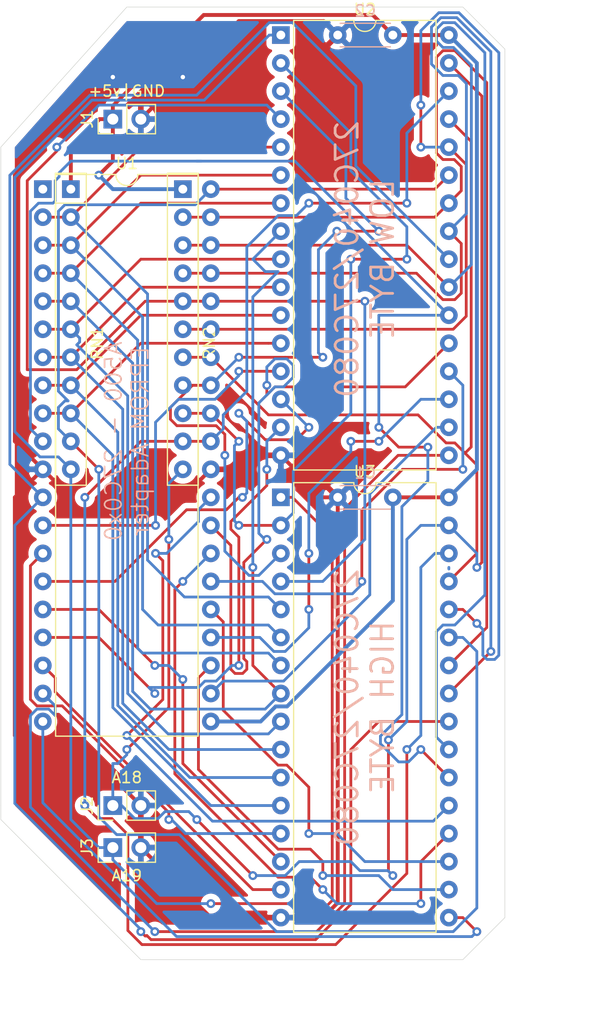
<source format=kicad_pcb>
(kicad_pcb (version 20171130) (host pcbnew 5.1.5+dfsg1-2)

  (general
    (thickness 1.6)
    (drawings 17)
    (tracks 652)
    (zones 0)
    (modules 10)
    (nets 41)
  )

  (page A4)
  (layers
    (0 F.Cu signal)
    (31 B.Cu signal)
    (32 B.Adhes user)
    (33 F.Adhes user)
    (34 B.Paste user)
    (35 F.Paste user)
    (36 B.SilkS user)
    (37 F.SilkS user)
    (38 B.Mask user)
    (39 F.Mask user)
    (40 Dwgs.User user)
    (41 Cmts.User user)
    (42 Eco1.User user)
    (43 Eco2.User user)
    (44 Edge.Cuts user)
    (45 Margin user)
    (46 B.CrtYd user)
    (47 F.CrtYd user)
    (48 B.Fab user)
    (49 F.Fab user)
  )

  (setup
    (last_trace_width 0.25)
    (trace_clearance 0.2)
    (zone_clearance 0.508)
    (zone_45_only no)
    (trace_min 0.2)
    (via_size 0.8)
    (via_drill 0.4)
    (via_min_size 0.4)
    (via_min_drill 0.3)
    (uvia_size 0.3)
    (uvia_drill 0.1)
    (uvias_allowed no)
    (uvia_min_size 0.2)
    (uvia_min_drill 0.1)
    (edge_width 0.05)
    (segment_width 0.2)
    (pcb_text_width 0.3)
    (pcb_text_size 1.5 1.5)
    (mod_edge_width 0.12)
    (mod_text_size 1 1)
    (mod_text_width 0.15)
    (pad_size 1.524 1.524)
    (pad_drill 0.762)
    (pad_to_mask_clearance 0.051)
    (solder_mask_min_width 0.25)
    (aux_axis_origin 0 0)
    (visible_elements 7FFFFFFF)
    (pcbplotparams
      (layerselection 0x010fc_ffffffff)
      (usegerberextensions false)
      (usegerberattributes false)
      (usegerberadvancedattributes false)
      (creategerberjobfile false)
      (excludeedgelayer true)
      (linewidth 0.100000)
      (plotframeref false)
      (viasonmask false)
      (mode 1)
      (useauxorigin false)
      (hpglpennumber 1)
      (hpglpenspeed 20)
      (hpglpendiameter 15.000000)
      (psnegative false)
      (psa4output false)
      (plotreference true)
      (plotvalue true)
      (plotinvisibletext false)
      (padsonsilk false)
      (subtractmaskfromsilk false)
      (outputformat 1)
      (mirror false)
      (drillshape 1)
      (scaleselection 1)
      (outputdirectory ""))
  )

  (net 0 "")
  (net 1 GND)
  (net 2 VCC)
  (net 3 /A18)
  (net 4 /A19)
  (net 5 /A0)
  (net 6 /A1)
  (net 7 /A2)
  (net 8 /A3)
  (net 9 /A4)
  (net 10 /A5)
  (net 11 /A6)
  (net 12 /A7)
  (net 13 /A8)
  (net 14 /A17)
  (net 15 /A16)
  (net 16 /A15)
  (net 17 /A14)
  (net 18 /A13)
  (net 19 /A12)
  (net 20 /A11)
  (net 21 /A10)
  (net 22 /A9)
  (net 23 /D3-H)
  (net 24 /D3-L)
  (net 25 /D2-H)
  (net 26 /D2-L)
  (net 27 /D1-H)
  (net 28 /D1-L)
  (net 29 /D0-H)
  (net 30 /D0-L)
  (net 31 /~OE)
  (net 32 /~CE)
  (net 33 /D7-H)
  (net 34 /D7-L)
  (net 35 /D6-H)
  (net 36 /D6-L)
  (net 37 /D5-H)
  (net 38 /D5-L)
  (net 39 /D4-H)
  (net 40 /D4-L)

  (net_class Default "This is the default net class."
    (clearance 0.2)
    (trace_width 0.25)
    (via_dia 0.8)
    (via_drill 0.4)
    (uvia_dia 0.3)
    (uvia_drill 0.1)
    (add_net /A0)
    (add_net /A1)
    (add_net /A10)
    (add_net /A11)
    (add_net /A12)
    (add_net /A13)
    (add_net /A14)
    (add_net /A15)
    (add_net /A16)
    (add_net /A17)
    (add_net /A18)
    (add_net /A19)
    (add_net /A2)
    (add_net /A3)
    (add_net /A4)
    (add_net /A5)
    (add_net /A6)
    (add_net /A7)
    (add_net /A8)
    (add_net /A9)
    (add_net /D0-H)
    (add_net /D0-L)
    (add_net /D1-H)
    (add_net /D1-L)
    (add_net /D2-H)
    (add_net /D2-L)
    (add_net /D3-H)
    (add_net /D3-L)
    (add_net /D4-H)
    (add_net /D4-L)
    (add_net /D5-H)
    (add_net /D5-L)
    (add_net /D6-H)
    (add_net /D6-L)
    (add_net /D7-H)
    (add_net /D7-L)
    (add_net /~CE)
    (add_net /~OE)
  )

  (net_class Power ""
    (clearance 0.2)
    (trace_width 0.35)
    (via_dia 0.8)
    (via_drill 0.4)
    (uvia_dia 0.3)
    (uvia_drill 0.1)
    (add_net GND)
    (add_net VCC)
  )

  (module Package_DIP:DIP-32_W15.24mm (layer F.Cu) (tedit 5A02E8C5) (tstamp 5E28D4FE)
    (at 128.27 99.06)
    (descr "32-lead though-hole mounted DIP package, row spacing 15.24 mm (600 mils)")
    (tags "THT DIP DIL PDIP 2.54mm 15.24mm 600mil")
    (path /5E28F9D8)
    (fp_text reference U3 (at 7.62 -2.33) (layer F.SilkS)
      (effects (font (size 1 1) (thickness 0.15)))
    )
    (fp_text value 27C080-L (at 7.62 40.43) (layer F.Fab)
      (effects (font (size 1 1) (thickness 0.15)))
    )
    (fp_text user %R (at 7.62 19.05) (layer F.Fab)
      (effects (font (size 1 1) (thickness 0.15)))
    )
    (fp_line (start 16.3 -1.55) (end -1.05 -1.55) (layer F.CrtYd) (width 0.05))
    (fp_line (start 16.3 39.65) (end 16.3 -1.55) (layer F.CrtYd) (width 0.05))
    (fp_line (start -1.05 39.65) (end 16.3 39.65) (layer F.CrtYd) (width 0.05))
    (fp_line (start -1.05 -1.55) (end -1.05 39.65) (layer F.CrtYd) (width 0.05))
    (fp_line (start 14.08 -1.33) (end 8.62 -1.33) (layer F.SilkS) (width 0.12))
    (fp_line (start 14.08 39.43) (end 14.08 -1.33) (layer F.SilkS) (width 0.12))
    (fp_line (start 1.16 39.43) (end 14.08 39.43) (layer F.SilkS) (width 0.12))
    (fp_line (start 1.16 -1.33) (end 1.16 39.43) (layer F.SilkS) (width 0.12))
    (fp_line (start 6.62 -1.33) (end 1.16 -1.33) (layer F.SilkS) (width 0.12))
    (fp_line (start 0.255 -0.27) (end 1.255 -1.27) (layer F.Fab) (width 0.1))
    (fp_line (start 0.255 39.37) (end 0.255 -0.27) (layer F.Fab) (width 0.1))
    (fp_line (start 14.985 39.37) (end 0.255 39.37) (layer F.Fab) (width 0.1))
    (fp_line (start 14.985 -1.27) (end 14.985 39.37) (layer F.Fab) (width 0.1))
    (fp_line (start 1.255 -1.27) (end 14.985 -1.27) (layer F.Fab) (width 0.1))
    (fp_arc (start 7.62 -1.33) (end 6.62 -1.33) (angle -180) (layer F.SilkS) (width 0.12))
    (pad 32 thru_hole oval (at 15.24 0) (size 1.6 1.6) (drill 0.8) (layers *.Cu *.Mask)
      (net 2 VCC))
    (pad 16 thru_hole oval (at 0 38.1) (size 1.6 1.6) (drill 0.8) (layers *.Cu *.Mask)
      (net 1 GND))
    (pad 31 thru_hole oval (at 15.24 2.54) (size 1.6 1.6) (drill 0.8) (layers *.Cu *.Mask)
      (net 3 /A18))
    (pad 15 thru_hole oval (at 0 35.56) (size 1.6 1.6) (drill 0.8) (layers *.Cu *.Mask)
      (net 25 /D2-H))
    (pad 30 thru_hole oval (at 15.24 5.08) (size 1.6 1.6) (drill 0.8) (layers *.Cu *.Mask)
      (net 14 /A17))
    (pad 14 thru_hole oval (at 0 33.02) (size 1.6 1.6) (drill 0.8) (layers *.Cu *.Mask)
      (net 27 /D1-H))
    (pad 29 thru_hole oval (at 15.24 7.62) (size 1.6 1.6) (drill 0.8) (layers *.Cu *.Mask)
      (net 17 /A14))
    (pad 13 thru_hole oval (at 0 30.48) (size 1.6 1.6) (drill 0.8) (layers *.Cu *.Mask)
      (net 29 /D0-H))
    (pad 28 thru_hole oval (at 15.24 10.16) (size 1.6 1.6) (drill 0.8) (layers *.Cu *.Mask)
      (net 18 /A13))
    (pad 12 thru_hole oval (at 0 27.94) (size 1.6 1.6) (drill 0.8) (layers *.Cu *.Mask)
      (net 5 /A0))
    (pad 27 thru_hole oval (at 15.24 12.7) (size 1.6 1.6) (drill 0.8) (layers *.Cu *.Mask)
      (net 13 /A8))
    (pad 11 thru_hole oval (at 0 25.4) (size 1.6 1.6) (drill 0.8) (layers *.Cu *.Mask)
      (net 6 /A1))
    (pad 26 thru_hole oval (at 15.24 15.24) (size 1.6 1.6) (drill 0.8) (layers *.Cu *.Mask)
      (net 22 /A9))
    (pad 10 thru_hole oval (at 0 22.86) (size 1.6 1.6) (drill 0.8) (layers *.Cu *.Mask)
      (net 7 /A2))
    (pad 25 thru_hole oval (at 15.24 17.78) (size 1.6 1.6) (drill 0.8) (layers *.Cu *.Mask)
      (net 20 /A11))
    (pad 9 thru_hole oval (at 0 20.32) (size 1.6 1.6) (drill 0.8) (layers *.Cu *.Mask)
      (net 8 /A3))
    (pad 24 thru_hole oval (at 15.24 20.32) (size 1.6 1.6) (drill 0.8) (layers *.Cu *.Mask)
      (net 31 /~OE))
    (pad 8 thru_hole oval (at 0 17.78) (size 1.6 1.6) (drill 0.8) (layers *.Cu *.Mask)
      (net 9 /A4))
    (pad 23 thru_hole oval (at 15.24 22.86) (size 1.6 1.6) (drill 0.8) (layers *.Cu *.Mask)
      (net 21 /A10))
    (pad 7 thru_hole oval (at 0 15.24) (size 1.6 1.6) (drill 0.8) (layers *.Cu *.Mask)
      (net 10 /A5))
    (pad 22 thru_hole oval (at 15.24 25.4) (size 1.6 1.6) (drill 0.8) (layers *.Cu *.Mask)
      (net 32 /~CE))
    (pad 6 thru_hole oval (at 0 12.7) (size 1.6 1.6) (drill 0.8) (layers *.Cu *.Mask)
      (net 11 /A6))
    (pad 21 thru_hole oval (at 15.24 27.94) (size 1.6 1.6) (drill 0.8) (layers *.Cu *.Mask)
      (net 33 /D7-H))
    (pad 5 thru_hole oval (at 0 10.16) (size 1.6 1.6) (drill 0.8) (layers *.Cu *.Mask)
      (net 12 /A7))
    (pad 20 thru_hole oval (at 15.24 30.48) (size 1.6 1.6) (drill 0.8) (layers *.Cu *.Mask)
      (net 35 /D6-H))
    (pad 4 thru_hole oval (at 0 7.62) (size 1.6 1.6) (drill 0.8) (layers *.Cu *.Mask)
      (net 19 /A12))
    (pad 19 thru_hole oval (at 15.24 33.02) (size 1.6 1.6) (drill 0.8) (layers *.Cu *.Mask)
      (net 37 /D5-H))
    (pad 3 thru_hole oval (at 0 5.08) (size 1.6 1.6) (drill 0.8) (layers *.Cu *.Mask)
      (net 16 /A15))
    (pad 18 thru_hole oval (at 15.24 35.56) (size 1.6 1.6) (drill 0.8) (layers *.Cu *.Mask)
      (net 39 /D4-H))
    (pad 2 thru_hole oval (at 0 2.54) (size 1.6 1.6) (drill 0.8) (layers *.Cu *.Mask)
      (net 15 /A16))
    (pad 17 thru_hole oval (at 15.24 38.1) (size 1.6 1.6) (drill 0.8) (layers *.Cu *.Mask)
      (net 23 /D3-H))
    (pad 1 thru_hole rect (at 0 0) (size 1.6 1.6) (drill 0.8) (layers *.Cu *.Mask)
      (net 4 /A19))
    (model ${KISYS3DMOD}/Package_DIP.3dshapes/DIP-32_W15.24mm.wrl
      (at (xyz 0 0 0))
      (scale (xyz 1 1 1))
      (rotate (xyz 0 0 0))
    )
  )

  (module Package_DIP:DIP-32_W15.24mm (layer F.Cu) (tedit 5A02E8C5) (tstamp 5E28D4CA)
    (at 128.27 57.15)
    (descr "32-lead though-hole mounted DIP package, row spacing 15.24 mm (600 mils)")
    (tags "THT DIP DIL PDIP 2.54mm 15.24mm 600mil")
    (path /5E300279)
    (fp_text reference U2 (at 7.62 -2.33) (layer F.SilkS)
      (effects (font (size 1 1) (thickness 0.15)))
    )
    (fp_text value 27C080-L (at 7.62 40.43) (layer F.Fab)
      (effects (font (size 1 1) (thickness 0.15)))
    )
    (fp_text user %R (at 7.62 19.05) (layer F.Fab)
      (effects (font (size 1 1) (thickness 0.15)))
    )
    (fp_line (start 16.3 -1.55) (end -1.05 -1.55) (layer F.CrtYd) (width 0.05))
    (fp_line (start 16.3 39.65) (end 16.3 -1.55) (layer F.CrtYd) (width 0.05))
    (fp_line (start -1.05 39.65) (end 16.3 39.65) (layer F.CrtYd) (width 0.05))
    (fp_line (start -1.05 -1.55) (end -1.05 39.65) (layer F.CrtYd) (width 0.05))
    (fp_line (start 14.08 -1.33) (end 8.62 -1.33) (layer F.SilkS) (width 0.12))
    (fp_line (start 14.08 39.43) (end 14.08 -1.33) (layer F.SilkS) (width 0.12))
    (fp_line (start 1.16 39.43) (end 14.08 39.43) (layer F.SilkS) (width 0.12))
    (fp_line (start 1.16 -1.33) (end 1.16 39.43) (layer F.SilkS) (width 0.12))
    (fp_line (start 6.62 -1.33) (end 1.16 -1.33) (layer F.SilkS) (width 0.12))
    (fp_line (start 0.255 -0.27) (end 1.255 -1.27) (layer F.Fab) (width 0.1))
    (fp_line (start 0.255 39.37) (end 0.255 -0.27) (layer F.Fab) (width 0.1))
    (fp_line (start 14.985 39.37) (end 0.255 39.37) (layer F.Fab) (width 0.1))
    (fp_line (start 14.985 -1.27) (end 14.985 39.37) (layer F.Fab) (width 0.1))
    (fp_line (start 1.255 -1.27) (end 14.985 -1.27) (layer F.Fab) (width 0.1))
    (fp_arc (start 7.62 -1.33) (end 6.62 -1.33) (angle -180) (layer F.SilkS) (width 0.12))
    (pad 32 thru_hole oval (at 15.24 0) (size 1.6 1.6) (drill 0.8) (layers *.Cu *.Mask)
      (net 2 VCC))
    (pad 16 thru_hole oval (at 0 38.1) (size 1.6 1.6) (drill 0.8) (layers *.Cu *.Mask)
      (net 1 GND))
    (pad 31 thru_hole oval (at 15.24 2.54) (size 1.6 1.6) (drill 0.8) (layers *.Cu *.Mask)
      (net 3 /A18))
    (pad 15 thru_hole oval (at 0 35.56) (size 1.6 1.6) (drill 0.8) (layers *.Cu *.Mask)
      (net 26 /D2-L))
    (pad 30 thru_hole oval (at 15.24 5.08) (size 1.6 1.6) (drill 0.8) (layers *.Cu *.Mask)
      (net 14 /A17))
    (pad 14 thru_hole oval (at 0 33.02) (size 1.6 1.6) (drill 0.8) (layers *.Cu *.Mask)
      (net 28 /D1-L))
    (pad 29 thru_hole oval (at 15.24 7.62) (size 1.6 1.6) (drill 0.8) (layers *.Cu *.Mask)
      (net 17 /A14))
    (pad 13 thru_hole oval (at 0 30.48) (size 1.6 1.6) (drill 0.8) (layers *.Cu *.Mask)
      (net 30 /D0-L))
    (pad 28 thru_hole oval (at 15.24 10.16) (size 1.6 1.6) (drill 0.8) (layers *.Cu *.Mask)
      (net 18 /A13))
    (pad 12 thru_hole oval (at 0 27.94) (size 1.6 1.6) (drill 0.8) (layers *.Cu *.Mask)
      (net 5 /A0))
    (pad 27 thru_hole oval (at 15.24 12.7) (size 1.6 1.6) (drill 0.8) (layers *.Cu *.Mask)
      (net 13 /A8))
    (pad 11 thru_hole oval (at 0 25.4) (size 1.6 1.6) (drill 0.8) (layers *.Cu *.Mask)
      (net 6 /A1))
    (pad 26 thru_hole oval (at 15.24 15.24) (size 1.6 1.6) (drill 0.8) (layers *.Cu *.Mask)
      (net 22 /A9))
    (pad 10 thru_hole oval (at 0 22.86) (size 1.6 1.6) (drill 0.8) (layers *.Cu *.Mask)
      (net 7 /A2))
    (pad 25 thru_hole oval (at 15.24 17.78) (size 1.6 1.6) (drill 0.8) (layers *.Cu *.Mask)
      (net 20 /A11))
    (pad 9 thru_hole oval (at 0 20.32) (size 1.6 1.6) (drill 0.8) (layers *.Cu *.Mask)
      (net 8 /A3))
    (pad 24 thru_hole oval (at 15.24 20.32) (size 1.6 1.6) (drill 0.8) (layers *.Cu *.Mask)
      (net 31 /~OE))
    (pad 8 thru_hole oval (at 0 17.78) (size 1.6 1.6) (drill 0.8) (layers *.Cu *.Mask)
      (net 9 /A4))
    (pad 23 thru_hole oval (at 15.24 22.86) (size 1.6 1.6) (drill 0.8) (layers *.Cu *.Mask)
      (net 21 /A10))
    (pad 7 thru_hole oval (at 0 15.24) (size 1.6 1.6) (drill 0.8) (layers *.Cu *.Mask)
      (net 10 /A5))
    (pad 22 thru_hole oval (at 15.24 25.4) (size 1.6 1.6) (drill 0.8) (layers *.Cu *.Mask)
      (net 32 /~CE))
    (pad 6 thru_hole oval (at 0 12.7) (size 1.6 1.6) (drill 0.8) (layers *.Cu *.Mask)
      (net 11 /A6))
    (pad 21 thru_hole oval (at 15.24 27.94) (size 1.6 1.6) (drill 0.8) (layers *.Cu *.Mask)
      (net 34 /D7-L))
    (pad 5 thru_hole oval (at 0 10.16) (size 1.6 1.6) (drill 0.8) (layers *.Cu *.Mask)
      (net 12 /A7))
    (pad 20 thru_hole oval (at 15.24 30.48) (size 1.6 1.6) (drill 0.8) (layers *.Cu *.Mask)
      (net 36 /D6-L))
    (pad 4 thru_hole oval (at 0 7.62) (size 1.6 1.6) (drill 0.8) (layers *.Cu *.Mask)
      (net 19 /A12))
    (pad 19 thru_hole oval (at 15.24 33.02) (size 1.6 1.6) (drill 0.8) (layers *.Cu *.Mask)
      (net 38 /D5-L))
    (pad 3 thru_hole oval (at 0 5.08) (size 1.6 1.6) (drill 0.8) (layers *.Cu *.Mask)
      (net 16 /A15))
    (pad 18 thru_hole oval (at 15.24 35.56) (size 1.6 1.6) (drill 0.8) (layers *.Cu *.Mask)
      (net 40 /D4-L))
    (pad 2 thru_hole oval (at 0 2.54) (size 1.6 1.6) (drill 0.8) (layers *.Cu *.Mask)
      (net 15 /A16))
    (pad 17 thru_hole oval (at 15.24 38.1) (size 1.6 1.6) (drill 0.8) (layers *.Cu *.Mask)
      (net 24 /D3-L))
    (pad 1 thru_hole rect (at 0 0) (size 1.6 1.6) (drill 0.8) (layers *.Cu *.Mask)
      (net 4 /A19))
    (model ${KISYS3DMOD}/Package_DIP.3dshapes/DIP-32_W15.24mm.wrl
      (at (xyz 0 0 0))
      (scale (xyz 1 1 1))
      (rotate (xyz 0 0 0))
    )
  )

  (module Package_DIP:DIP-40_W15.24mm (layer F.Cu) (tedit 5A02E8C5) (tstamp 5E28D496)
    (at 106.68 71.12)
    (descr "40-lead though-hole mounted DIP package, row spacing 15.24 mm (600 mils)")
    (tags "THT DIP DIL PDIP 2.54mm 15.24mm 600mil")
    (path /5E2A2852)
    (fp_text reference U1 (at 7.62 -2.33) (layer F.SilkS)
      (effects (font (size 1 1) (thickness 0.15)))
    )
    (fp_text value 27C400-A500 (at 7.62 50.59) (layer F.Fab)
      (effects (font (size 1 1) (thickness 0.15)))
    )
    (fp_text user %R (at 7.62 24.13) (layer F.Fab)
      (effects (font (size 1 1) (thickness 0.15)))
    )
    (fp_line (start 16.3 -1.55) (end -1.05 -1.55) (layer F.CrtYd) (width 0.05))
    (fp_line (start 16.3 49.8) (end 16.3 -1.55) (layer F.CrtYd) (width 0.05))
    (fp_line (start -1.05 49.8) (end 16.3 49.8) (layer F.CrtYd) (width 0.05))
    (fp_line (start -1.05 -1.55) (end -1.05 49.8) (layer F.CrtYd) (width 0.05))
    (fp_line (start 14.08 -1.33) (end 8.62 -1.33) (layer F.SilkS) (width 0.12))
    (fp_line (start 14.08 49.59) (end 14.08 -1.33) (layer F.SilkS) (width 0.12))
    (fp_line (start 1.16 49.59) (end 14.08 49.59) (layer F.SilkS) (width 0.12))
    (fp_line (start 1.16 -1.33) (end 1.16 49.59) (layer F.SilkS) (width 0.12))
    (fp_line (start 6.62 -1.33) (end 1.16 -1.33) (layer F.SilkS) (width 0.12))
    (fp_line (start 0.255 -0.27) (end 1.255 -1.27) (layer F.Fab) (width 0.1))
    (fp_line (start 0.255 49.53) (end 0.255 -0.27) (layer F.Fab) (width 0.1))
    (fp_line (start 14.985 49.53) (end 0.255 49.53) (layer F.Fab) (width 0.1))
    (fp_line (start 14.985 -1.27) (end 14.985 49.53) (layer F.Fab) (width 0.1))
    (fp_line (start 1.255 -1.27) (end 14.985 -1.27) (layer F.Fab) (width 0.1))
    (fp_arc (start 7.62 -1.33) (end 6.62 -1.33) (angle -180) (layer F.SilkS) (width 0.12))
    (pad 40 thru_hole oval (at 15.24 0) (size 1.6 1.6) (drill 0.8) (layers *.Cu *.Mask)
      (net 13 /A8))
    (pad 20 thru_hole oval (at 0 48.26) (size 1.6 1.6) (drill 0.8) (layers *.Cu *.Mask)
      (net 23 /D3-H))
    (pad 39 thru_hole oval (at 15.24 2.54) (size 1.6 1.6) (drill 0.8) (layers *.Cu *.Mask)
      (net 22 /A9))
    (pad 19 thru_hole oval (at 0 45.72) (size 1.6 1.6) (drill 0.8) (layers *.Cu *.Mask)
      (net 24 /D3-L))
    (pad 38 thru_hole oval (at 15.24 5.08) (size 1.6 1.6) (drill 0.8) (layers *.Cu *.Mask)
      (net 21 /A10))
    (pad 18 thru_hole oval (at 0 43.18) (size 1.6 1.6) (drill 0.8) (layers *.Cu *.Mask)
      (net 25 /D2-H))
    (pad 37 thru_hole oval (at 15.24 7.62) (size 1.6 1.6) (drill 0.8) (layers *.Cu *.Mask)
      (net 20 /A11))
    (pad 17 thru_hole oval (at 0 40.64) (size 1.6 1.6) (drill 0.8) (layers *.Cu *.Mask)
      (net 26 /D2-L))
    (pad 36 thru_hole oval (at 15.24 10.16) (size 1.6 1.6) (drill 0.8) (layers *.Cu *.Mask)
      (net 19 /A12))
    (pad 16 thru_hole oval (at 0 38.1) (size 1.6 1.6) (drill 0.8) (layers *.Cu *.Mask)
      (net 27 /D1-H))
    (pad 35 thru_hole oval (at 15.24 12.7) (size 1.6 1.6) (drill 0.8) (layers *.Cu *.Mask)
      (net 18 /A13))
    (pad 15 thru_hole oval (at 0 35.56) (size 1.6 1.6) (drill 0.8) (layers *.Cu *.Mask)
      (net 28 /D1-L))
    (pad 34 thru_hole oval (at 15.24 15.24) (size 1.6 1.6) (drill 0.8) (layers *.Cu *.Mask)
      (net 17 /A14))
    (pad 14 thru_hole oval (at 0 33.02) (size 1.6 1.6) (drill 0.8) (layers *.Cu *.Mask)
      (net 29 /D0-H))
    (pad 33 thru_hole oval (at 15.24 17.78) (size 1.6 1.6) (drill 0.8) (layers *.Cu *.Mask)
      (net 16 /A15))
    (pad 13 thru_hole oval (at 0 30.48) (size 1.6 1.6) (drill 0.8) (layers *.Cu *.Mask)
      (net 30 /D0-L))
    (pad 32 thru_hole oval (at 15.24 20.32) (size 1.6 1.6) (drill 0.8) (layers *.Cu *.Mask)
      (net 15 /A16))
    (pad 12 thru_hole oval (at 0 27.94) (size 1.6 1.6) (drill 0.8) (layers *.Cu *.Mask)
      (net 31 /~OE))
    (pad 31 thru_hole oval (at 15.24 22.86) (size 1.6 1.6) (drill 0.8) (layers *.Cu *.Mask)
      (net 14 /A17))
    (pad 11 thru_hole oval (at 0 25.4) (size 1.6 1.6) (drill 0.8) (layers *.Cu *.Mask)
      (net 1 GND))
    (pad 30 thru_hole oval (at 15.24 25.4) (size 1.6 1.6) (drill 0.8) (layers *.Cu *.Mask)
      (net 1 GND))
    (pad 10 thru_hole oval (at 0 22.86) (size 1.6 1.6) (drill 0.8) (layers *.Cu *.Mask)
      (net 32 /~CE))
    (pad 29 thru_hole oval (at 15.24 27.94) (size 1.6 1.6) (drill 0.8) (layers *.Cu *.Mask)
      (net 33 /D7-H))
    (pad 9 thru_hole oval (at 0 20.32) (size 1.6 1.6) (drill 0.8) (layers *.Cu *.Mask)
      (net 5 /A0))
    (pad 28 thru_hole oval (at 15.24 30.48) (size 1.6 1.6) (drill 0.8) (layers *.Cu *.Mask)
      (net 34 /D7-L))
    (pad 8 thru_hole oval (at 0 17.78) (size 1.6 1.6) (drill 0.8) (layers *.Cu *.Mask)
      (net 6 /A1))
    (pad 27 thru_hole oval (at 15.24 33.02) (size 1.6 1.6) (drill 0.8) (layers *.Cu *.Mask)
      (net 35 /D6-H))
    (pad 7 thru_hole oval (at 0 15.24) (size 1.6 1.6) (drill 0.8) (layers *.Cu *.Mask)
      (net 7 /A2))
    (pad 26 thru_hole oval (at 15.24 35.56) (size 1.6 1.6) (drill 0.8) (layers *.Cu *.Mask)
      (net 36 /D6-L))
    (pad 6 thru_hole oval (at 0 12.7) (size 1.6 1.6) (drill 0.8) (layers *.Cu *.Mask)
      (net 8 /A3))
    (pad 25 thru_hole oval (at 15.24 38.1) (size 1.6 1.6) (drill 0.8) (layers *.Cu *.Mask)
      (net 37 /D5-H))
    (pad 5 thru_hole oval (at 0 10.16) (size 1.6 1.6) (drill 0.8) (layers *.Cu *.Mask)
      (net 9 /A4))
    (pad 24 thru_hole oval (at 15.24 40.64) (size 1.6 1.6) (drill 0.8) (layers *.Cu *.Mask)
      (net 38 /D5-L))
    (pad 4 thru_hole oval (at 0 7.62) (size 1.6 1.6) (drill 0.8) (layers *.Cu *.Mask)
      (net 10 /A5))
    (pad 23 thru_hole oval (at 15.24 43.18) (size 1.6 1.6) (drill 0.8) (layers *.Cu *.Mask)
      (net 39 /D4-H))
    (pad 3 thru_hole oval (at 0 5.08) (size 1.6 1.6) (drill 0.8) (layers *.Cu *.Mask)
      (net 11 /A6))
    (pad 22 thru_hole oval (at 15.24 45.72) (size 1.6 1.6) (drill 0.8) (layers *.Cu *.Mask)
      (net 40 /D4-L))
    (pad 2 thru_hole oval (at 0 2.54) (size 1.6 1.6) (drill 0.8) (layers *.Cu *.Mask)
      (net 12 /A7))
    (pad 21 thru_hole oval (at 15.24 48.26) (size 1.6 1.6) (drill 0.8) (layers *.Cu *.Mask)
      (net 2 VCC))
    (pad 1 thru_hole rect (at 0 0) (size 1.6 1.6) (drill 0.8) (layers *.Cu *.Mask))
    (model ${KISYS3DMOD}/Package_DIP.3dshapes/DIP-40_W15.24mm.wrl
      (at (xyz 0 0 0))
      (scale (xyz 1 1 1))
      (rotate (xyz 0 0 0))
    )
  )

  (module Resistor_THT:R_Array_SIP11 (layer F.Cu) (tedit 5A14249F) (tstamp 5E28D45A)
    (at 119.38 71.12 270)
    (descr "11-pin Resistor SIP pack")
    (tags R)
    (path /5E293912)
    (fp_text reference RN2 (at 13.97 -2.4 90) (layer F.SilkS)
      (effects (font (size 1 1) (thickness 0.15)))
    )
    (fp_text value 4k7 (at 13.97 2.4 90) (layer F.Fab)
      (effects (font (size 1 1) (thickness 0.15)))
    )
    (fp_line (start 27.1 -1.65) (end -1.7 -1.65) (layer F.CrtYd) (width 0.05))
    (fp_line (start 27.1 1.65) (end 27.1 -1.65) (layer F.CrtYd) (width 0.05))
    (fp_line (start -1.7 1.65) (end 27.1 1.65) (layer F.CrtYd) (width 0.05))
    (fp_line (start -1.7 -1.65) (end -1.7 1.65) (layer F.CrtYd) (width 0.05))
    (fp_line (start 1.27 -1.4) (end 1.27 1.4) (layer F.SilkS) (width 0.12))
    (fp_line (start 26.84 -1.4) (end -1.44 -1.4) (layer F.SilkS) (width 0.12))
    (fp_line (start 26.84 1.4) (end 26.84 -1.4) (layer F.SilkS) (width 0.12))
    (fp_line (start -1.44 1.4) (end 26.84 1.4) (layer F.SilkS) (width 0.12))
    (fp_line (start -1.44 -1.4) (end -1.44 1.4) (layer F.SilkS) (width 0.12))
    (fp_line (start 1.27 -1.25) (end 1.27 1.25) (layer F.Fab) (width 0.1))
    (fp_line (start 26.69 -1.25) (end -1.29 -1.25) (layer F.Fab) (width 0.1))
    (fp_line (start 26.69 1.25) (end 26.69 -1.25) (layer F.Fab) (width 0.1))
    (fp_line (start -1.29 1.25) (end 26.69 1.25) (layer F.Fab) (width 0.1))
    (fp_line (start -1.29 -1.25) (end -1.29 1.25) (layer F.Fab) (width 0.1))
    (fp_text user %R (at 12.7 0 90) (layer F.Fab)
      (effects (font (size 1 1) (thickness 0.15)))
    )
    (pad 11 thru_hole oval (at 25.4 0 270) (size 1.6 1.6) (drill 0.8) (layers *.Cu *.Mask)
      (net 3 /A18))
    (pad 10 thru_hole oval (at 22.86 0 270) (size 1.6 1.6) (drill 0.8) (layers *.Cu *.Mask)
      (net 14 /A17))
    (pad 9 thru_hole oval (at 20.32 0 270) (size 1.6 1.6) (drill 0.8) (layers *.Cu *.Mask)
      (net 15 /A16))
    (pad 8 thru_hole oval (at 17.78 0 270) (size 1.6 1.6) (drill 0.8) (layers *.Cu *.Mask)
      (net 16 /A15))
    (pad 7 thru_hole oval (at 15.24 0 270) (size 1.6 1.6) (drill 0.8) (layers *.Cu *.Mask)
      (net 17 /A14))
    (pad 6 thru_hole oval (at 12.7 0 270) (size 1.6 1.6) (drill 0.8) (layers *.Cu *.Mask)
      (net 18 /A13))
    (pad 5 thru_hole oval (at 10.16 0 270) (size 1.6 1.6) (drill 0.8) (layers *.Cu *.Mask)
      (net 19 /A12))
    (pad 4 thru_hole oval (at 7.62 0 270) (size 1.6 1.6) (drill 0.8) (layers *.Cu *.Mask)
      (net 20 /A11))
    (pad 3 thru_hole oval (at 5.08 0 270) (size 1.6 1.6) (drill 0.8) (layers *.Cu *.Mask)
      (net 21 /A10))
    (pad 2 thru_hole oval (at 2.54 0 270) (size 1.6 1.6) (drill 0.8) (layers *.Cu *.Mask)
      (net 22 /A9))
    (pad 1 thru_hole rect (at 0 0 270) (size 1.6 1.6) (drill 0.8) (layers *.Cu *.Mask)
      (net 2 VCC))
    (model ${KISYS3DMOD}/Resistor_THT.3dshapes/R_Array_SIP11.wrl
      (at (xyz 0 0 0))
      (scale (xyz 1 1 1))
      (rotate (xyz 0 0 0))
    )
  )

  (module Resistor_THT:R_Array_SIP11 (layer F.Cu) (tedit 5A14249F) (tstamp 5E28D43C)
    (at 109.22 71.12 270)
    (descr "11-pin Resistor SIP pack")
    (tags R)
    (path /5E3011D5)
    (fp_text reference RN1 (at 13.97 -2.4 90) (layer F.SilkS)
      (effects (font (size 1 1) (thickness 0.15)))
    )
    (fp_text value 4k7 (at 13.97 2.4 90) (layer F.Fab)
      (effects (font (size 1 1) (thickness 0.15)))
    )
    (fp_line (start 27.1 -1.65) (end -1.7 -1.65) (layer F.CrtYd) (width 0.05))
    (fp_line (start 27.1 1.65) (end 27.1 -1.65) (layer F.CrtYd) (width 0.05))
    (fp_line (start -1.7 1.65) (end 27.1 1.65) (layer F.CrtYd) (width 0.05))
    (fp_line (start -1.7 -1.65) (end -1.7 1.65) (layer F.CrtYd) (width 0.05))
    (fp_line (start 1.27 -1.4) (end 1.27 1.4) (layer F.SilkS) (width 0.12))
    (fp_line (start 26.84 -1.4) (end -1.44 -1.4) (layer F.SilkS) (width 0.12))
    (fp_line (start 26.84 1.4) (end 26.84 -1.4) (layer F.SilkS) (width 0.12))
    (fp_line (start -1.44 1.4) (end 26.84 1.4) (layer F.SilkS) (width 0.12))
    (fp_line (start -1.44 -1.4) (end -1.44 1.4) (layer F.SilkS) (width 0.12))
    (fp_line (start 1.27 -1.25) (end 1.27 1.25) (layer F.Fab) (width 0.1))
    (fp_line (start 26.69 -1.25) (end -1.29 -1.25) (layer F.Fab) (width 0.1))
    (fp_line (start 26.69 1.25) (end 26.69 -1.25) (layer F.Fab) (width 0.1))
    (fp_line (start -1.29 1.25) (end 26.69 1.25) (layer F.Fab) (width 0.1))
    (fp_line (start -1.29 -1.25) (end -1.29 1.25) (layer F.Fab) (width 0.1))
    (fp_text user %R (at 12.7 0 90) (layer F.Fab)
      (effects (font (size 1 1) (thickness 0.15)))
    )
    (pad 11 thru_hole oval (at 25.4 0 270) (size 1.6 1.6) (drill 0.8) (layers *.Cu *.Mask)
      (net 4 /A19))
    (pad 10 thru_hole oval (at 22.86 0 270) (size 1.6 1.6) (drill 0.8) (layers *.Cu *.Mask)
      (net 13 /A8))
    (pad 9 thru_hole oval (at 20.32 0 270) (size 1.6 1.6) (drill 0.8) (layers *.Cu *.Mask)
      (net 5 /A0))
    (pad 8 thru_hole oval (at 17.78 0 270) (size 1.6 1.6) (drill 0.8) (layers *.Cu *.Mask)
      (net 6 /A1))
    (pad 7 thru_hole oval (at 15.24 0 270) (size 1.6 1.6) (drill 0.8) (layers *.Cu *.Mask)
      (net 7 /A2))
    (pad 6 thru_hole oval (at 12.7 0 270) (size 1.6 1.6) (drill 0.8) (layers *.Cu *.Mask)
      (net 8 /A3))
    (pad 5 thru_hole oval (at 10.16 0 270) (size 1.6 1.6) (drill 0.8) (layers *.Cu *.Mask)
      (net 9 /A4))
    (pad 4 thru_hole oval (at 7.62 0 270) (size 1.6 1.6) (drill 0.8) (layers *.Cu *.Mask)
      (net 10 /A5))
    (pad 3 thru_hole oval (at 5.08 0 270) (size 1.6 1.6) (drill 0.8) (layers *.Cu *.Mask)
      (net 11 /A6))
    (pad 2 thru_hole oval (at 2.54 0 270) (size 1.6 1.6) (drill 0.8) (layers *.Cu *.Mask)
      (net 12 /A7))
    (pad 1 thru_hole rect (at 0 0 270) (size 1.6 1.6) (drill 0.8) (layers *.Cu *.Mask)
      (net 2 VCC))
    (model ${KISYS3DMOD}/Resistor_THT.3dshapes/R_Array_SIP11.wrl
      (at (xyz 0 0 0))
      (scale (xyz 1 1 1))
      (rotate (xyz 0 0 0))
    )
  )

  (module Connector_PinHeader_2.54mm:PinHeader_1x02_P2.54mm_Vertical (layer F.Cu) (tedit 59FED5CC) (tstamp 5E28D41E)
    (at 113.03 130.81 90)
    (descr "Through hole straight pin header, 1x02, 2.54mm pitch, single row")
    (tags "Through hole pin header THT 1x02 2.54mm single row")
    (path /5E2D6D96)
    (fp_text reference J3 (at 0 -2.33 90) (layer F.SilkS)
      (effects (font (size 1 1) (thickness 0.15)))
    )
    (fp_text value "A19 Selector" (at 0 4.87 90) (layer F.Fab)
      (effects (font (size 1 1) (thickness 0.15)))
    )
    (fp_text user %R (at 0 1.27) (layer F.Fab)
      (effects (font (size 1 1) (thickness 0.15)))
    )
    (fp_line (start 1.8 -1.8) (end -1.8 -1.8) (layer F.CrtYd) (width 0.05))
    (fp_line (start 1.8 4.35) (end 1.8 -1.8) (layer F.CrtYd) (width 0.05))
    (fp_line (start -1.8 4.35) (end 1.8 4.35) (layer F.CrtYd) (width 0.05))
    (fp_line (start -1.8 -1.8) (end -1.8 4.35) (layer F.CrtYd) (width 0.05))
    (fp_line (start -1.33 -1.33) (end 0 -1.33) (layer F.SilkS) (width 0.12))
    (fp_line (start -1.33 0) (end -1.33 -1.33) (layer F.SilkS) (width 0.12))
    (fp_line (start -1.33 1.27) (end 1.33 1.27) (layer F.SilkS) (width 0.12))
    (fp_line (start 1.33 1.27) (end 1.33 3.87) (layer F.SilkS) (width 0.12))
    (fp_line (start -1.33 1.27) (end -1.33 3.87) (layer F.SilkS) (width 0.12))
    (fp_line (start -1.33 3.87) (end 1.33 3.87) (layer F.SilkS) (width 0.12))
    (fp_line (start -1.27 -0.635) (end -0.635 -1.27) (layer F.Fab) (width 0.1))
    (fp_line (start -1.27 3.81) (end -1.27 -0.635) (layer F.Fab) (width 0.1))
    (fp_line (start 1.27 3.81) (end -1.27 3.81) (layer F.Fab) (width 0.1))
    (fp_line (start 1.27 -1.27) (end 1.27 3.81) (layer F.Fab) (width 0.1))
    (fp_line (start -0.635 -1.27) (end 1.27 -1.27) (layer F.Fab) (width 0.1))
    (pad 2 thru_hole oval (at 0 2.54 90) (size 1.7 1.7) (drill 1) (layers *.Cu *.Mask)
      (net 1 GND))
    (pad 1 thru_hole rect (at 0 0 90) (size 1.7 1.7) (drill 1) (layers *.Cu *.Mask)
      (net 4 /A19))
    (model ${KISYS3DMOD}/Connector_PinHeader_2.54mm.3dshapes/PinHeader_1x02_P2.54mm_Vertical.wrl
      (at (xyz 0 0 0))
      (scale (xyz 1 1 1))
      (rotate (xyz 0 0 0))
    )
  )

  (module Connector_PinHeader_2.54mm:PinHeader_1x02_P2.54mm_Vertical (layer F.Cu) (tedit 59FED5CC) (tstamp 5E28D408)
    (at 113.03 127 90)
    (descr "Through hole straight pin header, 1x02, 2.54mm pitch, single row")
    (tags "Through hole pin header THT 1x02 2.54mm single row")
    (path /5E2C63FF)
    (fp_text reference J2 (at 0 -2.33 90) (layer F.SilkS)
      (effects (font (size 1 1) (thickness 0.15)))
    )
    (fp_text value "A18 Selector" (at 0 4.87 90) (layer F.Fab)
      (effects (font (size 1 1) (thickness 0.15)))
    )
    (fp_text user %R (at 0 1.27) (layer F.Fab)
      (effects (font (size 1 1) (thickness 0.15)))
    )
    (fp_line (start 1.8 -1.8) (end -1.8 -1.8) (layer F.CrtYd) (width 0.05))
    (fp_line (start 1.8 4.35) (end 1.8 -1.8) (layer F.CrtYd) (width 0.05))
    (fp_line (start -1.8 4.35) (end 1.8 4.35) (layer F.CrtYd) (width 0.05))
    (fp_line (start -1.8 -1.8) (end -1.8 4.35) (layer F.CrtYd) (width 0.05))
    (fp_line (start -1.33 -1.33) (end 0 -1.33) (layer F.SilkS) (width 0.12))
    (fp_line (start -1.33 0) (end -1.33 -1.33) (layer F.SilkS) (width 0.12))
    (fp_line (start -1.33 1.27) (end 1.33 1.27) (layer F.SilkS) (width 0.12))
    (fp_line (start 1.33 1.27) (end 1.33 3.87) (layer F.SilkS) (width 0.12))
    (fp_line (start -1.33 1.27) (end -1.33 3.87) (layer F.SilkS) (width 0.12))
    (fp_line (start -1.33 3.87) (end 1.33 3.87) (layer F.SilkS) (width 0.12))
    (fp_line (start -1.27 -0.635) (end -0.635 -1.27) (layer F.Fab) (width 0.1))
    (fp_line (start -1.27 3.81) (end -1.27 -0.635) (layer F.Fab) (width 0.1))
    (fp_line (start 1.27 3.81) (end -1.27 3.81) (layer F.Fab) (width 0.1))
    (fp_line (start 1.27 -1.27) (end 1.27 3.81) (layer F.Fab) (width 0.1))
    (fp_line (start -0.635 -1.27) (end 1.27 -1.27) (layer F.Fab) (width 0.1))
    (pad 2 thru_hole oval (at 0 2.54 90) (size 1.7 1.7) (drill 1) (layers *.Cu *.Mask)
      (net 1 GND))
    (pad 1 thru_hole rect (at 0 0 90) (size 1.7 1.7) (drill 1) (layers *.Cu *.Mask)
      (net 3 /A18))
    (model ${KISYS3DMOD}/Connector_PinHeader_2.54mm.3dshapes/PinHeader_1x02_P2.54mm_Vertical.wrl
      (at (xyz 0 0 0))
      (scale (xyz 1 1 1))
      (rotate (xyz 0 0 0))
    )
  )

  (module Connector_PinHeader_2.54mm:PinHeader_1x02_P2.54mm_Vertical (layer F.Cu) (tedit 59FED5CC) (tstamp 5E28D3F2)
    (at 113.03 64.77 90)
    (descr "Through hole straight pin header, 1x02, 2.54mm pitch, single row")
    (tags "Through hole pin header THT 1x02 2.54mm single row")
    (path /5E29DDBC)
    (fp_text reference J1 (at 0 -2.33 90) (layer F.SilkS)
      (effects (font (size 1 1) (thickness 0.15)))
    )
    (fp_text value PWR (at 0 4.87 90) (layer F.Fab)
      (effects (font (size 1 1) (thickness 0.15)))
    )
    (fp_text user %R (at 0 1.27) (layer F.Fab)
      (effects (font (size 1 1) (thickness 0.15)))
    )
    (fp_line (start 1.8 -1.8) (end -1.8 -1.8) (layer F.CrtYd) (width 0.05))
    (fp_line (start 1.8 4.35) (end 1.8 -1.8) (layer F.CrtYd) (width 0.05))
    (fp_line (start -1.8 4.35) (end 1.8 4.35) (layer F.CrtYd) (width 0.05))
    (fp_line (start -1.8 -1.8) (end -1.8 4.35) (layer F.CrtYd) (width 0.05))
    (fp_line (start -1.33 -1.33) (end 0 -1.33) (layer F.SilkS) (width 0.12))
    (fp_line (start -1.33 0) (end -1.33 -1.33) (layer F.SilkS) (width 0.12))
    (fp_line (start -1.33 1.27) (end 1.33 1.27) (layer F.SilkS) (width 0.12))
    (fp_line (start 1.33 1.27) (end 1.33 3.87) (layer F.SilkS) (width 0.12))
    (fp_line (start -1.33 1.27) (end -1.33 3.87) (layer F.SilkS) (width 0.12))
    (fp_line (start -1.33 3.87) (end 1.33 3.87) (layer F.SilkS) (width 0.12))
    (fp_line (start -1.27 -0.635) (end -0.635 -1.27) (layer F.Fab) (width 0.1))
    (fp_line (start -1.27 3.81) (end -1.27 -0.635) (layer F.Fab) (width 0.1))
    (fp_line (start 1.27 3.81) (end -1.27 3.81) (layer F.Fab) (width 0.1))
    (fp_line (start 1.27 -1.27) (end 1.27 3.81) (layer F.Fab) (width 0.1))
    (fp_line (start -0.635 -1.27) (end 1.27 -1.27) (layer F.Fab) (width 0.1))
    (pad 2 thru_hole oval (at 0 2.54 90) (size 1.7 1.7) (drill 1) (layers *.Cu *.Mask)
      (net 1 GND))
    (pad 1 thru_hole rect (at 0 0 90) (size 1.7 1.7) (drill 1) (layers *.Cu *.Mask)
      (net 2 VCC))
    (model ${KISYS3DMOD}/Connector_PinHeader_2.54mm.3dshapes/PinHeader_1x02_P2.54mm_Vertical.wrl
      (at (xyz 0 0 0))
      (scale (xyz 1 1 1))
      (rotate (xyz 0 0 0))
    )
  )

  (module Capacitor_THT:C_Disc_D4.3mm_W1.9mm_P5.00mm (layer B.Cu) (tedit 5AE50EF0) (tstamp 5E28D3DC)
    (at 138.43 57.15 180)
    (descr "C, Disc series, Radial, pin pitch=5.00mm, , diameter*width=4.3*1.9mm^2, Capacitor, http://www.vishay.com/docs/45233/krseries.pdf")
    (tags "C Disc series Radial pin pitch 5.00mm  diameter 4.3mm width 1.9mm Capacitor")
    (path /5E2E10E2)
    (fp_text reference C2 (at 2.5 2.2) (layer B.SilkS)
      (effects (font (size 1 1) (thickness 0.15)) (justify mirror))
    )
    (fp_text value 100nF (at 2.5 -2.2) (layer B.Fab)
      (effects (font (size 1 1) (thickness 0.15)) (justify mirror))
    )
    (fp_text user %R (at 2.5 0) (layer F.Fab)
      (effects (font (size 0.86 0.86) (thickness 0.129)))
    )
    (fp_line (start 6.05 1.2) (end -1.05 1.2) (layer B.CrtYd) (width 0.05))
    (fp_line (start 6.05 -1.2) (end 6.05 1.2) (layer B.CrtYd) (width 0.05))
    (fp_line (start -1.05 -1.2) (end 6.05 -1.2) (layer B.CrtYd) (width 0.05))
    (fp_line (start -1.05 1.2) (end -1.05 -1.2) (layer B.CrtYd) (width 0.05))
    (fp_line (start 4.77 -1.055) (end 4.77 -1.07) (layer B.SilkS) (width 0.12))
    (fp_line (start 4.77 1.07) (end 4.77 1.055) (layer B.SilkS) (width 0.12))
    (fp_line (start 0.23 -1.055) (end 0.23 -1.07) (layer B.SilkS) (width 0.12))
    (fp_line (start 0.23 1.07) (end 0.23 1.055) (layer B.SilkS) (width 0.12))
    (fp_line (start 0.23 -1.07) (end 4.77 -1.07) (layer B.SilkS) (width 0.12))
    (fp_line (start 0.23 1.07) (end 4.77 1.07) (layer B.SilkS) (width 0.12))
    (fp_line (start 4.65 0.95) (end 0.35 0.95) (layer B.Fab) (width 0.1))
    (fp_line (start 4.65 -0.95) (end 4.65 0.95) (layer B.Fab) (width 0.1))
    (fp_line (start 0.35 -0.95) (end 4.65 -0.95) (layer B.Fab) (width 0.1))
    (fp_line (start 0.35 0.95) (end 0.35 -0.95) (layer B.Fab) (width 0.1))
    (pad 2 thru_hole circle (at 5 0 180) (size 1.6 1.6) (drill 0.8) (layers *.Cu *.Mask)
      (net 1 GND))
    (pad 1 thru_hole circle (at 0 0 180) (size 1.6 1.6) (drill 0.8) (layers *.Cu *.Mask)
      (net 2 VCC))
    (model ${KISYS3DMOD}/Capacitor_THT.3dshapes/C_Disc_D4.3mm_W1.9mm_P5.00mm.wrl
      (at (xyz 0 0 0))
      (scale (xyz 1 1 1))
      (rotate (xyz 0 0 0))
    )
  )

  (module Capacitor_THT:C_Disc_D4.3mm_W1.9mm_P5.00mm (layer B.Cu) (tedit 5AE50EF0) (tstamp 5E28D3C7)
    (at 138.43 99.06 180)
    (descr "C, Disc series, Radial, pin pitch=5.00mm, , diameter*width=4.3*1.9mm^2, Capacitor, http://www.vishay.com/docs/45233/krseries.pdf")
    (tags "C Disc series Radial pin pitch 5.00mm  diameter 4.3mm width 1.9mm Capacitor")
    (path /5E2DFC6C)
    (fp_text reference C1 (at 2.5 2.2) (layer B.SilkS)
      (effects (font (size 1 1) (thickness 0.15)) (justify mirror))
    )
    (fp_text value 100nF (at 2.5 -2.2) (layer B.Fab)
      (effects (font (size 1 1) (thickness 0.15)) (justify mirror))
    )
    (fp_text user %R (at 2.5 0) (layer B.Fab)
      (effects (font (size 0.86 0.86) (thickness 0.129)) (justify mirror))
    )
    (fp_line (start 6.05 1.2) (end -1.05 1.2) (layer B.CrtYd) (width 0.05))
    (fp_line (start 6.05 -1.2) (end 6.05 1.2) (layer B.CrtYd) (width 0.05))
    (fp_line (start -1.05 -1.2) (end 6.05 -1.2) (layer B.CrtYd) (width 0.05))
    (fp_line (start -1.05 1.2) (end -1.05 -1.2) (layer B.CrtYd) (width 0.05))
    (fp_line (start 4.77 -1.055) (end 4.77 -1.07) (layer B.SilkS) (width 0.12))
    (fp_line (start 4.77 1.07) (end 4.77 1.055) (layer B.SilkS) (width 0.12))
    (fp_line (start 0.23 -1.055) (end 0.23 -1.07) (layer B.SilkS) (width 0.12))
    (fp_line (start 0.23 1.07) (end 0.23 1.055) (layer B.SilkS) (width 0.12))
    (fp_line (start 0.23 -1.07) (end 4.77 -1.07) (layer B.SilkS) (width 0.12))
    (fp_line (start 0.23 1.07) (end 4.77 1.07) (layer B.SilkS) (width 0.12))
    (fp_line (start 4.65 0.95) (end 0.35 0.95) (layer B.Fab) (width 0.1))
    (fp_line (start 4.65 -0.95) (end 4.65 0.95) (layer B.Fab) (width 0.1))
    (fp_line (start 0.35 -0.95) (end 4.65 -0.95) (layer B.Fab) (width 0.1))
    (fp_line (start 0.35 0.95) (end 0.35 -0.95) (layer B.Fab) (width 0.1))
    (pad 2 thru_hole circle (at 5 0 180) (size 1.6 1.6) (drill 0.8) (layers *.Cu *.Mask)
      (net 1 GND))
    (pad 1 thru_hole circle (at 0 0 180) (size 1.6 1.6) (drill 0.8) (layers *.Cu *.Mask)
      (net 2 VCC))
    (model ${KISYS3DMOD}/Capacitor_THT.3dshapes/C_Disc_D4.3mm_W1.9mm_P5.00mm.wrl
      (at (xyz 0 0 0))
      (scale (xyz 1 1 1))
      (rotate (xyz 0 0 0))
    )
  )

  (dimension 45.72 (width 0.15) (layer Cmts.User)
    (gr_text "45,720 mm" (at 125.73 147.35) (layer Cmts.User)
      (effects (font (size 1 1) (thickness 0.15)))
    )
    (feature1 (pts (xy 148.59 128.27) (xy 148.59 146.636421)))
    (feature2 (pts (xy 102.87 128.27) (xy 102.87 146.636421)))
    (crossbar (pts (xy 102.87 146.05) (xy 148.59 146.05)))
    (arrow1a (pts (xy 148.59 146.05) (xy 147.463496 146.636421)))
    (arrow1b (pts (xy 148.59 146.05) (xy 147.463496 145.463579)))
    (arrow2a (pts (xy 102.87 146.05) (xy 103.996504 146.636421)))
    (arrow2b (pts (xy 102.87 146.05) (xy 103.996504 145.463579)))
  )
  (dimension 86.36 (width 0.15) (layer Cmts.User)
    (gr_text "86,360 mm" (at 154.97 97.79 270) (layer Cmts.User)
      (effects (font (size 1 1) (thickness 0.15)))
    )
    (feature1 (pts (xy 144.78 140.97) (xy 154.256421 140.97)))
    (feature2 (pts (xy 144.78 54.61) (xy 154.256421 54.61)))
    (crossbar (pts (xy 153.67 54.61) (xy 153.67 140.97)))
    (arrow1a (pts (xy 153.67 140.97) (xy 153.083579 139.843496)))
    (arrow1b (pts (xy 153.67 140.97) (xy 154.256421 139.843496)))
    (arrow2a (pts (xy 153.67 54.61) (xy 153.083579 55.736504)))
    (arrow2b (pts (xy 153.67 54.61) (xy 154.256421 55.736504)))
  )
  (gr_text "27C040/27C080\nLOW BYTE" (at 135.89 77.47 90) (layer B.SilkS) (tstamp 5E2A08A7)
    (effects (font (size 2 2) (thickness 0.25)) (justify mirror))
  )
  (gr_text "27C040/27C080\nHIGH BYTE" (at 135.89 118.11 90) (layer B.SilkS)
    (effects (font (size 2 2) (thickness 0.25)) (justify mirror))
  )
  (gr_text "A500 - 27C0x0\nEPROM Adapter" (at 114.3 93.98 90) (layer B.SilkS)
    (effects (font (size 1.5 1.5) (thickness 0.15)) (justify mirror))
  )
  (gr_text A19 (at 114.3 133.35) (layer F.SilkS)
    (effects (font (size 1 1) (thickness 0.15)))
  )
  (gr_text A18 (at 114.3 124.46) (layer F.SilkS)
    (effects (font (size 1 1) (thickness 0.15)))
  )
  (gr_text +5v|GND (at 114.3 62.23) (layer F.SilkS)
    (effects (font (size 1 1) (thickness 0.15)))
  )
  (gr_line (start 144.78 140.97) (end 115.57 140.97) (layer Edge.Cuts) (width 0.05) (tstamp 5E2A008B))
  (gr_line (start 148.59 137.16) (end 144.78 140.97) (layer Edge.Cuts) (width 0.05))
  (gr_line (start 148.59 58.42) (end 148.59 137.16) (layer Edge.Cuts) (width 0.05))
  (gr_line (start 102.87 128.27) (end 115.57 140.97) (layer Edge.Cuts) (width 0.05))
  (gr_line (start 102.87 127) (end 102.87 128.27) (layer Edge.Cuts) (width 0.05))
  (gr_line (start 102.87 67.31) (end 102.87 127) (layer Edge.Cuts) (width 0.05))
  (gr_line (start 114.3 54.61) (end 102.87 67.31) (layer Edge.Cuts) (width 0.05))
  (gr_line (start 144.78 54.61) (end 114.3 54.61) (layer Edge.Cuts) (width 0.05))
  (gr_line (start 148.59 58.42) (end 144.78 54.61) (layer Edge.Cuts) (width 0.05))

  (segment (start 143.51 105.41) (end 143.51 105.554999) (width 0.25) (layer B.Cu) (net 0))
  (segment (start 115.57 64.77) (end 124.46 55.88) (width 0.35) (layer F.Cu) (net 1))
  (segment (start 132.16 55.88) (end 133.43 57.15) (width 0.35) (layer F.Cu) (net 1))
  (segment (start 124.46 55.88) (end 132.16 55.88) (width 0.35) (layer F.Cu) (net 1))
  (segment (start 132.08 99.06) (end 128.27 95.25) (width 0.35) (layer F.Cu) (net 1))
  (segment (start 133.43 99.06) (end 132.08 99.06) (width 0.35) (layer F.Cu) (net 1))
  (segment (start 128.27 95.25) (end 125.73 95.25) (width 0.35) (layer F.Cu) (net 1))
  (segment (start 124.46 96.52) (end 121.92 96.52) (width 0.35) (layer F.Cu) (net 1))
  (segment (start 125.73 95.25) (end 124.46 96.52) (width 0.35) (layer F.Cu) (net 1))
  (segment (start 109.22 99.06) (end 106.68 96.52) (width 0.35) (layer F.Cu) (net 1))
  (segment (start 109.22 100.33) (end 109.22 99.06) (width 0.35) (layer F.Cu) (net 1))
  (segment (start 121.92 96.52) (end 118.11 100.33) (width 0.35) (layer F.Cu) (net 1))
  (segment (start 118.11 100.33) (end 109.22 100.33) (width 0.35) (layer F.Cu) (net 1))
  (segment (start 133.43 99.06) (end 133.43 135.81) (width 0.35) (layer F.Cu) (net 1))
  (segment (start 132.08 137.16) (end 128.27 137.16) (width 0.35) (layer F.Cu) (net 1))
  (segment (start 133.43 135.81) (end 132.08 137.16) (width 0.35) (layer F.Cu) (net 1))
  (segment (start 121.92 137.16) (end 115.57 130.81) (width 0.35) (layer F.Cu) (net 1))
  (segment (start 128.27 137.16) (end 121.92 137.16) (width 0.35) (layer F.Cu) (net 1))
  (segment (start 115.57 130.81) (end 115.57 127) (width 0.35) (layer F.Cu) (net 1))
  (segment (start 106.68 96.52) (end 104.14 93.98) (width 0.35) (layer F.Cu) (net 1))
  (segment (start 104.14 93.98) (end 104.14 69.85) (width 0.35) (layer F.Cu) (net 1))
  (segment (start 104.14 69.85) (end 113.03 60.96) (width 0.35) (layer F.Cu) (net 1))
  (via (at 113.03 60.96) (size 0.8) (drill 0.4) (layers F.Cu B.Cu) (net 1))
  (segment (start 113.03 60.96) (end 119.38 60.96) (width 0.35) (layer B.Cu) (net 1))
  (via (at 119.38 60.96) (size 0.8) (drill 0.4) (layers F.Cu B.Cu) (net 1))
  (segment (start 104.14 99.06) (end 106.68 96.52) (width 0.35) (layer F.Cu) (net 1))
  (segment (start 104.14 120.65) (end 104.14 99.06) (width 0.35) (layer F.Cu) (net 1))
  (segment (start 105.41 121.92) (end 104.14 120.65) (width 0.35) (layer F.Cu) (net 1))
  (segment (start 115.57 127) (end 110.49 121.92) (width 0.35) (layer F.Cu) (net 1))
  (segment (start 110.49 121.92) (end 105.41 121.92) (width 0.35) (layer F.Cu) (net 1))
  (segment (start 111.83 64.77) (end 113.03 64.77) (width 0.35) (layer F.Cu) (net 2))
  (segment (start 109.22 67.38) (end 111.83 64.77) (width 0.35) (layer F.Cu) (net 2))
  (segment (start 109.22 71.12) (end 109.22 67.38) (width 0.35) (layer F.Cu) (net 2))
  (via (at 111.76 69.85) (size 0.8) (drill 0.4) (layers F.Cu B.Cu) (net 2))
  (segment (start 119.38 71.12) (end 113.03 71.12) (width 0.35) (layer B.Cu) (net 2))
  (segment (start 113.03 71.12) (end 111.76 69.85) (width 0.35) (layer B.Cu) (net 2))
  (segment (start 113.03 68.58) (end 113.03 64.77) (width 0.35) (layer F.Cu) (net 2))
  (segment (start 111.76 69.85) (end 113.03 68.58) (width 0.35) (layer F.Cu) (net 2))
  (segment (start 138.43 57.15) (end 143.51 57.15) (width 0.35) (layer F.Cu) (net 2))
  (segment (start 121.27001 55.32999) (end 113.03 63.57) (width 0.35) (layer F.Cu) (net 2))
  (segment (start 136.60999 55.32999) (end 121.27001 55.32999) (width 0.35) (layer F.Cu) (net 2))
  (segment (start 113.03 63.57) (end 113.03 64.77) (width 0.35) (layer F.Cu) (net 2))
  (segment (start 138.43 57.15) (end 136.60999 55.32999) (width 0.35) (layer F.Cu) (net 2))
  (segment (start 143.51 57.15) (end 146.05 59.69) (width 0.35) (layer B.Cu) (net 2))
  (segment (start 146.05 96.52) (end 143.51 99.06) (width 0.35) (layer B.Cu) (net 2))
  (segment (start 146.05 59.69) (end 146.05 96.52) (width 0.35) (layer B.Cu) (net 2))
  (segment (start 143.51 99.06) (end 138.43 99.06) (width 0.35) (layer F.Cu) (net 2))
  (segment (start 128.834001 118.015001) (end 138.43 108.419002) (width 0.35) (layer B.Cu) (net 2))
  (segment (start 138.43 108.419002) (end 138.43 100.19137) (width 0.35) (layer B.Cu) (net 2))
  (segment (start 127.802119 118.015001) (end 128.834001 118.015001) (width 0.35) (layer B.Cu) (net 2))
  (segment (start 138.43 100.19137) (end 138.43 99.06) (width 0.35) (layer B.Cu) (net 2))
  (segment (start 126.43712 119.38) (end 127.802119 118.015001) (width 0.35) (layer B.Cu) (net 2))
  (segment (start 121.92 119.38) (end 126.43712 119.38) (width 0.35) (layer B.Cu) (net 2))
  (segment (start 113.03 127) (end 113.03 123.19) (width 0.25) (layer B.Cu) (net 3))
  (via (at 114.3 121.92) (size 0.8) (drill 0.4) (layers F.Cu B.Cu) (net 3))
  (segment (start 114.3 122.389002) (end 114.3 121.92) (width 0.25) (layer B.Cu) (net 3))
  (segment (start 113.03 123.19) (end 113.499002 123.19) (width 0.25) (layer B.Cu) (net 3))
  (segment (start 113.499002 123.19) (end 114.3 122.389002) (width 0.25) (layer B.Cu) (net 3))
  (segment (start 114.3 121.92) (end 115.57 120.65) (width 0.25) (layer F.Cu) (net 3))
  (segment (start 115.57 120.65) (end 118.11 118.11) (width 0.25) (layer F.Cu) (net 3))
  (segment (start 118.11 118.11) (end 118.11 102.87) (width 0.25) (layer F.Cu) (net 3))
  (via (at 118.11 102.87) (size 0.8) (drill 0.4) (layers F.Cu B.Cu) (net 3))
  (segment (start 118.11 97.79) (end 119.38 96.52) (width 0.25) (layer B.Cu) (net 3))
  (segment (start 118.11 102.87) (end 118.11 97.79) (width 0.25) (layer B.Cu) (net 3))
  (segment (start 117.761999 127.544999) (end 119.924999 127.544999) (width 0.25) (layer B.Cu) (net 3))
  (segment (start 117.131997 128.175001) (end 117.761999 127.544999) (width 0.25) (layer B.Cu) (net 3))
  (segment (start 113.03 127) (end 113.03 126.199002) (width 0.25) (layer B.Cu) (net 3))
  (segment (start 115.005999 128.175001) (end 117.131997 128.175001) (width 0.25) (layer B.Cu) (net 3))
  (segment (start 113.03 126.199002) (end 115.005999 128.175001) (width 0.25) (layer B.Cu) (net 3))
  (segment (start 119.924999 127.544999) (end 120.65 128.27) (width 0.25) (layer B.Cu) (net 3))
  (via (at 120.65 128.27) (size 0.8) (drill 0.4) (layers F.Cu B.Cu) (net 3))
  (segment (start 120.65 128.27) (end 125.73 133.35) (width 0.25) (layer F.Cu) (net 3))
  (via (at 125.73 133.35) (size 0.8) (drill 0.4) (layers F.Cu B.Cu) (net 3))
  (segment (start 134.62 132.08) (end 135.43999 132.89999) (width 0.25) (layer B.Cu) (net 3))
  (segment (start 135.43999 132.89999) (end 137.97999 132.89999) (width 0.25) (layer B.Cu) (net 3))
  (segment (start 129.935002 132.08) (end 134.62 132.08) (width 0.25) (layer B.Cu) (net 3))
  (segment (start 125.73 133.35) (end 128.665002 133.35) (width 0.25) (layer B.Cu) (net 3))
  (segment (start 128.665002 133.35) (end 129.935002 132.08) (width 0.25) (layer B.Cu) (net 3))
  (segment (start 137.97999 132.89999) (end 138.43 133.35) (width 0.25) (layer B.Cu) (net 3))
  (via (at 138.43 133.35) (size 0.8) (drill 0.4) (layers F.Cu B.Cu) (net 3))
  (segment (start 138.030001 132.950001) (end 138.030001 121.049999) (width 0.25) (layer F.Cu) (net 3))
  (segment (start 138.43 133.35) (end 138.030001 132.950001) (width 0.25) (layer F.Cu) (net 3))
  (via (at 138.030001 121.049999) (size 0.8) (drill 0.4) (layers F.Cu B.Cu) (net 3))
  (segment (start 140.97 101.6) (end 143.51 101.6) (width 0.25) (layer B.Cu) (net 3))
  (segment (start 139.7 102.87) (end 140.97 101.6) (width 0.25) (layer B.Cu) (net 3))
  (segment (start 138.030001 121.049999) (end 139.7 119.38) (width 0.25) (layer B.Cu) (net 3))
  (segment (start 139.7 119.38) (end 139.7 102.87) (width 0.25) (layer B.Cu) (net 3))
  (segment (start 146.500009 104.959991) (end 146.05 105.41) (width 0.25) (layer F.Cu) (net 3))
  (via (at 146.05 105.41) (size 0.8) (drill 0.4) (layers F.Cu B.Cu) (net 3))
  (segment (start 143.51 59.69) (end 146.500009 62.680009) (width 0.25) (layer F.Cu) (net 3))
  (segment (start 146.500009 62.680009) (end 146.500009 104.959991) (width 0.25) (layer F.Cu) (net 3))
  (segment (start 146.05 104.14) (end 143.51 101.6) (width 0.25) (layer B.Cu) (net 3))
  (segment (start 146.05 105.41) (end 146.05 104.14) (width 0.25) (layer B.Cu) (net 3))
  (segment (start 108.094999 95.394999) (end 108.420001 95.720001) (width 0.25) (layer B.Cu) (net 4))
  (segment (start 106.429997 95.394999) (end 108.094999 95.394999) (width 0.25) (layer B.Cu) (net 4))
  (segment (start 104.14 93.105002) (end 106.429997 95.394999) (width 0.25) (layer B.Cu) (net 4))
  (segment (start 128.27 57.15) (end 127.22 57.15) (width 0.25) (layer B.Cu) (net 4))
  (segment (start 127.22 57.15) (end 121.32001 63.04999) (width 0.25) (layer B.Cu) (net 4))
  (segment (start 121.32001 63.04999) (end 111.137008 63.04999) (width 0.25) (layer B.Cu) (net 4))
  (segment (start 104.14 70.046998) (end 104.14 93.105002) (width 0.25) (layer B.Cu) (net 4))
  (segment (start 108.420001 95.720001) (end 109.22 96.52) (width 0.25) (layer B.Cu) (net 4))
  (segment (start 111.137008 63.04999) (end 104.14 70.046998) (width 0.25) (layer B.Cu) (net 4))
  (segment (start 109.22 96.52) (end 109.22 128.27) (width 0.25) (layer B.Cu) (net 4))
  (segment (start 111.76 130.81) (end 113.03 130.81) (width 0.25) (layer B.Cu) (net 4))
  (segment (start 109.22 128.27) (end 111.76 130.81) (width 0.25) (layer B.Cu) (net 4))
  (segment (start 129.32 99.06) (end 132.92999 102.66999) (width 0.25) (layer F.Cu) (net 4))
  (segment (start 128.27 99.06) (end 129.32 99.06) (width 0.25) (layer F.Cu) (net 4))
  (segment (start 132.92999 102.66999) (end 132.92999 135.60289) (width 0.25) (layer F.Cu) (net 4))
  (segment (start 132.92999 135.60289) (end 131.87289 136.65999) (width 0.25) (layer F.Cu) (net 4))
  (segment (start 131.87289 136.65999) (end 131.1029 135.89) (width 0.25) (layer F.Cu) (net 4))
  (via (at 121.92 135.89) (size 0.8) (drill 0.4) (layers F.Cu B.Cu) (net 4))
  (segment (start 131.1029 135.89) (end 121.92 135.89) (width 0.25) (layer F.Cu) (net 4))
  (segment (start 113.03 131.91) (end 113.03 130.81) (width 0.25) (layer B.Cu) (net 4))
  (segment (start 117.01 135.89) (end 113.03 131.91) (width 0.25) (layer B.Cu) (net 4))
  (segment (start 121.92 135.89) (end 117.01 135.89) (width 0.25) (layer B.Cu) (net 4))
  (segment (start 106.68 91.44) (end 109.22 91.44) (width 0.25) (layer F.Cu) (net 5))
  (segment (start 127.13863 85.09) (end 128.27 85.09) (width 0.25) (layer F.Cu) (net 5))
  (segment (start 109.22 91.44) (end 115.57 85.09) (width 0.25) (layer F.Cu) (net 5))
  (segment (start 115.57 85.09) (end 127.13863 85.09) (width 0.25) (layer F.Cu) (net 5))
  (segment (start 121.92 127) (end 128.27 127) (width 0.25) (layer B.Cu) (net 5))
  (segment (start 113.03 118.11) (end 121.92 127) (width 0.25) (layer B.Cu) (net 5))
  (segment (start 109.22 91.44) (end 113.03 95.25) (width 0.25) (layer B.Cu) (net 5))
  (segment (start 113.03 95.25) (end 113.03 118.11) (width 0.25) (layer B.Cu) (net 5))
  (segment (start 106.68 88.9) (end 109.22 88.9) (width 0.25) (layer F.Cu) (net 6))
  (segment (start 115.57 82.55) (end 128.27 82.55) (width 0.25) (layer F.Cu) (net 6))
  (segment (start 109.22 88.9) (end 115.57 82.55) (width 0.25) (layer F.Cu) (net 6))
  (segment (start 109.22 88.9) (end 113.48001 93.16001) (width 0.25) (layer B.Cu) (net 6))
  (segment (start 113.48001 93.16001) (end 113.48001 117.9236) (width 0.25) (layer B.Cu) (net 6))
  (segment (start 113.48001 117.9236) (end 120.01641 124.46) (width 0.25) (layer B.Cu) (net 6))
  (segment (start 120.01641 124.46) (end 128.27 124.46) (width 0.25) (layer B.Cu) (net 6))
  (segment (start 106.68 86.36) (end 109.22 86.36) (width 0.25) (layer F.Cu) (net 7))
  (segment (start 115.57 80.01) (end 128.27 80.01) (width 0.25) (layer F.Cu) (net 7))
  (segment (start 109.22 86.36) (end 115.57 80.01) (width 0.25) (layer F.Cu) (net 7))
  (segment (start 113.93002 91.07002) (end 113.93002 117.7372) (width 0.25) (layer B.Cu) (net 7))
  (segment (start 109.22 86.36) (end 113.93002 91.07002) (width 0.25) (layer B.Cu) (net 7))
  (segment (start 118.11282 121.92) (end 128.27 121.92) (width 0.25) (layer B.Cu) (net 7))
  (segment (start 113.93002 117.7372) (end 118.11282 121.92) (width 0.25) (layer B.Cu) (net 7))
  (segment (start 106.68 83.82) (end 109.22 83.82) (width 0.25) (layer F.Cu) (net 8))
  (segment (start 115.57 77.47) (end 128.27 77.47) (width 0.25) (layer F.Cu) (net 8))
  (segment (start 109.22 83.82) (end 115.57 77.47) (width 0.25) (layer F.Cu) (net 8))
  (segment (start 110.019999 84.619999) (end 109.22 83.82) (width 0.25) (layer B.Cu) (net 8))
  (segment (start 110.019999 84.975001) (end 110.019999 84.619999) (width 0.25) (layer B.Cu) (net 8))
  (segment (start 109.760001 85.234999) (end 110.019999 84.975001) (width 0.25) (layer B.Cu) (net 8))
  (segment (start 128.27 119.38) (end 127.144999 120.505001) (width 0.25) (layer B.Cu) (net 8))
  (segment (start 127.144999 120.505001) (end 118.045031 120.505001) (width 0.25) (layer B.Cu) (net 8))
  (segment (start 118.045031 120.505001) (end 114.38003 116.84) (width 0.25) (layer B.Cu) (net 8))
  (segment (start 114.38003 116.84) (end 114.38003 89.855028) (width 0.25) (layer B.Cu) (net 8))
  (segment (start 114.38003 89.855028) (end 109.760001 85.234999) (width 0.25) (layer B.Cu) (net 8))
  (segment (start 106.68 81.28) (end 109.22 81.28) (width 0.25) (layer F.Cu) (net 9))
  (segment (start 128.27 74.93) (end 125.73 77.47) (width 0.25) (layer B.Cu) (net 9))
  (segment (start 125.73 80.884998) (end 125.73 105.41) (width 0.25) (layer B.Cu) (net 9))
  (segment (start 125.73 77.47) (end 126.855001 78.595001) (width 0.25) (layer B.Cu) (net 9))
  (via (at 125.73 105.41) (size 0.8) (drill 0.4) (layers F.Cu B.Cu) (net 9))
  (segment (start 128.019997 78.595001) (end 125.73 80.884998) (width 0.25) (layer B.Cu) (net 9))
  (segment (start 126.855001 78.595001) (end 128.019997 78.595001) (width 0.25) (layer B.Cu) (net 9))
  (segment (start 125.73 114.3) (end 128.27 116.84) (width 0.25) (layer F.Cu) (net 9))
  (segment (start 125.73 105.41) (end 125.73 114.3) (width 0.25) (layer F.Cu) (net 9))
  (segment (start 116.431439 118.254999) (end 126.855001 118.254999) (width 0.25) (layer B.Cu) (net 9))
  (segment (start 109.22 81.28) (end 114.83004 86.89004) (width 0.25) (layer B.Cu) (net 9))
  (segment (start 126.855001 118.254999) (end 128.27 116.84) (width 0.25) (layer B.Cu) (net 9))
  (segment (start 114.83004 116.6536) (end 116.431439 118.254999) (width 0.25) (layer B.Cu) (net 9))
  (segment (start 114.83004 86.89004) (end 114.83004 116.6536) (width 0.25) (layer B.Cu) (net 9))
  (segment (start 106.68 78.74) (end 109.22 78.74) (width 0.25) (layer F.Cu) (net 10))
  (segment (start 115.57 72.39) (end 128.27 72.39) (width 0.25) (layer F.Cu) (net 10))
  (segment (start 109.22 78.74) (end 115.57 72.39) (width 0.25) (layer F.Cu) (net 10))
  (segment (start 127.144999 113.174999) (end 115.714999 113.174999) (width 0.25) (layer B.Cu) (net 10))
  (segment (start 128.27 114.3) (end 127.144999 113.174999) (width 0.25) (layer B.Cu) (net 10))
  (segment (start 115.714999 113.174999) (end 115.28005 112.74005) (width 0.25) (layer B.Cu) (net 10))
  (segment (start 115.28005 84.80005) (end 109.22 78.74) (width 0.25) (layer B.Cu) (net 10))
  (segment (start 115.28005 112.74005) (end 115.28005 84.80005) (width 0.25) (layer B.Cu) (net 10))
  (segment (start 106.68 76.2) (end 109.22 76.2) (width 0.25) (layer F.Cu) (net 11))
  (segment (start 115.57 69.85) (end 128.27 69.85) (width 0.25) (layer F.Cu) (net 11))
  (segment (start 109.22 76.2) (end 115.57 69.85) (width 0.25) (layer F.Cu) (net 11))
  (segment (start 127.470001 110.960001) (end 128.27 111.76) (width 0.25) (layer B.Cu) (net 11))
  (segment (start 109.22 76.2) (end 115.73006 82.71006) (width 0.25) (layer B.Cu) (net 11))
  (segment (start 115.73006 109.22) (end 117.145059 110.634999) (width 0.25) (layer B.Cu) (net 11))
  (segment (start 117.145059 110.634999) (end 127.144999 110.634999) (width 0.25) (layer B.Cu) (net 11))
  (segment (start 115.73006 82.71006) (end 115.73006 109.22) (width 0.25) (layer B.Cu) (net 11))
  (segment (start 127.144999 110.634999) (end 127.470001 110.960001) (width 0.25) (layer B.Cu) (net 11))
  (segment (start 106.68 73.66) (end 109.22 73.66) (width 0.25) (layer F.Cu) (net 12))
  (segment (start 115.57 67.31) (end 128.27 67.31) (width 0.25) (layer F.Cu) (net 12))
  (segment (start 109.22 73.66) (end 115.57 67.31) (width 0.25) (layer F.Cu) (net 12))
  (segment (start 109.22 73.66) (end 116.18007 80.62007) (width 0.25) (layer B.Cu) (net 12))
  (segment (start 116.18007 80.62007) (end 116.18007 104.75007) (width 0.25) (layer B.Cu) (net 12))
  (segment (start 116.18007 104.75007) (end 119.524999 108.094999) (width 0.25) (layer B.Cu) (net 12))
  (segment (start 127.470001 108.420001) (end 128.27 109.22) (width 0.25) (layer B.Cu) (net 12))
  (segment (start 119.524999 108.094999) (end 127.144999 108.094999) (width 0.25) (layer B.Cu) (net 12))
  (segment (start 127.144999 108.094999) (end 127.470001 108.420001) (width 0.25) (layer B.Cu) (net 12))
  (segment (start 121.120001 71.919999) (end 121.92 71.12) (width 0.25) (layer B.Cu) (net 13))
  (segment (start 120.505001 72.534999) (end 121.120001 71.919999) (width 0.25) (layer B.Cu) (net 13))
  (segment (start 108.679999 72.534999) (end 120.505001 72.534999) (width 0.25) (layer B.Cu) (net 13))
  (segment (start 108.094999 89.440001) (end 108.094999 73.119999) (width 0.25) (layer B.Cu) (net 13))
  (segment (start 108.969997 90.314999) (end 108.094999 89.440001) (width 0.25) (layer B.Cu) (net 13))
  (segment (start 108.679999 90.314999) (end 108.969997 90.314999) (width 0.25) (layer B.Cu) (net 13))
  (segment (start 108.094999 73.119999) (end 108.679999 72.534999) (width 0.25) (layer B.Cu) (net 13))
  (segment (start 108.094999 90.899999) (end 108.679999 90.314999) (width 0.25) (layer B.Cu) (net 13))
  (segment (start 108.094999 92.854999) (end 108.094999 90.899999) (width 0.25) (layer B.Cu) (net 13))
  (segment (start 109.22 93.98) (end 108.094999 92.854999) (width 0.25) (layer B.Cu) (net 13))
  (segment (start 142.24 71.12) (end 143.51 69.85) (width 0.25) (layer F.Cu) (net 13))
  (segment (start 121.92 71.12) (end 142.24 71.12) (width 0.25) (layer F.Cu) (net 13))
  (segment (start 109.22 93.98) (end 111.76 96.52) (width 0.25) (layer F.Cu) (net 13))
  (via (at 111.76 96.52) (size 0.8) (drill 0.4) (layers F.Cu B.Cu) (net 13))
  (segment (start 119.079997 129.634999) (end 127.874998 138.43) (width 0.25) (layer B.Cu) (net 13))
  (segment (start 113.379997 129.634999) (end 119.079997 129.634999) (width 0.25) (layer B.Cu) (net 13))
  (segment (start 111.76 96.52) (end 111.76 128.015002) (width 0.25) (layer B.Cu) (net 13))
  (segment (start 111.76 128.015002) (end 113.379997 129.634999) (width 0.25) (layer B.Cu) (net 13))
  (segment (start 143.905002 138.43) (end 146.05 136.285002) (width 0.25) (layer B.Cu) (net 13))
  (segment (start 127.874998 138.43) (end 143.905002 138.43) (width 0.25) (layer B.Cu) (net 13))
  (segment (start 146.05 136.285002) (end 146.05 113.03) (width 0.25) (layer B.Cu) (net 13))
  (segment (start 144.78 111.76) (end 143.51 111.76) (width 0.25) (layer B.Cu) (net 13))
  (segment (start 146.05 113.03) (end 144.78 111.76) (width 0.25) (layer B.Cu) (net 13))
  (segment (start 119.38 93.98) (end 121.92 93.98) (width 0.25) (layer F.Cu) (net 14))
  (segment (start 119.38 93.98) (end 115.57 93.98) (width 0.25) (layer F.Cu) (net 14))
  (segment (start 115.57 93.98) (end 110.49 99.06) (width 0.25) (layer F.Cu) (net 14))
  (via (at 110.49 99.06) (size 0.8) (drill 0.4) (layers F.Cu B.Cu) (net 14))
  (segment (start 110.49 99.06) (end 112.485001 97.064999) (width 0.25) (layer F.Cu) (net 14))
  (segment (start 110.49 99.06) (end 110.49 127) (width 0.25) (layer B.Cu) (net 14))
  (via (at 110.49 127) (size 0.8) (drill 0.4) (layers F.Cu B.Cu) (net 14))
  (segment (start 133.247992 139.60501) (end 139.7 133.153002) (width 0.25) (layer F.Cu) (net 14))
  (segment (start 115.672008 139.60501) (end 133.247992 139.60501) (width 0.25) (layer F.Cu) (net 14))
  (segment (start 110.49 127) (end 111.665001 128.175001) (width 0.25) (layer F.Cu) (net 14))
  (segment (start 111.665001 128.175001) (end 112.935001 128.175001) (width 0.25) (layer F.Cu) (net 14))
  (segment (start 112.935001 128.175001) (end 114.394999 129.634999) (width 0.25) (layer F.Cu) (net 14))
  (segment (start 114.394999 129.634999) (end 114.394999 138.328001) (width 0.25) (layer F.Cu) (net 14))
  (segment (start 114.394999 138.328001) (end 115.672008 139.60501) (width 0.25) (layer F.Cu) (net 14))
  (segment (start 139.7 133.153002) (end 139.7 121.92) (width 0.25) (layer F.Cu) (net 14))
  (via (at 139.7 121.92) (size 0.8) (drill 0.4) (layers F.Cu B.Cu) (net 14))
  (segment (start 139.7 121.92) (end 140.97 120.65) (width 0.25) (layer B.Cu) (net 14))
  (segment (start 140.97 120.65) (end 140.97 105.41) (width 0.25) (layer B.Cu) (net 14))
  (segment (start 140.97 105.41) (end 142.24 104.14) (width 0.25) (layer B.Cu) (net 14))
  (segment (start 142.24 104.14) (end 143.51 104.14) (width 0.25) (layer B.Cu) (net 14))
  (segment (start 123.045001 92.854999) (end 123.045001 91.584999) (width 0.25) (layer B.Cu) (net 14))
  (segment (start 121.92 93.98) (end 123.045001 92.854999) (width 0.25) (layer B.Cu) (net 14))
  (segment (start 123.045001 91.584999) (end 124.46 90.17) (width 0.25) (layer B.Cu) (net 14))
  (segment (start 128.019997 73.515001) (end 129.684999 73.515001) (width 0.25) (layer B.Cu) (net 14))
  (segment (start 125.185001 76.349997) (end 128.019997 73.515001) (width 0.25) (layer B.Cu) (net 14))
  (segment (start 124.46 90.17) (end 125.185001 89.444999) (width 0.25) (layer B.Cu) (net 14))
  (segment (start 125.185001 89.444999) (end 125.185001 76.349997) (width 0.25) (layer B.Cu) (net 14))
  (via (at 130.81 72.39) (size 0.8) (drill 0.4) (layers F.Cu B.Cu) (net 14))
  (segment (start 129.684999 73.515001) (end 130.81 72.39) (width 0.25) (layer B.Cu) (net 14))
  (segment (start 130.81 72.39) (end 139.7 72.39) (width 0.25) (layer F.Cu) (net 14))
  (via (at 139.7 72.39) (size 0.8) (drill 0.4) (layers F.Cu B.Cu) (net 14))
  (segment (start 139.7 66.04) (end 143.51 62.23) (width 0.25) (layer B.Cu) (net 14))
  (segment (start 139.7 72.39) (end 139.7 66.04) (width 0.25) (layer B.Cu) (net 14))
  (segment (start 119.38 91.44) (end 121.92 91.44) (width 0.25) (layer F.Cu) (net 15))
  (segment (start 121.92 91.44) (end 124.46 93.98) (width 0.25) (layer F.Cu) (net 15))
  (via (at 124.46 93.98) (size 0.8) (drill 0.4) (layers F.Cu B.Cu) (net 15))
  (via (at 124.46 101.6) (size 0.8) (drill 0.4) (layers F.Cu B.Cu) (net 15))
  (segment (start 124.060001 101.200001) (end 124.46 101.6) (width 0.25) (layer B.Cu) (net 15))
  (segment (start 124.46 93.98) (end 124.060001 94.379999) (width 0.25) (layer B.Cu) (net 15))
  (segment (start 124.060001 94.379999) (end 124.060001 101.200001) (width 0.25) (layer B.Cu) (net 15))
  (segment (start 124.46 101.6) (end 128.27 101.6) (width 0.25) (layer F.Cu) (net 15))
  (segment (start 129.395001 100.474999) (end 129.395001 96.664999) (width 0.25) (layer B.Cu) (net 15))
  (segment (start 128.27 101.6) (end 129.395001 100.474999) (width 0.25) (layer B.Cu) (net 15))
  (segment (start 129.395001 96.664999) (end 132.08 93.98) (width 0.25) (layer B.Cu) (net 15))
  (segment (start 132.08 93.98) (end 134.62 91.44) (width 0.25) (layer B.Cu) (net 15))
  (via (at 134.62 77.47) (size 0.8) (drill 0.4) (layers F.Cu B.Cu) (net 15))
  (segment (start 134.62 91.44) (end 134.62 77.47) (width 0.25) (layer B.Cu) (net 15))
  (segment (start 134.62 77.47) (end 139.7 77.47) (width 0.25) (layer F.Cu) (net 15))
  (via (at 139.7 77.47) (size 0.8) (drill 0.4) (layers F.Cu B.Cu) (net 15))
  (segment (start 139.7 74.534998) (end 134.62 69.454998) (width 0.25) (layer B.Cu) (net 15))
  (segment (start 139.7 77.47) (end 139.7 74.534998) (width 0.25) (layer B.Cu) (net 15))
  (segment (start 134.62 66.04) (end 128.27 59.69) (width 0.25) (layer B.Cu) (net 15))
  (segment (start 134.62 69.454998) (end 134.62 66.04) (width 0.25) (layer B.Cu) (net 15))
  (segment (start 119.38 88.9) (end 121.92 88.9) (width 0.25) (layer F.Cu) (net 16))
  (segment (start 121.92 88.9) (end 124.46 86.36) (width 0.25) (layer B.Cu) (net 16))
  (via (at 124.46 86.36) (size 0.8) (drill 0.4) (layers F.Cu B.Cu) (net 16))
  (segment (start 124.46 86.36) (end 128.665002 86.36) (width 0.25) (layer F.Cu) (net 16))
  (via (at 132.08 86.36) (size 0.8) (drill 0.4) (layers F.Cu B.Cu) (net 16))
  (segment (start 128.665002 86.36) (end 132.08 86.36) (width 0.25) (layer F.Cu) (net 16))
  (segment (start 131.680001 85.960001) (end 131.680001 76.599999) (width 0.25) (layer B.Cu) (net 16))
  (segment (start 132.08 86.36) (end 131.680001 85.960001) (width 0.25) (layer B.Cu) (net 16))
  (via (at 133.35 74.93) (size 0.8) (drill 0.4) (layers F.Cu B.Cu) (net 16))
  (segment (start 131.680001 76.599999) (end 133.35 74.93) (width 0.25) (layer B.Cu) (net 16))
  (segment (start 133.35 74.93) (end 137.16 74.93) (width 0.25) (layer F.Cu) (net 16))
  (via (at 137.16 74.93) (size 0.8) (drill 0.4) (layers F.Cu B.Cu) (net 16))
  (segment (start 134.16999 68.12999) (end 129.069999 63.029999) (width 0.25) (layer B.Cu) (net 16))
  (segment (start 134.16999 71.93999) (end 134.16999 68.12999) (width 0.25) (layer B.Cu) (net 16))
  (segment (start 129.069999 63.029999) (end 128.27 62.23) (width 0.25) (layer B.Cu) (net 16))
  (segment (start 137.16 74.93) (end 134.16999 71.93999) (width 0.25) (layer B.Cu) (net 16))
  (segment (start 120.254998 88.9) (end 118.254999 90.899999) (width 0.25) (layer F.Cu) (net 16))
  (segment (start 121.92 88.9) (end 120.254998 88.9) (width 0.25) (layer F.Cu) (net 16))
  (segment (start 118.254999 90.899999) (end 118.254999 91.980001) (width 0.25) (layer F.Cu) (net 16))
  (segment (start 118.254999 91.980001) (end 118.839999 92.565001) (width 0.25) (layer F.Cu) (net 16))
  (segment (start 122.408591 92.565001) (end 123.19 93.34641) (width 0.25) (layer F.Cu) (net 16))
  (segment (start 118.839999 92.565001) (end 122.408591 92.565001) (width 0.25) (layer F.Cu) (net 16))
  (segment (start 123.19 93.34641) (end 123.19 95.25) (width 0.25) (layer F.Cu) (net 16))
  (via (at 123.19 95.25) (size 0.8) (drill 0.4) (layers F.Cu B.Cu) (net 16))
  (segment (start 127.470001 104.939999) (end 128.27 104.14) (width 0.25) (layer B.Cu) (net 16))
  (segment (start 126.274999 106.135001) (end 127.470001 104.939999) (width 0.25) (layer B.Cu) (net 16))
  (segment (start 125.381999 106.135001) (end 126.274999 106.135001) (width 0.25) (layer B.Cu) (net 16))
  (segment (start 123.19 103.943002) (end 125.381999 106.135001) (width 0.25) (layer B.Cu) (net 16))
  (segment (start 123.19 95.25) (end 123.19 103.943002) (width 0.25) (layer B.Cu) (net 16))
  (segment (start 119.38 86.36) (end 121.92 86.36) (width 0.25) (layer F.Cu) (net 17))
  (segment (start 140.719997 91.584999) (end 143.259997 94.124999) (width 0.25) (layer F.Cu) (net 17))
  (segment (start 121.92 86.36) (end 127.144999 91.584999) (width 0.25) (layer F.Cu) (net 17))
  (segment (start 143.259997 94.124999) (end 144.050001 94.124999) (width 0.25) (layer F.Cu) (net 17))
  (segment (start 127.144999 91.584999) (end 140.719997 91.584999) (width 0.25) (layer F.Cu) (net 17))
  (segment (start 146.05 104.14) (end 143.51 106.68) (width 0.25) (layer F.Cu) (net 17))
  (segment (start 146.05 96.124998) (end 146.05 104.14) (width 0.25) (layer F.Cu) (net 17))
  (segment (start 145.53502 66.79502) (end 144.309999 65.569999) (width 0.25) (layer F.Cu) (net 17))
  (segment (start 145.53502 94.49498) (end 145.53502 66.79502) (width 0.25) (layer F.Cu) (net 17))
  (segment (start 144.977501 95.052499) (end 145.53502 94.49498) (width 0.25) (layer F.Cu) (net 17))
  (segment (start 144.309999 65.569999) (end 143.51 64.77) (width 0.25) (layer F.Cu) (net 17))
  (segment (start 144.050001 94.124999) (end 144.977501 95.052499) (width 0.25) (layer F.Cu) (net 17))
  (segment (start 144.977501 95.052499) (end 146.05 96.124998) (width 0.25) (layer F.Cu) (net 17))
  (segment (start 119.38 83.82) (end 121.92 83.82) (width 0.25) (layer F.Cu) (net 18))
  (segment (start 145.08501 68.88501) (end 144.309999 68.109999) (width 0.25) (layer F.Cu) (net 18))
  (segment (start 145.08501 82.639992) (end 145.08501 68.88501) (width 0.25) (layer F.Cu) (net 18))
  (segment (start 143.905002 83.82) (end 145.08501 82.639992) (width 0.25) (layer F.Cu) (net 18))
  (segment (start 144.309999 68.109999) (end 143.51 67.31) (width 0.25) (layer F.Cu) (net 18))
  (segment (start 121.92 83.82) (end 143.905002 83.82) (width 0.25) (layer F.Cu) (net 18))
  (segment (start 143.51 109.22) (end 144.78 109.22) (width 0.25) (layer F.Cu) (net 18))
  (via (at 146.05 110.49) (size 0.8) (drill 0.4) (layers F.Cu B.Cu) (net 18))
  (segment (start 144.78 109.22) (end 146.05 110.49) (width 0.25) (layer F.Cu) (net 18))
  (segment (start 142.597197 55.124981) (end 140.97 56.752178) (width 0.25) (layer B.Cu) (net 18))
  (segment (start 144.4228 55.12498) (end 142.597197 55.124981) (width 0.25) (layer B.Cu) (net 18))
  (segment (start 140.97 56.752178) (end 140.97 63.5) (width 0.25) (layer B.Cu) (net 18))
  (segment (start 148.045001 58.747181) (end 144.4228 55.12498) (width 0.25) (layer B.Cu) (net 18))
  (via (at 140.97 63.5) (size 0.8) (drill 0.4) (layers F.Cu B.Cu) (net 18))
  (segment (start 148.045001 113.378001) (end 148.045001 58.747181) (width 0.25) (layer B.Cu) (net 18))
  (segment (start 146.594999 111.034999) (end 146.594999 113.378001) (width 0.25) (layer B.Cu) (net 18))
  (segment (start 146.05 110.49) (end 146.594999 111.034999) (width 0.25) (layer B.Cu) (net 18))
  (segment (start 146.594999 113.378001) (end 146.971999 113.755001) (width 0.25) (layer B.Cu) (net 18))
  (segment (start 146.971999 113.755001) (end 147.668001 113.755001) (width 0.25) (layer B.Cu) (net 18))
  (segment (start 147.668001 113.755001) (end 148.045001 113.378001) (width 0.25) (layer B.Cu) (net 18))
  (segment (start 140.97 63.5) (end 140.97 67.31) (width 0.25) (layer F.Cu) (net 18))
  (via (at 140.97 67.31) (size 0.8) (drill 0.4) (layers F.Cu B.Cu) (net 18))
  (segment (start 140.97 67.31) (end 143.51 67.31) (width 0.25) (layer B.Cu) (net 18))
  (segment (start 119.38 81.28) (end 121.92 81.28) (width 0.25) (layer F.Cu) (net 19))
  (segment (start 109.760001 87.485001) (end 105.265001 87.485001) (width 0.25) (layer F.Cu) (net 19))
  (segment (start 121.92 81.28) (end 115.965002 81.28) (width 0.25) (layer F.Cu) (net 19))
  (segment (start 115.965002 81.28) (end 109.760001 87.485001) (width 0.25) (layer F.Cu) (net 19))
  (segment (start 105.265001 70.349997) (end 107.95 67.664998) (width 0.25) (layer F.Cu) (net 19))
  (segment (start 105.265001 87.485001) (end 105.265001 70.349997) (width 0.25) (layer F.Cu) (net 19))
  (via (at 107.95 67.31) (size 0.8) (drill 0.4) (layers F.Cu B.Cu) (net 19))
  (segment (start 107.95 67.664998) (end 107.95 67.31) (width 0.25) (layer F.Cu) (net 19))
  (segment (start 107.95 67.31) (end 111.76 63.5) (width 0.25) (layer B.Cu) (net 19))
  (segment (start 127 63.5) (end 128.27 64.77) (width 0.25) (layer B.Cu) (net 19))
  (segment (start 111.76 63.5) (end 127 63.5) (width 0.25) (layer B.Cu) (net 19))
  (segment (start 121.92 81.28) (end 128.665002 81.28) (width 0.25) (layer F.Cu) (net 19))
  (via (at 135.89 81.28) (size 0.8) (drill 0.4) (layers F.Cu B.Cu) (net 19))
  (segment (start 128.665002 81.28) (end 135.89 81.28) (width 0.25) (layer F.Cu) (net 19))
  (segment (start 132.08 106.68) (end 128.27 106.68) (width 0.25) (layer B.Cu) (net 19))
  (segment (start 135.89 81.28) (end 135.89 102.87) (width 0.25) (layer B.Cu) (net 19))
  (segment (start 135.89 102.87) (end 132.08 106.68) (width 0.25) (layer B.Cu) (net 19))
  (segment (start 119.38 78.74) (end 121.92 78.74) (width 0.25) (layer F.Cu) (net 20))
  (segment (start 144.309999 75.729999) (end 143.51 74.93) (width 0.25) (layer F.Cu) (net 20))
  (segment (start 144.635001 76.055001) (end 144.309999 75.729999) (width 0.25) (layer F.Cu) (net 20))
  (segment (start 144.635001 80.550001) (end 144.635001 76.055001) (width 0.25) (layer F.Cu) (net 20))
  (segment (start 144.050001 81.135001) (end 144.635001 80.550001) (width 0.25) (layer F.Cu) (net 20))
  (segment (start 142.969999 81.135001) (end 144.050001 81.135001) (width 0.25) (layer F.Cu) (net 20))
  (segment (start 140.574998 78.74) (end 142.969999 81.135001) (width 0.25) (layer F.Cu) (net 20))
  (segment (start 121.92 78.74) (end 140.574998 78.74) (width 0.25) (layer F.Cu) (net 20))
  (segment (start 143.51 116.84) (end 147.32 113.03) (width 0.25) (layer F.Cu) (net 20))
  (via (at 147.32 113.03) (size 0.8) (drill 0.4) (layers F.Cu B.Cu) (net 20))
  (segment (start 145.09998 73.34002) (end 144.309999 74.130001) (width 0.25) (layer B.Cu) (net 20))
  (segment (start 144.368489 60.815001) (end 145.09998 61.546492) (width 0.25) (layer B.Cu) (net 20))
  (segment (start 142.969999 60.815001) (end 144.368489 60.815001) (width 0.25) (layer B.Cu) (net 20))
  (segment (start 141.934989 59.779991) (end 142.969999 60.815001) (width 0.25) (layer B.Cu) (net 20))
  (segment (start 144.309999 74.130001) (end 143.51 74.93) (width 0.25) (layer B.Cu) (net 20))
  (segment (start 141.934989 56.423599) (end 141.934989 59.779991) (width 0.25) (layer B.Cu) (net 20))
  (segment (start 142.783598 55.57499) (end 141.934989 56.423599) (width 0.25) (layer B.Cu) (net 20))
  (segment (start 144.236401 55.574989) (end 142.783598 55.57499) (width 0.25) (layer B.Cu) (net 20))
  (segment (start 147.32 58.658588) (end 144.236401 55.574989) (width 0.25) (layer B.Cu) (net 20))
  (segment (start 145.09998 61.546492) (end 145.09998 73.34002) (width 0.25) (layer B.Cu) (net 20))
  (segment (start 147.32 113.03) (end 147.32 58.658588) (width 0.25) (layer B.Cu) (net 20))
  (segment (start 119.38 76.2) (end 121.92 76.2) (width 0.25) (layer F.Cu) (net 21))
  (segment (start 139.7 76.2) (end 143.51 80.01) (width 0.25) (layer F.Cu) (net 21))
  (segment (start 121.92 76.2) (end 139.7 76.2) (width 0.25) (layer F.Cu) (net 21))
  (segment (start 142.710001 121.120001) (end 143.51 121.92) (width 0.25) (layer B.Cu) (net 21))
  (segment (start 142.969999 110.634999) (end 142.384999 111.219999) (width 0.25) (layer B.Cu) (net 21))
  (segment (start 142.384999 111.219999) (end 142.384999 120.794999) (width 0.25) (layer B.Cu) (net 21))
  (segment (start 142.969999 56.024999) (end 144.050001 56.024999) (width 0.25) (layer B.Cu) (net 21))
  (segment (start 142.384999 56.609999) (end 142.969999 56.024999) (width 0.25) (layer B.Cu) (net 21))
  (segment (start 142.384999 120.794999) (end 142.710001 121.120001) (width 0.25) (layer B.Cu) (net 21))
  (segment (start 142.384999 57.690001) (end 142.384999 56.609999) (width 0.25) (layer B.Cu) (net 21))
  (segment (start 142.969999 58.275001) (end 142.384999 57.690001) (width 0.25) (layer B.Cu) (net 21))
  (segment (start 143.927881 58.275001) (end 142.969999 58.275001) (width 0.25) (layer B.Cu) (net 21))
  (segment (start 144.050001 110.634999) (end 142.969999 110.634999) (width 0.25) (layer B.Cu) (net 21))
  (segment (start 146.775001 107.909999) (end 144.050001 110.634999) (width 0.25) (layer B.Cu) (net 21))
  (segment (start 145.54999 59.89711) (end 143.927881 58.275001) (width 0.25) (layer B.Cu) (net 21))
  (segment (start 145.54999 77.97001) (end 145.54999 59.89711) (width 0.25) (layer B.Cu) (net 21))
  (segment (start 146.775001 58.749999) (end 146.775001 107.909999) (width 0.25) (layer B.Cu) (net 21))
  (segment (start 144.050001 56.024999) (end 146.775001 58.749999) (width 0.25) (layer B.Cu) (net 21))
  (segment (start 143.51 80.01) (end 145.54999 77.97001) (width 0.25) (layer B.Cu) (net 21))
  (segment (start 119.38 73.66) (end 121.92 73.66) (width 0.25) (layer F.Cu) (net 22))
  (segment (start 142.24 73.66) (end 143.51 72.39) (width 0.25) (layer F.Cu) (net 22))
  (segment (start 121.92 73.66) (end 142.24 73.66) (width 0.25) (layer F.Cu) (net 22))
  (segment (start 144.309999 113.500001) (end 143.51 114.3) (width 0.25) (layer F.Cu) (net 22))
  (segment (start 146.950019 110.859981) (end 144.309999 113.500001) (width 0.25) (layer F.Cu) (net 22))
  (segment (start 146.950019 61.465017) (end 146.950019 110.859981) (width 0.25) (layer F.Cu) (net 22))
  (segment (start 144.050001 58.564999) (end 146.950019 61.465017) (width 0.25) (layer F.Cu) (net 22))
  (segment (start 142.969999 58.564999) (end 144.050001 58.564999) (width 0.25) (layer F.Cu) (net 22))
  (segment (start 142.384999 59.149999) (end 142.969999 58.564999) (width 0.25) (layer F.Cu) (net 22))
  (segment (start 142.384999 67.850001) (end 142.384999 59.149999) (width 0.25) (layer F.Cu) (net 22))
  (segment (start 142.969999 68.435001) (end 142.384999 67.850001) (width 0.25) (layer F.Cu) (net 22))
  (segment (start 143.998591 68.435001) (end 142.969999 68.435001) (width 0.25) (layer F.Cu) (net 22))
  (segment (start 144.635 69.07141) (end 143.998591 68.435001) (width 0.25) (layer F.Cu) (net 22))
  (segment (start 144.635 71.265) (end 144.635 69.07141) (width 0.25) (layer F.Cu) (net 22))
  (segment (start 143.51 72.39) (end 144.635 71.265) (width 0.25) (layer F.Cu) (net 22))
  (segment (start 118.815007 138.880009) (end 145.599991 138.880009) (width 0.25) (layer B.Cu) (net 23))
  (segment (start 106.68 119.38) (end 106.68 126.745002) (width 0.25) (layer B.Cu) (net 23))
  (segment (start 106.68 126.745002) (end 118.815007 138.880009) (width 0.25) (layer B.Cu) (net 23))
  (via (at 146.05 138.43) (size 0.8) (drill 0.4) (layers F.Cu B.Cu) (net 23))
  (segment (start 145.599991 138.880009) (end 146.05 138.43) (width 0.25) (layer B.Cu) (net 23))
  (segment (start 144.78 137.16) (end 143.51 137.16) (width 0.25) (layer F.Cu) (net 23))
  (segment (start 146.05 138.43) (end 144.78 137.16) (width 0.25) (layer F.Cu) (net 23))
  (segment (start 105.554999 118.839999) (end 105.554999 127.144999) (width 0.25) (layer B.Cu) (net 24))
  (via (at 116.84 138.43) (size 0.8) (drill 0.4) (layers F.Cu B.Cu) (net 24))
  (segment (start 105.554999 127.144999) (end 116.84 138.43) (width 0.25) (layer B.Cu) (net 24))
  (segment (start 134.05712 100.097882) (end 138.905002 95.25) (width 0.25) (layer F.Cu) (net 24))
  (segment (start 138.905002 95.25) (end 143.51 95.25) (width 0.25) (layer F.Cu) (net 24))
  (segment (start 134.05712 135.89) (end 134.05712 100.097882) (width 0.25) (layer F.Cu) (net 24))
  (segment (start 116.84 138.43) (end 131.51712 138.43) (width 0.25) (layer F.Cu) (net 24))
  (segment (start 131.51712 138.43) (end 134.05712 135.89) (width 0.25) (layer F.Cu) (net 24))
  (segment (start 107.805001 118.839999) (end 107.220001 118.254999) (width 0.25) (layer B.Cu) (net 24))
  (segment (start 106.139999 118.254999) (end 105.554999 118.839999) (width 0.25) (layer B.Cu) (net 24))
  (segment (start 107.220001 118.254999) (end 106.139999 118.254999) (width 0.25) (layer B.Cu) (net 24))
  (segment (start 106.68 116.84) (end 107.805001 117.965001) (width 0.25) (layer B.Cu) (net 24))
  (segment (start 107.805001 117.965001) (end 107.805001 118.839999) (width 0.25) (layer B.Cu) (net 24))
  (segment (start 128.27 134.62) (end 125.73 134.62) (width 0.25) (layer F.Cu) (net 25))
  (segment (start 125.73 134.62) (end 107.805001 116.695001) (width 0.25) (layer F.Cu) (net 25))
  (segment (start 107.479999 115.099999) (end 106.68 114.3) (width 0.25) (layer F.Cu) (net 25))
  (segment (start 107.805001 115.425001) (end 107.479999 115.099999) (width 0.25) (layer F.Cu) (net 25))
  (segment (start 107.805001 116.695001) (end 107.805001 115.425001) (width 0.25) (layer F.Cu) (net 25))
  (segment (start 106.68 111.76) (end 111.76 111.76) (width 0.25) (layer F.Cu) (net 26))
  (via (at 116.84 116.84) (size 0.8) (drill 0.4) (layers F.Cu B.Cu) (net 26))
  (segment (start 111.76 111.76) (end 116.84 116.84) (width 0.25) (layer F.Cu) (net 26))
  (segment (start 122.408591 115.714999) (end 123.82359 114.3) (width 0.25) (layer B.Cu) (net 26))
  (segment (start 121.379999 115.714999) (end 122.408591 115.714999) (width 0.25) (layer B.Cu) (net 26))
  (segment (start 116.84 116.84) (end 116.295001 116.295001) (width 0.25) (layer B.Cu) (net 26))
  (segment (start 120.799997 116.295001) (end 121.379999 115.714999) (width 0.25) (layer B.Cu) (net 26))
  (segment (start 116.295001 116.295001) (end 120.799997 116.295001) (width 0.25) (layer B.Cu) (net 26))
  (via (at 124.46 114.3) (size 0.8) (drill 0.4) (layers F.Cu B.Cu) (net 26))
  (segment (start 123.82359 114.3) (end 124.46 114.3) (width 0.25) (layer B.Cu) (net 26))
  (segment (start 123.734999 101.251999) (end 127 97.986998) (width 0.25) (layer F.Cu) (net 26))
  (via (at 127 96.52) (size 0.8) (drill 0.4) (layers F.Cu B.Cu) (net 26))
  (segment (start 127 97.986998) (end 127 96.52) (width 0.25) (layer F.Cu) (net 26))
  (segment (start 127 93.98) (end 128.27 92.71) (width 0.25) (layer B.Cu) (net 26))
  (segment (start 127 96.52) (end 127 93.98) (width 0.25) (layer B.Cu) (net 26))
  (segment (start 124.46 114.3) (end 124.46 104.14) (width 0.25) (layer F.Cu) (net 26))
  (segment (start 123.734999 101.948001) (end 124.46 102.673002) (width 0.25) (layer F.Cu) (net 26))
  (segment (start 123.734999 101.251999) (end 123.734999 101.948001) (width 0.25) (layer F.Cu) (net 26))
  (segment (start 124.46 102.673002) (end 124.46 104.14) (width 0.25) (layer F.Cu) (net 26))
  (segment (start 111.76 109.22) (end 116.84 114.3) (width 0.25) (layer F.Cu) (net 27))
  (via (at 116.84 114.3) (size 0.8) (drill 0.4) (layers F.Cu B.Cu) (net 27))
  (segment (start 116.84 114.3) (end 118.11 114.3) (width 0.25) (layer B.Cu) (net 27))
  (via (at 119.38 115.57) (size 0.8) (drill 0.4) (layers F.Cu B.Cu) (net 27))
  (segment (start 118.11 114.3) (end 119.38 115.57) (width 0.25) (layer B.Cu) (net 27))
  (segment (start 119.38 123.19) (end 128.27 132.08) (width 0.25) (layer F.Cu) (net 27))
  (segment (start 119.38 115.57) (end 119.38 123.19) (width 0.25) (layer F.Cu) (net 27))
  (segment (start 106.68 109.22) (end 111.76 109.22) (width 0.25) (layer F.Cu) (net 27))
  (segment (start 119.721997 100.185001) (end 123.334999 100.185001) (width 0.25) (layer F.Cu) (net 28))
  (segment (start 106.68 106.68) (end 113.226998 106.68) (width 0.25) (layer F.Cu) (net 28))
  (segment (start 113.226998 106.68) (end 119.721997 100.185001) (width 0.25) (layer F.Cu) (net 28))
  (segment (start 123.334999 100.185001) (end 124.46 99.06) (width 0.25) (layer F.Cu) (net 28))
  (via (at 124.785001 99.06) (size 0.8) (drill 0.4) (layers F.Cu B.Cu) (net 28))
  (segment (start 124.46 99.06) (end 124.785001 99.06) (width 0.25) (layer F.Cu) (net 28))
  (segment (start 125.185001 98.66) (end 125.185001 92.165001) (width 0.25) (layer B.Cu) (net 28))
  (segment (start 124.785001 99.06) (end 125.185001 98.66) (width 0.25) (layer B.Cu) (net 28))
  (segment (start 125.185001 92.165001) (end 124.46 91.44) (width 0.25) (layer B.Cu) (net 28))
  (via (at 124.46 91.44) (size 0.8) (drill 0.4) (layers F.Cu B.Cu) (net 28))
  (segment (start 126.855001 93.835001) (end 129.684999 93.835001) (width 0.25) (layer F.Cu) (net 28))
  (segment (start 124.46 91.44) (end 126.855001 93.835001) (width 0.25) (layer F.Cu) (net 28))
  (segment (start 129.684999 93.835001) (end 130.81 92.71) (width 0.25) (layer F.Cu) (net 28))
  (via (at 130.81 92.71) (size 0.8) (drill 0.4) (layers F.Cu B.Cu) (net 28))
  (segment (start 130.81 92.71) (end 128.27 90.17) (width 0.25) (layer B.Cu) (net 28))
  (segment (start 119.621408 129.54) (end 118.351408 128.27) (width 0.25) (layer B.Cu) (net 29))
  (segment (start 128.27 129.54) (end 119.621408 129.54) (width 0.25) (layer B.Cu) (net 29))
  (segment (start 118.351408 128.27) (end 118.11 128.27) (width 0.25) (layer B.Cu) (net 29))
  (via (at 118.11 128.27) (size 0.8) (drill 0.4) (layers F.Cu B.Cu) (net 29))
  (segment (start 105.880001 104.939999) (end 106.68 104.14) (width 0.25) (layer F.Cu) (net 29))
  (segment (start 105.554999 105.265001) (end 105.880001 104.939999) (width 0.25) (layer F.Cu) (net 29))
  (segment (start 105.554999 117.380001) (end 105.554999 105.265001) (width 0.25) (layer F.Cu) (net 29))
  (segment (start 106.139999 117.965001) (end 105.554999 117.380001) (width 0.25) (layer F.Cu) (net 29))
  (segment (start 108.438591 117.965001) (end 106.139999 117.965001) (width 0.25) (layer F.Cu) (net 29))
  (segment (start 118.11 127.63641) (end 108.438591 117.965001) (width 0.25) (layer F.Cu) (net 29))
  (segment (start 118.11 128.27) (end 118.11 127.63641) (width 0.25) (layer F.Cu) (net 29))
  (segment (start 106.68 101.6) (end 116.84 101.6) (width 0.25) (layer F.Cu) (net 30))
  (via (at 116.90507 101.6) (size 0.8) (drill 0.4) (layers F.Cu B.Cu) (net 30))
  (segment (start 116.84 101.6) (end 116.90507 101.6) (width 0.25) (layer F.Cu) (net 30))
  (segment (start 116.90507 92.249928) (end 118.984998 90.17) (width 0.25) (layer B.Cu) (net 30))
  (segment (start 116.90507 101.6) (end 116.90507 92.249928) (width 0.25) (layer B.Cu) (net 30))
  (segment (start 122.315002 90.17) (end 124.46 88.025002) (width 0.25) (layer B.Cu) (net 30))
  (segment (start 118.984998 90.17) (end 122.315002 90.17) (width 0.25) (layer B.Cu) (net 30))
  (via (at 124.46 87.63) (size 0.8) (drill 0.4) (layers F.Cu B.Cu) (net 30))
  (segment (start 124.46 88.025002) (end 124.46 87.63) (width 0.25) (layer B.Cu) (net 30))
  (segment (start 124.46 87.63) (end 128.27 87.63) (width 0.25) (layer F.Cu) (net 30))
  (segment (start 106.68 99.06) (end 104.14 101.6) (width 0.25) (layer B.Cu) (net 31))
  (segment (start 104.14 126.803002) (end 115.57 138.233002) (width 0.25) (layer B.Cu) (net 31))
  (segment (start 104.14 101.6) (end 104.14 126.803002) (width 0.25) (layer B.Cu) (net 31))
  (via (at 115.57 138.43) (size 0.8) (drill 0.4) (layers F.Cu B.Cu) (net 31))
  (segment (start 115.57 138.233002) (end 115.57 138.43) (width 0.25) (layer B.Cu) (net 31))
  (segment (start 134.62 121.92) (end 137.16 119.38) (width 0.25) (layer F.Cu) (net 31))
  (segment (start 131.428529 139.155001) (end 134.62 135.96353) (width 0.25) (layer F.Cu) (net 31))
  (segment (start 134.62 135.96353) (end 134.62 121.92) (width 0.25) (layer F.Cu) (net 31))
  (segment (start 137.16 119.38) (end 143.51 119.38) (width 0.25) (layer F.Cu) (net 31))
  (segment (start 116.491999 139.155001) (end 131.428529 139.155001) (width 0.25) (layer F.Cu) (net 31))
  (segment (start 116.114999 138.778001) (end 116.491999 139.155001) (width 0.25) (layer F.Cu) (net 31))
  (segment (start 115.969999 138.829999) (end 115.57 138.43) (width 0.25) (layer F.Cu) (net 31))
  (segment (start 116.063001 138.829999) (end 115.969999 138.829999) (width 0.25) (layer F.Cu) (net 31))
  (segment (start 116.114999 138.778001) (end 116.063001 138.829999) (width 0.25) (layer F.Cu) (net 31))
  (segment (start 105.880001 98.260001) (end 106.68 99.06) (width 0.25) (layer B.Cu) (net 31))
  (segment (start 103.68999 69.860598) (end 103.68999 96.06999) (width 0.25) (layer B.Cu) (net 31))
  (segment (start 103.68999 96.06999) (end 105.880001 98.260001) (width 0.25) (layer B.Cu) (net 31))
  (segment (start 110.950608 62.59998) (end 103.68999 69.860598) (width 0.25) (layer B.Cu) (net 31))
  (segment (start 120.635018 62.59998) (end 110.950608 62.59998) (width 0.25) (layer B.Cu) (net 31))
  (segment (start 127.209999 56.024999) (end 120.635018 62.59998) (width 0.25) (layer B.Cu) (net 31))
  (segment (start 129.330001 56.024999) (end 127.209999 56.024999) (width 0.25) (layer B.Cu) (net 31))
  (segment (start 135.07001 61.765008) (end 129.330001 56.024999) (width 0.25) (layer B.Cu) (net 31))
  (segment (start 135.07001 69.03001) (end 135.07001 61.765008) (width 0.25) (layer B.Cu) (net 31))
  (segment (start 143.51 77.47) (end 135.07001 69.03001) (width 0.25) (layer B.Cu) (net 31))
  (segment (start 106.284998 72.39) (end 107.595002 72.39) (width 0.25) (layer B.Cu) (net 32))
  (segment (start 106.68 93.98) (end 105.554999 92.854999) (width 0.25) (layer B.Cu) (net 32))
  (segment (start 107.595002 72.39) (end 107.805001 72.180001) (width 0.25) (layer B.Cu) (net 32))
  (segment (start 105.554999 73.119999) (end 106.284998 72.39) (width 0.25) (layer B.Cu) (net 32))
  (segment (start 105.554999 92.854999) (end 105.554999 73.119999) (width 0.25) (layer B.Cu) (net 32))
  (segment (start 107.805001 72.180001) (end 107.805001 70.349997) (width 0.25) (layer B.Cu) (net 32))
  (segment (start 107.805001 70.349997) (end 108.159999 69.994999) (width 0.25) (layer B.Cu) (net 32))
  (segment (start 108.159999 69.994999) (end 108.159999 69.640001) (width 0.25) (layer B.Cu) (net 32))
  (segment (start 108.159999 69.640001) (end 109.22 68.58) (width 0.25) (layer B.Cu) (net 32))
  (segment (start 120.65 68.58) (end 121.045002 68.58) (width 0.25) (layer B.Cu) (net 32))
  (segment (start 109.22 68.58) (end 120.65 68.58) (width 0.25) (layer B.Cu) (net 32))
  (segment (start 142.710001 81.750001) (end 143.51 82.55) (width 0.25) (layer B.Cu) (net 32))
  (segment (start 120.65 68.58) (end 129.54 68.58) (width 0.25) (layer B.Cu) (net 32))
  (segment (start 129.54 68.58) (end 142.710001 81.750001) (width 0.25) (layer B.Cu) (net 32))
  (via (at 140.97 121.92) (size 0.8) (drill 0.4) (layers F.Cu B.Cu) (net 32))
  (segment (start 143.51 124.46) (end 140.97 121.92) (width 0.25) (layer F.Cu) (net 32))
  (via (at 141.605708 94.508228) (size 0.8) (drill 0.4) (layers F.Cu B.Cu) (net 32))
  (segment (start 139.249991 99.905011) (end 141.605708 97.549294) (width 0.25) (layer B.Cu) (net 32))
  (segment (start 141.605708 97.549294) (end 141.605708 94.508228) (width 0.25) (layer B.Cu) (net 32))
  (segment (start 139.249991 118.757007) (end 139.249991 99.905011) (width 0.25) (layer B.Cu) (net 32))
  (segment (start 139.844999 123.045001) (end 138.952001 123.045001) (width 0.25) (layer B.Cu) (net 32))
  (segment (start 140.97 121.92) (end 139.844999 123.045001) (width 0.25) (layer B.Cu) (net 32))
  (segment (start 138.952001 123.045001) (end 137.305 121.398) (width 0.25) (layer B.Cu) (net 32))
  (segment (start 137.305 120.701998) (end 139.249991 118.757007) (width 0.25) (layer B.Cu) (net 32))
  (segment (start 137.305 121.398) (end 137.305 120.701998) (width 0.25) (layer B.Cu) (net 32))
  (segment (start 141.605708 94.508228) (end 138.958228 94.508228) (width 0.25) (layer F.Cu) (net 32))
  (via (at 137.16 92.71) (size 0.8) (drill 0.4) (layers F.Cu B.Cu) (net 32))
  (segment (start 138.958228 94.508228) (end 137.16 92.71) (width 0.25) (layer F.Cu) (net 32))
  (segment (start 137.16 92.71) (end 137.16 82.55) (width 0.25) (layer B.Cu) (net 32))
  (segment (start 137.16 82.55) (end 143.51 82.55) (width 0.25) (layer B.Cu) (net 32))
  (segment (start 120.794999 101.258003) (end 117.913002 104.14) (width 0.25) (layer B.Cu) (net 33))
  (segment (start 121.92 99.06) (end 120.794999 100.185001) (width 0.25) (layer B.Cu) (net 33))
  (segment (start 120.794999 100.185001) (end 120.794999 101.258003) (width 0.25) (layer B.Cu) (net 33))
  (via (at 116.90507 104.14) (size 0.8) (drill 0.4) (layers F.Cu B.Cu) (net 33))
  (segment (start 117.913002 104.14) (end 116.90507 104.14) (width 0.25) (layer B.Cu) (net 33))
  (segment (start 117.565001 104.799931) (end 117.565001 117.384999) (width 0.25) (layer F.Cu) (net 33))
  (segment (start 116.90507 104.14) (end 117.565001 104.799931) (width 0.25) (layer F.Cu) (net 33))
  (segment (start 117.565001 117.384999) (end 114.3 120.65) (width 0.25) (layer F.Cu) (net 33))
  (via (at 114.3 120.65) (size 0.8) (drill 0.4) (layers F.Cu B.Cu) (net 33))
  (segment (start 142.710001 127.799999) (end 143.51 127) (width 0.25) (layer B.Cu) (net 33))
  (segment (start 142.095001 128.414999) (end 142.710001 127.799999) (width 0.25) (layer B.Cu) (net 33))
  (segment (start 122.064999 128.414999) (end 142.095001 128.414999) (width 0.25) (layer B.Cu) (net 33))
  (segment (start 114.3 120.65) (end 122.064999 128.414999) (width 0.25) (layer B.Cu) (net 33))
  (segment (start 127.729999 89.044999) (end 127 89.774998) (width 0.25) (layer F.Cu) (net 34))
  (segment (start 143.51 85.09) (end 139.555001 89.044999) (width 0.25) (layer F.Cu) (net 34))
  (segment (start 139.555001 89.044999) (end 127.729999 89.044999) (width 0.25) (layer F.Cu) (net 34))
  (via (at 127 88.9) (size 0.8) (drill 0.4) (layers F.Cu B.Cu) (net 34))
  (segment (start 127 89.774998) (end 127 88.9) (width 0.25) (layer F.Cu) (net 34))
  (segment (start 126.274999 90.499999) (end 126.274999 99.604999) (width 0.25) (layer B.Cu) (net 34))
  (segment (start 127.729999 89.044999) (end 126.274999 90.499999) (width 0.25) (layer B.Cu) (net 34))
  (segment (start 128.520003 89.044999) (end 127.729999 89.044999) (width 0.25) (layer B.Cu) (net 34))
  (segment (start 129.395001 88.170001) (end 128.520003 89.044999) (width 0.25) (layer B.Cu) (net 34))
  (segment (start 127 88.9) (end 127 87.234998) (width 0.25) (layer B.Cu) (net 34))
  (segment (start 127 87.234998) (end 127.729999 86.504999) (width 0.25) (layer B.Cu) (net 34))
  (segment (start 127.729999 86.504999) (end 128.810001 86.504999) (width 0.25) (layer B.Cu) (net 34))
  (segment (start 129.395001 87.089999) (end 129.395001 88.170001) (width 0.25) (layer B.Cu) (net 34))
  (segment (start 128.810001 86.504999) (end 129.395001 87.089999) (width 0.25) (layer B.Cu) (net 34))
  (via (at 127 102.87) (size 0.8) (drill 0.4) (layers F.Cu B.Cu) (net 34))
  (segment (start 126.819998 102.87) (end 127 102.87) (width 0.25) (layer B.Cu) (net 34))
  (segment (start 126.274999 99.604999) (end 126.274999 102.325001) (width 0.25) (layer B.Cu) (net 34))
  (segment (start 126.274999 102.325001) (end 126.819998 102.87) (width 0.25) (layer B.Cu) (net 34))
  (segment (start 123.734999 103.414999) (end 122.719999 102.399999) (width 0.25) (layer F.Cu) (net 34))
  (segment (start 125.185001 113.951999) (end 125.185001 114.648001) (width 0.25) (layer F.Cu) (net 34))
  (segment (start 123.734999 114.648001) (end 123.734999 103.414999) (width 0.25) (layer F.Cu) (net 34))
  (segment (start 124.91001 113.677008) (end 125.185001 113.951999) (width 0.25) (layer F.Cu) (net 34))
  (segment (start 124.91001 104.95999) (end 124.91001 113.677008) (width 0.25) (layer F.Cu) (net 34))
  (segment (start 122.719999 102.399999) (end 121.92 101.6) (width 0.25) (layer F.Cu) (net 34))
  (segment (start 124.111999 115.025001) (end 123.734999 114.648001) (width 0.25) (layer F.Cu) (net 34))
  (segment (start 124.808001 115.025001) (end 124.111999 115.025001) (width 0.25) (layer F.Cu) (net 34))
  (segment (start 125.185001 114.648001) (end 124.808001 115.025001) (width 0.25) (layer F.Cu) (net 34))
  (segment (start 127 102.87) (end 124.91001 104.95999) (width 0.25) (layer F.Cu) (net 34))
  (segment (start 121.92 104.14) (end 119.38 106.68) (width 0.25) (layer B.Cu) (net 35))
  (via (at 119.38 106.68) (size 0.8) (drill 0.4) (layers F.Cu B.Cu) (net 35))
  (segment (start 128.019997 133.494999) (end 130.954999 133.494999) (width 0.25) (layer F.Cu) (net 35))
  (segment (start 118.654999 124.130001) (end 128.019997 133.494999) (width 0.25) (layer F.Cu) (net 35))
  (segment (start 119.38 106.68) (end 118.654999 107.405001) (width 0.25) (layer F.Cu) (net 35))
  (segment (start 118.654999 107.405001) (end 118.654999 124.130001) (width 0.25) (layer F.Cu) (net 35))
  (via (at 132.08 134.62) (size 0.8) (drill 0.4) (layers F.Cu B.Cu) (net 35))
  (segment (start 130.954999 133.494999) (end 132.08 134.62) (width 0.25) (layer F.Cu) (net 35))
  (segment (start 132.08 134.62) (end 133.35 135.89) (width 0.25) (layer B.Cu) (net 35))
  (via (at 140.97 135.89) (size 0.8) (drill 0.4) (layers F.Cu B.Cu) (net 35))
  (segment (start 133.35 135.89) (end 140.97 135.89) (width 0.25) (layer B.Cu) (net 35))
  (segment (start 140.97 132.08) (end 143.51 129.54) (width 0.25) (layer F.Cu) (net 35))
  (segment (start 140.97 135.89) (end 140.97 132.08) (width 0.25) (layer F.Cu) (net 35))
  (segment (start 127.729999 107.805001) (end 134.764999 107.805001) (width 0.25) (layer B.Cu) (net 36))
  (segment (start 121.92 106.68) (end 126.604998 106.68) (width 0.25) (layer B.Cu) (net 36))
  (segment (start 126.604998 106.68) (end 127.729999 107.805001) (width 0.25) (layer B.Cu) (net 36))
  (segment (start 134.764999 107.805001) (end 135.89 106.68) (width 0.25) (layer B.Cu) (net 36))
  (via (at 135.61501 106.68) (size 0.8) (drill 0.4) (layers F.Cu B.Cu) (net 36))
  (segment (start 135.89 106.68) (end 135.61501 106.68) (width 0.25) (layer B.Cu) (net 36))
  (segment (start 135.61501 100.209988) (end 139.304998 96.52) (width 0.25) (layer F.Cu) (net 36))
  (segment (start 135.61501 106.68) (end 135.61501 100.209988) (width 0.25) (layer F.Cu) (net 36))
  (segment (start 139.304998 96.52) (end 144.78 96.52) (width 0.25) (layer F.Cu) (net 36))
  (via (at 144.78 96.52) (size 0.8) (drill 0.4) (layers F.Cu B.Cu) (net 36))
  (segment (start 144.78 88.9) (end 143.51 87.63) (width 0.25) (layer B.Cu) (net 36))
  (segment (start 144.78 96.52) (end 144.78 88.9) (width 0.25) (layer B.Cu) (net 36))
  (segment (start 128.810001 123.334999) (end 130.81 125.334998) (width 0.25) (layer F.Cu) (net 37))
  (segment (start 128.019997 123.334999) (end 128.810001 123.334999) (width 0.25) (layer F.Cu) (net 37))
  (segment (start 123.045001 118.360003) (end 128.019997 123.334999) (width 0.25) (layer F.Cu) (net 37))
  (segment (start 121.92 109.22) (end 123.045001 110.345001) (width 0.25) (layer F.Cu) (net 37))
  (segment (start 123.045001 110.345001) (end 123.045001 118.360003) (width 0.25) (layer F.Cu) (net 37))
  (via (at 130.81 129.54) (size 0.8) (drill 0.4) (layers F.Cu B.Cu) (net 37))
  (segment (start 130.81 125.334998) (end 130.81 129.54) (width 0.25) (layer F.Cu) (net 37))
  (segment (start 130.81 129.54) (end 133.35 129.54) (width 0.25) (layer B.Cu) (net 37))
  (segment (start 135.89 132.08) (end 143.51 132.08) (width 0.25) (layer B.Cu) (net 37))
  (segment (start 133.35 129.54) (end 135.89 132.08) (width 0.25) (layer B.Cu) (net 37))
  (segment (start 143.51 90.17) (end 140.97 90.17) (width 0.25) (layer B.Cu) (net 38))
  (via (at 137.16 93.98) (size 0.8) (drill 0.4) (layers F.Cu B.Cu) (net 38))
  (segment (start 140.97 90.17) (end 137.16 93.98) (width 0.25) (layer B.Cu) (net 38))
  (segment (start 137.16 93.98) (end 134.62 93.98) (width 0.25) (layer F.Cu) (net 38))
  (via (at 134.62 93.98) (size 0.8) (drill 0.4) (layers F.Cu B.Cu) (net 38))
  (segment (start 134.62 94.895002) (end 130.81 98.705002) (width 0.25) (layer B.Cu) (net 38))
  (segment (start 134.62 93.98) (end 134.62 94.895002) (width 0.25) (layer B.Cu) (net 38))
  (via (at 130.81 104.14) (size 0.8) (drill 0.4) (layers F.Cu B.Cu) (net 38))
  (segment (start 130.81 98.705002) (end 130.81 104.14) (width 0.25) (layer B.Cu) (net 38))
  (segment (start 130.81 104.14) (end 130.81 109.22) (width 0.25) (layer F.Cu) (net 38))
  (via (at 130.81 109.22) (size 0.8) (drill 0.4) (layers F.Cu B.Cu) (net 38))
  (segment (start 123.05137 111.76) (end 121.92 111.76) (width 0.25) (layer B.Cu) (net 38))
  (segment (start 127.63641 113.03) (end 126.36641 111.76) (width 0.25) (layer B.Cu) (net 38))
  (segment (start 126.36641 111.76) (end 123.05137 111.76) (width 0.25) (layer B.Cu) (net 38))
  (segment (start 128.665002 113.03) (end 127.63641 113.03) (width 0.25) (layer B.Cu) (net 38))
  (segment (start 130.81 110.885002) (end 128.665002 113.03) (width 0.25) (layer B.Cu) (net 38))
  (segment (start 130.81 109.22) (end 130.81 110.885002) (width 0.25) (layer B.Cu) (net 38))
  (segment (start 128.019997 130.954999) (end 130.954999 130.954999) (width 0.25) (layer F.Cu) (net 39))
  (segment (start 120.794999 123.730001) (end 128.019997 130.954999) (width 0.25) (layer F.Cu) (net 39))
  (segment (start 121.92 114.3) (end 120.794999 115.425001) (width 0.25) (layer F.Cu) (net 39))
  (segment (start 120.794999 115.425001) (end 120.794999 123.730001) (width 0.25) (layer F.Cu) (net 39))
  (via (at 132.08 133.35) (size 0.8) (drill 0.4) (layers F.Cu B.Cu) (net 39))
  (segment (start 130.954999 130.954999) (end 132.08 132.08) (width 0.25) (layer F.Cu) (net 39))
  (segment (start 132.08 132.08) (end 132.08 133.35) (width 0.25) (layer F.Cu) (net 39))
  (segment (start 132.08 133.35) (end 137.16 133.35) (width 0.25) (layer B.Cu) (net 39))
  (segment (start 138.43 134.62) (end 143.51 134.62) (width 0.25) (layer B.Cu) (net 39))
  (segment (start 137.16 133.35) (end 138.43 134.62) (width 0.25) (layer B.Cu) (net 39))
  (segment (start 128.520003 115.714999) (end 136.34001 107.894992) (width 0.25) (layer B.Cu) (net 40))
  (segment (start 121.92 116.84) (end 123.045001 115.714999) (width 0.25) (layer B.Cu) (net 40))
  (segment (start 123.045001 115.714999) (end 128.520003 115.714999) (width 0.25) (layer B.Cu) (net 40))
  (segment (start 142.37863 92.71) (end 143.51 92.71) (width 0.25) (layer B.Cu) (net 40))
  (segment (start 136.34001 98.74862) (end 142.37863 92.71) (width 0.25) (layer B.Cu) (net 40))
  (segment (start 136.34001 107.894992) (end 136.34001 98.74862) (width 0.25) (layer B.Cu) (net 40))

  (zone (net 1) (net_name GND) (layer F.Cu) (tstamp 0) (hatch edge 0.508)
    (connect_pads (clearance 0.508))
    (min_thickness 0.254)
    (fill yes (arc_segments 32) (thermal_gap 0.508) (thermal_bridge_width 0.508))
    (polygon
      (pts
        (xy 147.32 58.42) (xy 147.32 137.16) (xy 144.78 139.7) (xy 116.84 139.7) (xy 104.14 127)
        (xy 104.14 67.31) (xy 114.3 55.88) (xy 144.78 55.88)
      )
    )
    (filled_polygon
      (pts
        (xy 115.697 126.873) (xy 115.717 126.873) (xy 115.717 127.127) (xy 115.697 127.127) (xy 115.697 128.320155)
        (xy 115.92689 128.441476) (xy 116.074099 128.396825) (xy 116.33692 128.271641) (xy 116.570269 128.097588) (xy 116.765178 127.881355)
        (xy 116.914157 127.631252) (xy 116.9445 127.545712) (xy 117.188617 127.789829) (xy 117.114774 127.968102) (xy 117.075 128.168061)
        (xy 117.075 128.371939) (xy 117.114774 128.571898) (xy 117.192795 128.760256) (xy 117.306063 128.929774) (xy 117.450226 129.073937)
        (xy 117.619744 129.187205) (xy 117.808102 129.265226) (xy 118.008061 129.305) (xy 118.211939 129.305) (xy 118.411898 129.265226)
        (xy 118.600256 129.187205) (xy 118.769774 129.073937) (xy 118.913937 128.929774) (xy 118.934379 128.899181) (xy 125.165198 135.13)
        (xy 122.623711 135.13) (xy 122.579774 135.086063) (xy 122.410256 134.972795) (xy 122.221898 134.894774) (xy 122.021939 134.855)
        (xy 121.818061 134.855) (xy 121.618102 134.894774) (xy 121.429744 134.972795) (xy 121.260226 135.086063) (xy 121.116063 135.230226)
        (xy 121.002795 135.399744) (xy 120.924774 135.588102) (xy 120.885 135.788061) (xy 120.885 135.991939) (xy 120.924774 136.191898)
        (xy 121.002795 136.380256) (xy 121.116063 136.549774) (xy 121.260226 136.693937) (xy 121.429744 136.807205) (xy 121.618102 136.885226)
        (xy 121.818061 136.925) (xy 122.021939 136.925) (xy 122.221898 136.885226) (xy 122.410256 136.807205) (xy 122.579774 136.693937)
        (xy 122.623711 136.65) (xy 126.931474 136.65) (xy 126.918754 136.676913) (xy 126.878096 136.810961) (xy 127.000085 137.033)
        (xy 128.143 137.033) (xy 128.143 137.013) (xy 128.397 137.013) (xy 128.397 137.033) (xy 129.539915 137.033)
        (xy 129.661904 136.810961) (xy 129.621246 136.676913) (xy 129.608526 136.65) (xy 130.788099 136.65) (xy 131.309091 137.170992)
        (xy 131.332889 137.199991) (xy 131.448614 137.294964) (xy 131.532511 137.339808) (xy 131.202319 137.67) (xy 129.608526 137.67)
        (xy 129.621246 137.643087) (xy 129.661904 137.509039) (xy 129.539915 137.287) (xy 128.397 137.287) (xy 128.397 137.307)
        (xy 128.143 137.307) (xy 128.143 137.287) (xy 127.000085 137.287) (xy 126.878096 137.509039) (xy 126.918754 137.643087)
        (xy 126.931474 137.67) (xy 117.543711 137.67) (xy 117.499774 137.626063) (xy 117.330256 137.512795) (xy 117.141898 137.434774)
        (xy 116.941939 137.395) (xy 116.738061 137.395) (xy 116.538102 137.434774) (xy 116.349744 137.512795) (xy 116.205 137.60951)
        (xy 116.060256 137.512795) (xy 115.871898 137.434774) (xy 115.671939 137.395) (xy 115.468061 137.395) (xy 115.268102 137.434774)
        (xy 115.154999 137.481623) (xy 115.154999 132.23385) (xy 115.21311 132.251476) (xy 115.443 132.130155) (xy 115.443 130.937)
        (xy 115.697 130.937) (xy 115.697 132.130155) (xy 115.92689 132.251476) (xy 116.074099 132.206825) (xy 116.33692 132.081641)
        (xy 116.570269 131.907588) (xy 116.765178 131.691355) (xy 116.914157 131.441252) (xy 117.011481 131.166891) (xy 116.890814 130.937)
        (xy 115.697 130.937) (xy 115.443 130.937) (xy 115.423 130.937) (xy 115.423 130.683) (xy 115.443 130.683)
        (xy 115.443 129.489845) (xy 115.697 129.489845) (xy 115.697 130.683) (xy 116.890814 130.683) (xy 117.011481 130.453109)
        (xy 116.914157 130.178748) (xy 116.765178 129.928645) (xy 116.570269 129.712412) (xy 116.33692 129.538359) (xy 116.074099 129.413175)
        (xy 115.92689 129.368524) (xy 115.697 129.489845) (xy 115.443 129.489845) (xy 115.21311 129.368524) (xy 115.117188 129.397619)
        (xy 115.100545 129.342752) (xy 115.029974 129.210724) (xy 115.029973 129.210722) (xy 114.958798 129.123996) (xy 114.935 129.094998)
        (xy 114.906003 129.071201) (xy 114.222011 128.387209) (xy 114.234494 128.380537) (xy 114.331185 128.301185) (xy 114.410537 128.204494)
        (xy 114.469502 128.09418) (xy 114.493966 128.013534) (xy 114.569731 128.097588) (xy 114.80308 128.271641) (xy 115.065901 128.396825)
        (xy 115.21311 128.441476) (xy 115.443 128.320155) (xy 115.443 127.127) (xy 115.423 127.127) (xy 115.423 126.873)
        (xy 115.443 126.873) (xy 115.443 126.853) (xy 115.697 126.853)
      )
    )
    (filled_polygon
      (pts
        (xy 112.485388 62.9691) (xy 112.454472 62.994472) (xy 112.387791 63.075724) (xy 112.353251 63.117811) (xy 112.313049 63.193025)
        (xy 112.278037 63.258528) (xy 112.270939 63.281928) (xy 112.18 63.281928) (xy 112.055518 63.294188) (xy 111.93582 63.330498)
        (xy 111.825506 63.389463) (xy 111.728815 63.468815) (xy 111.649463 63.565506) (xy 111.590498 63.67582) (xy 111.554188 63.795518)
        (xy 111.541928 63.92) (xy 111.541928 64.010938) (xy 111.518527 64.018037) (xy 111.377811 64.093251) (xy 111.254472 64.194472)
        (xy 111.229105 64.225382) (xy 108.774094 66.680394) (xy 108.753937 66.650226) (xy 108.609774 66.506063) (xy 108.440256 66.392795)
        (xy 108.251898 66.314774) (xy 108.051939 66.275) (xy 107.848061 66.275) (xy 107.648102 66.314774) (xy 107.459744 66.392795)
        (xy 107.290226 66.506063) (xy 107.146063 66.650226) (xy 107.032795 66.819744) (xy 106.954774 67.008102) (xy 106.915 67.208061)
        (xy 106.915 67.411939) (xy 106.950381 67.589815) (xy 104.753999 69.786198) (xy 104.725001 69.809996) (xy 104.701203 69.838994)
        (xy 104.701202 69.838995) (xy 104.630027 69.925721) (xy 104.559455 70.057751) (xy 104.530897 70.151898) (xy 104.517666 70.195518)
        (xy 104.515999 70.201012) (xy 104.501325 70.349997) (xy 104.505002 70.38733) (xy 104.505001 87.447668) (xy 104.501324 87.485001)
        (xy 104.515998 87.633987) (xy 104.559455 87.777248) (xy 104.630027 87.909277) (xy 104.648592 87.931898) (xy 104.725 88.025002)
        (xy 104.840725 88.119975) (xy 104.972754 88.190547) (xy 105.116015 88.234004) (xy 105.265001 88.248678) (xy 105.302334 88.245001)
        (xy 105.398077 88.245001) (xy 105.300147 88.481426) (xy 105.245 88.758665) (xy 105.245 89.041335) (xy 105.300147 89.318574)
        (xy 105.40832 89.579727) (xy 105.565363 89.814759) (xy 105.765241 90.014637) (xy 105.997759 90.17) (xy 105.765241 90.325363)
        (xy 105.565363 90.525241) (xy 105.40832 90.760273) (xy 105.300147 91.021426) (xy 105.245 91.298665) (xy 105.245 91.581335)
        (xy 105.300147 91.858574) (xy 105.40832 92.119727) (xy 105.565363 92.354759) (xy 105.765241 92.554637) (xy 105.997759 92.71)
        (xy 105.765241 92.865363) (xy 105.565363 93.065241) (xy 105.40832 93.300273) (xy 105.300147 93.561426) (xy 105.245 93.838665)
        (xy 105.245 94.121335) (xy 105.300147 94.398574) (xy 105.40832 94.659727) (xy 105.565363 94.894759) (xy 105.765241 95.094637)
        (xy 106.000273 95.25168) (xy 106.010865 95.256067) (xy 105.824869 95.367615) (xy 105.616481 95.556586) (xy 105.448963 95.78258)
        (xy 105.328754 96.036913) (xy 105.288096 96.170961) (xy 105.410085 96.393) (xy 106.553 96.393) (xy 106.553 96.373)
        (xy 106.807 96.373) (xy 106.807 96.393) (xy 106.827 96.393) (xy 106.827 96.647) (xy 106.807 96.647)
        (xy 106.807 96.667) (xy 106.553 96.667) (xy 106.553 96.647) (xy 105.410085 96.647) (xy 105.288096 96.869039)
        (xy 105.328754 97.003087) (xy 105.448963 97.25742) (xy 105.616481 97.483414) (xy 105.824869 97.672385) (xy 106.010865 97.783933)
        (xy 106.000273 97.78832) (xy 105.765241 97.945363) (xy 105.565363 98.145241) (xy 105.40832 98.380273) (xy 105.300147 98.641426)
        (xy 105.245 98.918665) (xy 105.245 99.201335) (xy 105.300147 99.478574) (xy 105.40832 99.739727) (xy 105.565363 99.974759)
        (xy 105.765241 100.174637) (xy 105.997759 100.33) (xy 105.765241 100.485363) (xy 105.565363 100.685241) (xy 105.40832 100.920273)
        (xy 105.300147 101.181426) (xy 105.245 101.458665) (xy 105.245 101.741335) (xy 105.300147 102.018574) (xy 105.40832 102.279727)
        (xy 105.565363 102.514759) (xy 105.765241 102.714637) (xy 105.997759 102.87) (xy 105.765241 103.025363) (xy 105.565363 103.225241)
        (xy 105.40832 103.460273) (xy 105.300147 103.721426) (xy 105.245 103.998665) (xy 105.245 104.281335) (xy 105.281312 104.463887)
        (xy 105.043997 104.701202) (xy 105.014999 104.725) (xy 104.991201 104.753998) (xy 104.9912 104.753999) (xy 104.920025 104.840725)
        (xy 104.849453 104.972755) (xy 104.819179 105.072559) (xy 104.808398 105.108102) (xy 104.805997 105.116016) (xy 104.791323 105.265001)
        (xy 104.795 105.302333) (xy 104.794999 117.342679) (xy 104.791323 117.380001) (xy 104.794999 117.417323) (xy 104.794999 117.417333)
        (xy 104.805996 117.528986) (xy 104.844057 117.654457) (xy 104.849453 117.672247) (xy 104.920025 117.804277) (xy 104.95987 117.852827)
        (xy 105.014998 117.920002) (xy 105.044001 117.943804) (xy 105.5654 118.465204) (xy 105.565363 118.465241) (xy 105.40832 118.700273)
        (xy 105.300147 118.961426) (xy 105.245 119.238665) (xy 105.245 119.521335) (xy 105.300147 119.798574) (xy 105.40832 120.059727)
        (xy 105.565363 120.294759) (xy 105.765241 120.494637) (xy 106.000273 120.65168) (xy 106.261426 120.759853) (xy 106.538665 120.815)
        (xy 106.821335 120.815) (xy 107.098574 120.759853) (xy 107.359727 120.65168) (xy 107.594759 120.494637) (xy 107.794637 120.294759)
        (xy 107.95168 120.059727) (xy 108.059853 119.798574) (xy 108.115 119.521335) (xy 108.115 119.238665) (xy 108.059853 118.961426)
        (xy 107.961923 118.725001) (xy 108.12379 118.725001) (xy 115.022592 125.623804) (xy 114.80308 125.728359) (xy 114.569731 125.902412)
        (xy 114.493966 125.986466) (xy 114.469502 125.90582) (xy 114.410537 125.795506) (xy 114.331185 125.698815) (xy 114.234494 125.619463)
        (xy 114.12418 125.560498) (xy 114.004482 125.524188) (xy 113.88 125.511928) (xy 112.18 125.511928) (xy 112.055518 125.524188)
        (xy 111.93582 125.560498) (xy 111.825506 125.619463) (xy 111.728815 125.698815) (xy 111.649463 125.795506) (xy 111.590498 125.90582)
        (xy 111.554188 126.025518) (xy 111.541928 126.15) (xy 111.541928 126.977127) (xy 111.525 126.960199) (xy 111.525 126.898061)
        (xy 111.485226 126.698102) (xy 111.407205 126.509744) (xy 111.293937 126.340226) (xy 111.149774 126.196063) (xy 110.980256 126.082795)
        (xy 110.791898 126.004774) (xy 110.591939 125.965) (xy 110.388061 125.965) (xy 110.188102 126.004774) (xy 109.999744 126.082795)
        (xy 109.830226 126.196063) (xy 109.686063 126.340226) (xy 109.572795 126.509744) (xy 109.494774 126.698102) (xy 109.455 126.898061)
        (xy 109.455 127.101939) (xy 109.494774 127.301898) (xy 109.572795 127.490256) (xy 109.686063 127.659774) (xy 109.830226 127.803937)
        (xy 109.999744 127.917205) (xy 110.188102 127.995226) (xy 110.388061 128.035) (xy 110.450199 128.035) (xy 111.101201 128.686003)
        (xy 111.125 128.715002) (xy 111.240725 128.809975) (xy 111.372754 128.880547) (xy 111.516015 128.924004) (xy 111.627668 128.935001)
        (xy 111.627677 128.935001) (xy 111.665 128.938677) (xy 111.702323 128.935001) (xy 112.6202 128.935001) (xy 113.007127 129.321928)
        (xy 112.18 129.321928) (xy 112.055518 129.334188) (xy 111.93582 129.370498) (xy 111.825506 129.429463) (xy 111.728815 129.508815)
        (xy 111.649463 129.605506) (xy 111.590498 129.71582) (xy 111.554188 129.835518) (xy 111.541928 129.96) (xy 111.541928 131.66)
        (xy 111.554188 131.784482) (xy 111.590498 131.90418) (xy 111.649463 132.014494) (xy 111.728815 132.111185) (xy 111.825506 132.190537)
        (xy 111.93582 132.249502) (xy 112.055518 132.285812) (xy 112.18 132.298072) (xy 113.634999 132.298072) (xy 113.635 136.315394)
        (xy 104.267 126.947394) (xy 104.267 67.358285) (xy 114.357031 56.007) (xy 119.447487 56.007)
      )
    )
    (filled_polygon
      (pts
        (xy 126.581204 92.096007) (xy 126.604998 92.125) (xy 126.633991 92.148794) (xy 126.633995 92.148798) (xy 126.682986 92.189003)
        (xy 126.720723 92.219973) (xy 126.852752 92.290545) (xy 126.888184 92.301293) (xy 126.835 92.568665) (xy 126.835 92.740198)
        (xy 125.495 91.400199) (xy 125.495 91.338061) (xy 125.455226 91.138102) (xy 125.377205 90.949744) (xy 125.263937 90.780226)
        (xy 125.119774 90.636063) (xy 124.950256 90.522795) (xy 124.761898 90.444774) (xy 124.561939 90.405) (xy 124.358061 90.405)
        (xy 124.158102 90.444774) (xy 123.969744 90.522795) (xy 123.800226 90.636063) (xy 123.656063 90.780226) (xy 123.542795 90.949744)
        (xy 123.464774 91.138102) (xy 123.425 91.338061) (xy 123.425 91.541939) (xy 123.464774 91.741898) (xy 123.542795 91.930256)
        (xy 123.656063 92.099774) (xy 123.800226 92.243937) (xy 123.969744 92.357205) (xy 124.158102 92.435226) (xy 124.358061 92.475)
        (xy 124.420199 92.475) (xy 126.291202 94.346004) (xy 126.315 94.375002) (xy 126.343998 94.3988) (xy 126.430724 94.469975)
        (xy 126.547348 94.532312) (xy 126.562754 94.540547) (xy 126.706015 94.584004) (xy 126.817668 94.595001) (xy 126.817678 94.595001)
        (xy 126.855001 94.598677) (xy 126.892324 94.595001) (xy 127.000007 94.595001) (xy 126.918754 94.766913) (xy 126.878096 94.900961)
        (xy 127.000085 95.123) (xy 128.143 95.123) (xy 128.143 95.103) (xy 128.397 95.103) (xy 128.397 95.123)
        (xy 129.539915 95.123) (xy 129.661904 94.900961) (xy 129.621246 94.766913) (xy 129.539993 94.595001) (xy 129.647677 94.595001)
        (xy 129.684999 94.598677) (xy 129.722321 94.595001) (xy 129.722332 94.595001) (xy 129.833985 94.584004) (xy 129.977246 94.540547)
        (xy 130.109275 94.469975) (xy 130.225 94.375002) (xy 130.248803 94.345999) (xy 130.849802 93.745) (xy 130.911939 93.745)
        (xy 131.111898 93.705226) (xy 131.300256 93.627205) (xy 131.469774 93.513937) (xy 131.613937 93.369774) (xy 131.727205 93.200256)
        (xy 131.805226 93.011898) (xy 131.845 92.811939) (xy 131.845 92.608061) (xy 131.805226 92.408102) (xy 131.779088 92.344999)
        (xy 136.190912 92.344999) (xy 136.164774 92.408102) (xy 136.125 92.608061) (xy 136.125 92.811939) (xy 136.164774 93.011898)
        (xy 136.242795 93.200256) (xy 136.255987 93.22) (xy 135.323711 93.22) (xy 135.279774 93.176063) (xy 135.110256 93.062795)
        (xy 134.921898 92.984774) (xy 134.721939 92.945) (xy 134.518061 92.945) (xy 134.318102 92.984774) (xy 134.129744 93.062795)
        (xy 133.960226 93.176063) (xy 133.816063 93.320226) (xy 133.702795 93.489744) (xy 133.624774 93.678102) (xy 133.585 93.878061)
        (xy 133.585 94.081939) (xy 133.624774 94.281898) (xy 133.702795 94.470256) (xy 133.816063 94.639774) (xy 133.960226 94.783937)
        (xy 134.129744 94.897205) (xy 134.318102 94.975226) (xy 134.518061 95.015) (xy 134.721939 95.015) (xy 134.921898 94.975226)
        (xy 135.110256 94.897205) (xy 135.279774 94.783937) (xy 135.323711 94.74) (xy 136.456289 94.74) (xy 136.500226 94.783937)
        (xy 136.669744 94.897205) (xy 136.858102 94.975226) (xy 137.058061 95.015) (xy 137.261939 95.015) (xy 137.461898 94.975226)
        (xy 137.650256 94.897205) (xy 137.819774 94.783937) (xy 137.963937 94.639774) (xy 137.984379 94.609181) (xy 138.227698 94.852501)
        (xy 134.699777 98.380423) (xy 134.666671 98.318486) (xy 134.422702 98.246903) (xy 133.609605 99.06) (xy 133.623748 99.074143)
        (xy 133.444143 99.253748) (xy 133.43 99.239605) (xy 132.616903 100.052702) (xy 132.688486 100.296671) (xy 132.943996 100.417571)
        (xy 133.218184 100.4863) (xy 133.297121 100.490191) (xy 133.297121 101.962319) (xy 130.465314 99.130512) (xy 131.989783 99.130512)
        (xy 132.031213 99.41013) (xy 132.126397 99.676292) (xy 132.193329 99.801514) (xy 132.437298 99.873097) (xy 133.250395 99.06)
        (xy 132.437298 98.246903) (xy 132.193329 98.318486) (xy 132.072429 98.573996) (xy 132.0037 98.848184) (xy 131.989783 99.130512)
        (xy 130.465314 99.130512) (xy 129.883804 98.549003) (xy 129.860001 98.519999) (xy 129.744276 98.425026) (xy 129.708072 98.405674)
        (xy 129.708072 98.26) (xy 129.695812 98.135518) (xy 129.675118 98.067298) (xy 132.616903 98.067298) (xy 133.43 98.880395)
        (xy 134.243097 98.067298) (xy 134.171514 97.823329) (xy 133.916004 97.702429) (xy 133.641816 97.6337) (xy 133.359488 97.619783)
        (xy 133.07987 97.661213) (xy 132.813708 97.756397) (xy 132.688486 97.823329) (xy 132.616903 98.067298) (xy 129.675118 98.067298)
        (xy 129.659502 98.01582) (xy 129.600537 97.905506) (xy 129.521185 97.808815) (xy 129.424494 97.729463) (xy 129.31418 97.670498)
        (xy 129.194482 97.634188) (xy 129.07 97.621928) (xy 127.76 97.621928) (xy 127.76 97.223711) (xy 127.803937 97.179774)
        (xy 127.917205 97.010256) (xy 127.995226 96.821898) (xy 128.035 96.621939) (xy 128.035 96.579617) (xy 128.143 96.520624)
        (xy 128.143 95.377) (xy 128.397 95.377) (xy 128.397 96.520624) (xy 128.61904 96.641909) (xy 128.883881 96.54707)
        (xy 129.125131 96.402385) (xy 129.333519 96.213414) (xy 129.501037 95.98742) (xy 129.621246 95.733087) (xy 129.661904 95.599039)
        (xy 129.539915 95.377) (xy 128.397 95.377) (xy 128.143 95.377) (xy 127.000085 95.377) (xy 126.940749 95.485)
        (xy 126.898061 95.485) (xy 126.698102 95.524774) (xy 126.509744 95.602795) (xy 126.340226 95.716063) (xy 126.196063 95.860226)
        (xy 126.082795 96.029744) (xy 126.004774 96.218102) (xy 125.965 96.418061) (xy 125.965 96.621939) (xy 126.004774 96.821898)
        (xy 126.082795 97.010256) (xy 126.196063 97.179774) (xy 126.240001 97.223712) (xy 126.24 97.672196) (xy 125.550454 98.361742)
        (xy 125.444775 98.256063) (xy 125.275257 98.142795) (xy 125.086899 98.064774) (xy 124.88694 98.025) (xy 124.683062 98.025)
        (xy 124.483103 98.064774) (xy 124.294745 98.142795) (xy 124.125227 98.256063) (xy 123.981064 98.400226) (xy 123.867796 98.569744)
        (xy 123.862381 98.582817) (xy 123.355 99.090199) (xy 123.355 98.918665) (xy 123.299853 98.641426) (xy 123.19168 98.380273)
        (xy 123.034637 98.145241) (xy 122.834759 97.945363) (xy 122.599727 97.78832) (xy 122.589135 97.783933) (xy 122.775131 97.672385)
        (xy 122.983519 97.483414) (xy 123.151037 97.25742) (xy 123.271246 97.003087) (xy 123.311904 96.869039) (xy 123.189915 96.647)
        (xy 122.047 96.647) (xy 122.047 96.667) (xy 121.793 96.667) (xy 121.793 96.647) (xy 121.773 96.647)
        (xy 121.773 96.393) (xy 121.793 96.393) (xy 121.793 96.373) (xy 122.047 96.373) (xy 122.047 96.393)
        (xy 123.189915 96.393) (xy 123.249251 96.285) (xy 123.291939 96.285) (xy 123.491898 96.245226) (xy 123.680256 96.167205)
        (xy 123.849774 96.053937) (xy 123.993937 95.909774) (xy 124.107205 95.740256) (xy 124.185226 95.551898) (xy 124.225 95.351939)
        (xy 124.225 95.148061) (xy 124.191961 94.981961) (xy 124.358061 95.015) (xy 124.561939 95.015) (xy 124.761898 94.975226)
        (xy 124.950256 94.897205) (xy 125.119774 94.783937) (xy 125.263937 94.639774) (xy 125.377205 94.470256) (xy 125.455226 94.281898)
        (xy 125.495 94.081939) (xy 125.495 93.878061) (xy 125.455226 93.678102) (xy 125.377205 93.489744) (xy 125.263937 93.320226)
        (xy 125.119774 93.176063) (xy 124.950256 93.062795) (xy 124.761898 92.984774) (xy 124.561939 92.945) (xy 124.499803 92.945)
        (xy 123.318688 91.763886) (xy 123.355 91.581335) (xy 123.355 91.298665) (xy 123.299853 91.021426) (xy 123.19168 90.760273)
        (xy 123.034637 90.525241) (xy 122.834759 90.325363) (xy 122.602241 90.17) (xy 122.834759 90.014637) (xy 123.034637 89.814759)
        (xy 123.19168 89.579727) (xy 123.299853 89.318574) (xy 123.355 89.041335) (xy 123.355 88.869802)
      )
    )
    (filled_polygon
      (pts
        (xy 118.265363 94.894759) (xy 118.465241 95.094637) (xy 118.697759 95.25) (xy 118.465241 95.405363) (xy 118.265363 95.605241)
        (xy 118.10832 95.840273) (xy 118.000147 96.101426) (xy 117.945 96.378665) (xy 117.945 96.661335) (xy 118.000147 96.938574)
        (xy 118.10832 97.199727) (xy 118.265363 97.434759) (xy 118.465241 97.634637) (xy 118.700273 97.79168) (xy 118.961426 97.899853)
        (xy 119.238665 97.955) (xy 119.521335 97.955) (xy 119.798574 97.899853) (xy 120.059727 97.79168) (xy 120.294759 97.634637)
        (xy 120.494637 97.434759) (xy 120.65168 97.199727) (xy 120.656357 97.188435) (xy 120.688963 97.25742) (xy 120.856481 97.483414)
        (xy 121.064869 97.672385) (xy 121.250865 97.783933) (xy 121.240273 97.78832) (xy 121.005241 97.945363) (xy 120.805363 98.145241)
        (xy 120.64832 98.380273) (xy 120.540147 98.641426) (xy 120.485 98.918665) (xy 120.485 99.201335) (xy 120.529491 99.425001)
        (xy 119.759322 99.425001) (xy 119.721997 99.421325) (xy 119.684672 99.425001) (xy 119.684664 99.425001) (xy 119.573011 99.435998)
        (xy 119.42975 99.479455) (xy 119.297721 99.550027) (xy 119.181996 99.645) (xy 119.158198 99.673998) (xy 117.782292 101.049905)
        (xy 117.709007 100.940226) (xy 117.564844 100.796063) (xy 117.395326 100.682795) (xy 117.206968 100.604774) (xy 117.007009 100.565)
        (xy 116.803131 100.565) (xy 116.603172 100.604774) (xy 116.414814 100.682795) (xy 116.245296 100.796063) (xy 116.201359 100.84)
        (xy 107.898043 100.84) (xy 107.794637 100.685241) (xy 107.594759 100.485363) (xy 107.362241 100.33) (xy 107.594759 100.174637)
        (xy 107.794637 99.974759) (xy 107.95168 99.739727) (xy 108.059853 99.478574) (xy 108.115 99.201335) (xy 108.115 98.918665)
        (xy 108.059853 98.641426) (xy 107.95168 98.380273) (xy 107.794637 98.145241) (xy 107.594759 97.945363) (xy 107.359727 97.78832)
        (xy 107.349135 97.783933) (xy 107.535131 97.672385) (xy 107.743519 97.483414) (xy 107.911037 97.25742) (xy 107.943643 97.188435)
        (xy 107.94832 97.199727) (xy 108.105363 97.434759) (xy 108.305241 97.634637) (xy 108.540273 97.79168) (xy 108.801426 97.899853)
        (xy 109.078665 97.955) (xy 109.361335 97.955) (xy 109.638574 97.899853) (xy 109.899727 97.79168) (xy 110.134759 97.634637)
        (xy 110.334637 97.434759) (xy 110.49168 97.199727) (xy 110.599853 96.938574) (xy 110.655 96.661335) (xy 110.655 96.489803)
        (xy 110.725 96.559803) (xy 110.725 96.621939) (xy 110.764774 96.821898) (xy 110.842795 97.010256) (xy 110.956063 97.179774)
        (xy 111.100226 97.323937) (xy 111.130819 97.344379) (xy 110.450198 98.025) (xy 110.388061 98.025) (xy 110.188102 98.064774)
        (xy 109.999744 98.142795) (xy 109.830226 98.256063) (xy 109.686063 98.400226) (xy 109.572795 98.569744) (xy 109.494774 98.758102)
        (xy 109.455 98.958061) (xy 109.455 99.161939) (xy 109.494774 99.361898) (xy 109.572795 99.550256) (xy 109.686063 99.719774)
        (xy 109.830226 99.863937) (xy 109.999744 99.977205) (xy 110.188102 100.055226) (xy 110.388061 100.095) (xy 110.591939 100.095)
        (xy 110.791898 100.055226) (xy 110.980256 99.977205) (xy 111.149774 99.863937) (xy 111.293937 99.719774) (xy 111.407205 99.550256)
        (xy 111.485226 99.361898) (xy 111.525 99.161939) (xy 111.525 99.099802) (xy 113.0488 97.576003) (xy 113.048807 97.575994)
        (xy 115.884802 94.74) (xy 118.161957 94.74)
      )
    )
    (filled_polygon
      (pts
        (xy 132.321023 56.22063) (xy 132.437296 56.336903) (xy 132.193329 56.408486) (xy 132.072429 56.663996) (xy 132.0037 56.938184)
        (xy 131.989783 57.220512) (xy 132.031213 57.50013) (xy 132.126397 57.766292) (xy 132.193329 57.891514) (xy 132.437298 57.963097)
        (xy 133.250395 57.15) (xy 133.236253 57.135858) (xy 133.415858 56.956253) (xy 133.43 56.970395) (xy 133.444143 56.956253)
        (xy 133.623748 57.135858) (xy 133.609605 57.15) (xy 134.422702 57.963097) (xy 134.666671 57.891514) (xy 134.787571 57.636004)
        (xy 134.8563 57.361816) (xy 134.870217 57.079488) (xy 134.828787 56.79987) (xy 134.733603 56.533708) (xy 134.666671 56.408486)
        (xy 134.422704 56.336903) (xy 134.538977 56.22063) (xy 134.458337 56.13999) (xy 136.274478 56.13999) (xy 137.01958 56.885093)
        (xy 136.995 57.008665) (xy 136.995 57.291335) (xy 137.050147 57.568574) (xy 137.15832 57.829727) (xy 137.315363 58.064759)
        (xy 137.515241 58.264637) (xy 137.750273 58.42168) (xy 138.011426 58.529853) (xy 138.288665 58.585) (xy 138.571335 58.585)
        (xy 138.848574 58.529853) (xy 139.109727 58.42168) (xy 139.344759 58.264637) (xy 139.544637 58.064759) (xy 139.614635 57.96)
        (xy 142.325365 57.96) (xy 142.395363 58.064759) (xy 142.3954 58.064796) (xy 141.873997 58.5862) (xy 141.844999 58.609998)
        (xy 141.821201 58.638996) (xy 141.8212 58.638997) (xy 141.750025 58.725723) (xy 141.679453 58.857753) (xy 141.663722 58.909614)
        (xy 141.639558 58.989276) (xy 141.635997 59.001014) (xy 141.621323 59.149999) (xy 141.625 59.187331) (xy 141.625 62.692873)
        (xy 141.460256 62.582795) (xy 141.271898 62.504774) (xy 141.071939 62.465) (xy 140.868061 62.465) (xy 140.668102 62.504774)
        (xy 140.479744 62.582795) (xy 140.310226 62.696063) (xy 140.166063 62.840226) (xy 140.052795 63.009744) (xy 139.974774 63.198102)
        (xy 139.935 63.398061) (xy 139.935 63.601939) (xy 139.974774 63.801898) (xy 140.052795 63.990256) (xy 140.166063 64.159774)
        (xy 140.21 64.203711) (xy 140.210001 66.606288) (xy 140.166063 66.650226) (xy 140.052795 66.819744) (xy 139.974774 67.008102)
        (xy 139.935 67.208061) (xy 139.935 67.411939) (xy 139.974774 67.611898) (xy 140.052795 67.800256) (xy 140.166063 67.969774)
        (xy 140.310226 68.113937) (xy 140.479744 68.227205) (xy 140.668102 68.305226) (xy 140.868061 68.345) (xy 141.071939 68.345)
        (xy 141.271898 68.305226) (xy 141.460256 68.227205) (xy 141.629774 68.113937) (xy 141.661302 68.082409) (xy 141.673109 68.121333)
        (xy 141.679453 68.142247) (xy 141.750025 68.274277) (xy 141.777482 68.307733) (xy 141.844998 68.390002) (xy 141.874001 68.413804)
        (xy 142.3954 68.935204) (xy 142.395363 68.935241) (xy 142.23832 69.170273) (xy 142.130147 69.431426) (xy 142.075 69.708665)
        (xy 142.075 69.991335) (xy 142.111312 70.173886) (xy 141.925199 70.36) (xy 129.611983 70.36) (xy 129.649853 70.268574)
        (xy 129.705 69.991335) (xy 129.705 69.708665) (xy 129.649853 69.431426) (xy 129.54168 69.170273) (xy 129.384637 68.935241)
        (xy 129.184759 68.735363) (xy 128.952241 68.58) (xy 129.184759 68.424637) (xy 129.384637 68.224759) (xy 129.54168 67.989727)
        (xy 129.649853 67.728574) (xy 129.705 67.451335) (xy 129.705 67.168665) (xy 129.649853 66.891426) (xy 129.54168 66.630273)
        (xy 129.384637 66.395241) (xy 129.184759 66.195363) (xy 128.952241 66.04) (xy 129.184759 65.884637) (xy 129.384637 65.684759)
        (xy 129.54168 65.449727) (xy 129.649853 65.188574) (xy 129.705 64.911335) (xy 129.705 64.628665) (xy 129.649853 64.351426)
        (xy 129.54168 64.090273) (xy 129.384637 63.855241) (xy 129.184759 63.655363) (xy 128.952241 63.5) (xy 129.184759 63.344637)
        (xy 129.384637 63.144759) (xy 129.54168 62.909727) (xy 129.649853 62.648574) (xy 129.705 62.371335) (xy 129.705 62.088665)
        (xy 129.649853 61.811426) (xy 129.54168 61.550273) (xy 129.384637 61.315241) (xy 129.184759 61.115363) (xy 128.952241 60.96)
        (xy 129.184759 60.804637) (xy 129.384637 60.604759) (xy 129.54168 60.369727) (xy 129.649853 60.108574) (xy 129.705 59.831335)
        (xy 129.705 59.548665) (xy 129.649853 59.271426) (xy 129.54168 59.010273) (xy 129.384637 58.775241) (xy 129.186039 58.576643)
        (xy 129.194482 58.575812) (xy 129.31418 58.539502) (xy 129.424494 58.480537) (xy 129.521185 58.401185) (xy 129.600537 58.304494)
        (xy 129.659502 58.19418) (xy 129.675117 58.142702) (xy 132.616903 58.142702) (xy 132.688486 58.386671) (xy 132.943996 58.507571)
        (xy 133.218184 58.5763) (xy 133.500512 58.590217) (xy 133.78013 58.548787) (xy 134.046292 58.453603) (xy 134.171514 58.386671)
        (xy 134.243097 58.142702) (xy 133.43 57.329605) (xy 132.616903 58.142702) (xy 129.675117 58.142702) (xy 129.695812 58.074482)
        (xy 129.708072 57.95) (xy 129.708072 56.35) (xy 129.695812 56.225518) (xy 129.669867 56.13999) (xy 132.401663 56.13999)
      )
    )
    (filled_polygon
      (pts
        (xy 126.844188 56.225518) (xy 126.831928 56.35) (xy 126.831928 57.95) (xy 126.844188 58.074482) (xy 126.880498 58.19418)
        (xy 126.939463 58.304494) (xy 127.018815 58.401185) (xy 127.115506 58.480537) (xy 127.22582 58.539502) (xy 127.345518 58.575812)
        (xy 127.353961 58.576643) (xy 127.155363 58.775241) (xy 126.99832 59.010273) (xy 126.890147 59.271426) (xy 126.835 59.548665)
        (xy 126.835 59.831335) (xy 126.890147 60.108574) (xy 126.99832 60.369727) (xy 127.155363 60.604759) (xy 127.355241 60.804637)
        (xy 127.587759 60.96) (xy 127.355241 61.115363) (xy 127.155363 61.315241) (xy 126.99832 61.550273) (xy 126.890147 61.811426)
        (xy 126.835 62.088665) (xy 126.835 62.371335) (xy 126.890147 62.648574) (xy 126.99832 62.909727) (xy 127.155363 63.144759)
        (xy 127.355241 63.344637) (xy 127.587759 63.5) (xy 127.355241 63.655363) (xy 127.155363 63.855241) (xy 126.99832 64.090273)
        (xy 126.890147 64.351426) (xy 126.835 64.628665) (xy 126.835 64.911335) (xy 126.890147 65.188574) (xy 126.99832 65.449727)
        (xy 127.155363 65.684759) (xy 127.355241 65.884637) (xy 127.587759 66.04) (xy 127.355241 66.195363) (xy 127.155363 66.395241)
        (xy 127.051957 66.55) (xy 115.607322 66.55) (xy 115.569999 66.546324) (xy 115.532676 66.55) (xy 115.532667 66.55)
        (xy 115.421014 66.560997) (xy 115.277753 66.604454) (xy 115.145723 66.675026) (xy 115.062083 66.743668) (xy 115.029999 66.769999)
        (xy 115.006201 66.798997) (xy 113.84 67.965198) (xy 113.84 66.258072) (xy 113.88 66.258072) (xy 114.004482 66.245812)
        (xy 114.12418 66.209502) (xy 114.234494 66.150537) (xy 114.331185 66.071185) (xy 114.410537 65.974494) (xy 114.469502 65.86418)
        (xy 114.493966 65.783534) (xy 114.569731 65.867588) (xy 114.80308 66.041641) (xy 115.065901 66.166825) (xy 115.21311 66.211476)
        (xy 115.443 66.090155) (xy 115.443 64.897) (xy 115.697 64.897) (xy 115.697 66.090155) (xy 115.92689 66.211476)
        (xy 116.074099 66.166825) (xy 116.33692 66.041641) (xy 116.570269 65.867588) (xy 116.765178 65.651355) (xy 116.914157 65.401252)
        (xy 117.011481 65.126891) (xy 116.890814 64.897) (xy 115.697 64.897) (xy 115.443 64.897) (xy 115.423 64.897)
        (xy 115.423 64.643) (xy 115.443 64.643) (xy 115.443 63.449845) (xy 115.697 63.449845) (xy 115.697 64.643)
        (xy 116.890814 64.643) (xy 117.011481 64.413109) (xy 116.914157 64.138748) (xy 116.765178 63.888645) (xy 116.570269 63.672412)
        (xy 116.33692 63.498359) (xy 116.074099 63.373175) (xy 115.92689 63.328524) (xy 115.697 63.449845) (xy 115.443 63.449845)
        (xy 115.21311 63.328524) (xy 115.065901 63.373175) (xy 114.80308 63.498359) (xy 114.569731 63.672412) (xy 114.493966 63.756466)
        (xy 114.469502 63.67582) (xy 114.410537 63.565506) (xy 114.331185 63.468815) (xy 114.301258 63.444254) (xy 121.605523 56.13999)
        (xy 126.870133 56.13999)
      )
    )
  )
  (zone (net 1) (net_name GND) (layer B.Cu) (tstamp 0) (hatch edge 0.508)
    (connect_pads (clearance 0.508))
    (min_thickness 0.254)
    (fill yes (arc_segments 32) (thermal_gap 0.508) (thermal_bridge_width 0.508))
    (polygon
      (pts
        (xy 147.32 58.42) (xy 147.32 137.16) (xy 144.78 139.7) (xy 116.84 139.7) (xy 104.14 127)
        (xy 104.14 67.31) (xy 114.3 55.88) (xy 144.78 55.88)
      )
    )
    (filled_polygon
      (pts
        (xy 126.490205 138.120009) (xy 119.12981 138.120009) (xy 117.659801 136.65) (xy 121.216289 136.65) (xy 121.260226 136.693937)
        (xy 121.429744 136.807205) (xy 121.618102 136.885226) (xy 121.818061 136.925) (xy 122.021939 136.925) (xy 122.221898 136.885226)
        (xy 122.410256 136.807205) (xy 122.579774 136.693937) (xy 122.723937 136.549774) (xy 122.837205 136.380256) (xy 122.915226 136.191898)
        (xy 122.955 135.991939) (xy 122.955 135.788061) (xy 122.915226 135.588102) (xy 122.837205 135.399744) (xy 122.723937 135.230226)
        (xy 122.579774 135.086063) (xy 122.410256 134.972795) (xy 122.221898 134.894774) (xy 122.021939 134.855) (xy 121.818061 134.855)
        (xy 121.618102 134.894774) (xy 121.429744 134.972795) (xy 121.260226 135.086063) (xy 121.216289 135.13) (xy 117.324802 135.13)
        (xy 114.317345 132.122543) (xy 114.331185 132.111185) (xy 114.410537 132.014494) (xy 114.469502 131.90418) (xy 114.493966 131.823534)
        (xy 114.569731 131.907588) (xy 114.80308 132.081641) (xy 115.065901 132.206825) (xy 115.21311 132.251476) (xy 115.443 132.130155)
        (xy 115.443 130.937) (xy 115.697 130.937) (xy 115.697 132.130155) (xy 115.92689 132.251476) (xy 116.074099 132.206825)
        (xy 116.33692 132.081641) (xy 116.570269 131.907588) (xy 116.765178 131.691355) (xy 116.914157 131.441252) (xy 117.011481 131.166891)
        (xy 116.890814 130.937) (xy 115.697 130.937) (xy 115.443 130.937) (xy 115.423 130.937) (xy 115.423 130.683)
        (xy 115.443 130.683) (xy 115.443 130.663) (xy 115.697 130.663) (xy 115.697 130.683) (xy 116.890814 130.683)
        (xy 117.011481 130.453109) (xy 116.990868 130.394999) (xy 118.765196 130.394999)
      )
    )
    (filled_polygon
      (pts
        (xy 131.162795 132.859744) (xy 131.084774 133.048102) (xy 131.045 133.248061) (xy 131.045 133.451939) (xy 131.084774 133.651898)
        (xy 131.162795 133.840256) (xy 131.25951 133.985) (xy 131.162795 134.129744) (xy 131.084774 134.318102) (xy 131.045 134.518061)
        (xy 131.045 134.721939) (xy 131.084774 134.921898) (xy 131.162795 135.110256) (xy 131.276063 135.279774) (xy 131.420226 135.423937)
        (xy 131.589744 135.537205) (xy 131.778102 135.615226) (xy 131.978061 135.655) (xy 132.040199 135.655) (xy 132.786201 136.401003)
        (xy 132.809999 136.430001) (xy 132.925724 136.524974) (xy 133.057753 136.595546) (xy 133.201014 136.639003) (xy 133.312667 136.65)
        (xy 133.312676 136.65) (xy 133.349999 136.653676) (xy 133.387322 136.65) (xy 140.266289 136.65) (xy 140.310226 136.693937)
        (xy 140.479744 136.807205) (xy 140.668102 136.885226) (xy 140.868061 136.925) (xy 141.071939 136.925) (xy 141.271898 136.885226)
        (xy 141.460256 136.807205) (xy 141.629774 136.693937) (xy 141.773937 136.549774) (xy 141.887205 136.380256) (xy 141.965226 136.191898)
        (xy 142.005 135.991939) (xy 142.005 135.788061) (xy 141.965226 135.588102) (xy 141.887205 135.399744) (xy 141.874013 135.38)
        (xy 142.291957 135.38) (xy 142.395363 135.534759) (xy 142.595241 135.734637) (xy 142.827759 135.89) (xy 142.595241 136.045363)
        (xy 142.395363 136.245241) (xy 142.23832 136.480273) (xy 142.130147 136.741426) (xy 142.075 137.018665) (xy 142.075 137.301335)
        (xy 142.130147 137.578574) (xy 142.168017 137.67) (xy 129.608526 137.67) (xy 129.621246 137.643087) (xy 129.661904 137.509039)
        (xy 129.539915 137.287) (xy 128.397 137.287) (xy 128.397 137.307) (xy 128.143 137.307) (xy 128.143 137.287)
        (xy 128.123 137.287) (xy 128.123 137.033) (xy 128.143 137.033) (xy 128.143 137.013) (xy 128.397 137.013)
        (xy 128.397 137.033) (xy 129.539915 137.033) (xy 129.661904 136.810961) (xy 129.621246 136.676913) (xy 129.501037 136.42258)
        (xy 129.333519 136.196586) (xy 129.125131 136.007615) (xy 128.939135 135.896067) (xy 128.949727 135.89168) (xy 129.184759 135.734637)
        (xy 129.384637 135.534759) (xy 129.54168 135.299727) (xy 129.649853 135.038574) (xy 129.705 134.761335) (xy 129.705 134.478665)
        (xy 129.649853 134.201426) (xy 129.54168 133.940273) (xy 129.384637 133.705241) (xy 129.3846 133.705204) (xy 130.249804 132.84)
        (xy 131.175987 132.84)
      )
    )
    (filled_polygon
      (pts
        (xy 119.360197 126.784999) (xy 117.799321 126.784999) (xy 117.761998 126.781323) (xy 117.724675 126.784999) (xy 117.724666 126.784999)
        (xy 117.613013 126.795996) (xy 117.469752 126.839453) (xy 117.337723 126.910025) (xy 117.221998 127.004998) (xy 117.198199 127.033997)
        (xy 116.964607 127.267589) (xy 116.890814 127.127) (xy 115.697 127.127) (xy 115.697 127.147) (xy 115.443 127.147)
        (xy 115.443 127.127) (xy 115.423 127.127) (xy 115.423 126.873) (xy 115.443 126.873) (xy 115.443 125.679845)
        (xy 115.697 125.679845) (xy 115.697 126.873) (xy 116.890814 126.873) (xy 117.011481 126.643109) (xy 116.914157 126.368748)
        (xy 116.765178 126.118645) (xy 116.570269 125.902412) (xy 116.33692 125.728359) (xy 116.074099 125.603175) (xy 115.92689 125.558524)
        (xy 115.697 125.679845) (xy 115.443 125.679845) (xy 115.21311 125.558524) (xy 115.065901 125.603175) (xy 114.80308 125.728359)
        (xy 114.569731 125.902412) (xy 114.493966 125.986466) (xy 114.469502 125.90582) (xy 114.410537 125.795506) (xy 114.331185 125.698815)
        (xy 114.234494 125.619463) (xy 114.12418 125.560498) (xy 114.004482 125.524188) (xy 113.88 125.511928) (xy 113.79 125.511928)
        (xy 113.79 123.895925) (xy 113.791249 123.895546) (xy 113.923278 123.824974) (xy 114.039003 123.730001) (xy 114.062805 123.700998)
        (xy 114.811004 122.9528) (xy 114.840001 122.929003) (xy 114.934974 122.813278) (xy 115.005546 122.681249) (xy 115.006889 122.676822)
        (xy 115.103937 122.579774) (xy 115.124379 122.54918)
      )
    )
    (filled_polygon
      (pts
        (xy 135.130001 102.555197) (xy 131.765199 105.92) (xy 129.488043 105.92) (xy 129.384637 105.765241) (xy 129.184759 105.565363)
        (xy 128.952241 105.41) (xy 129.184759 105.254637) (xy 129.384637 105.054759) (xy 129.54168 104.819727) (xy 129.649853 104.558574)
        (xy 129.705 104.281335) (xy 129.705 103.998665) (xy 129.649853 103.721426) (xy 129.54168 103.460273) (xy 129.384637 103.225241)
        (xy 129.184759 103.025363) (xy 128.952241 102.87) (xy 129.184759 102.714637) (xy 129.384637 102.514759) (xy 129.54168 102.279727)
        (xy 129.649853 102.018574) (xy 129.705 101.741335) (xy 129.705 101.458665) (xy 129.668688 101.276114) (xy 129.906005 101.038797)
        (xy 129.935002 101.015) (xy 130.029975 100.899275) (xy 130.05 100.861811) (xy 130.050001 103.436288) (xy 130.006063 103.480226)
        (xy 129.892795 103.649744) (xy 129.814774 103.838102) (xy 129.775 104.038061) (xy 129.775 104.241939) (xy 129.814774 104.441898)
        (xy 129.892795 104.630256) (xy 130.006063 104.799774) (xy 130.150226 104.943937) (xy 130.319744 105.057205) (xy 130.508102 105.135226)
        (xy 130.708061 105.175) (xy 130.911939 105.175) (xy 131.111898 105.135226) (xy 131.300256 105.057205) (xy 131.469774 104.943937)
        (xy 131.613937 104.799774) (xy 131.727205 104.630256) (xy 131.805226 104.441898) (xy 131.845 104.241939) (xy 131.845 104.038061)
        (xy 131.805226 103.838102) (xy 131.727205 103.649744) (xy 131.613937 103.480226) (xy 131.57 103.436289) (xy 131.57 100.052702)
        (xy 132.616903 100.052702) (xy 132.688486 100.296671) (xy 132.943996 100.417571) (xy 133.218184 100.4863) (xy 133.500512 100.500217)
        (xy 133.78013 100.458787) (xy 134.046292 100.363603) (xy 134.171514 100.296671) (xy 134.243097 100.052702) (xy 133.43 99.239605)
        (xy 132.616903 100.052702) (xy 131.57 100.052702) (xy 131.57 99.019803) (xy 132.123284 98.466519) (xy 132.072429 98.573996)
        (xy 132.0037 98.848184) (xy 131.989783 99.130512) (xy 132.031213 99.41013) (xy 132.126397 99.676292) (xy 132.193329 99.801514)
        (xy 132.437298 99.873097) (xy 133.250395 99.06) (xy 133.609605 99.06) (xy 134.422702 99.873097) (xy 134.666671 99.801514)
        (xy 134.787571 99.546004) (xy 134.8563 99.271816) (xy 134.870217 98.989488) (xy 134.828787 98.70987) (xy 134.733603 98.443708)
        (xy 134.666671 98.318486) (xy 134.422702 98.246903) (xy 133.609605 99.06) (xy 133.250395 99.06) (xy 133.236253 99.045858)
        (xy 133.415858 98.866253) (xy 133.43 98.880395) (xy 134.243097 98.067298) (xy 134.171514 97.823329) (xy 133.916004 97.702429)
        (xy 133.641816 97.6337) (xy 133.359488 97.619783) (xy 133.07987 97.661213) (xy 132.844373 97.745431) (xy 135.130001 95.459803)
      )
    )
    (filled_polygon
      (pts
        (xy 141.675198 81.79) (xy 137.197333 81.79) (xy 137.16 81.786323) (xy 137.122667 81.79) (xy 137.011014 81.800997)
        (xy 136.867753 81.844454) (xy 136.735724 81.915026) (xy 136.65 81.985378) (xy 136.65 81.983711) (xy 136.693937 81.939774)
        (xy 136.807205 81.770256) (xy 136.885226 81.581898) (xy 136.925 81.381939) (xy 136.925 81.178061) (xy 136.885226 80.978102)
        (xy 136.807205 80.789744) (xy 136.693937 80.620226) (xy 136.549774 80.476063) (xy 136.380256 80.362795) (xy 136.191898 80.284774)
        (xy 135.991939 80.245) (xy 135.788061 80.245) (xy 135.588102 80.284774) (xy 135.399744 80.362795) (xy 135.38 80.375987)
        (xy 135.38 78.173711) (xy 135.423937 78.129774) (xy 135.537205 77.960256) (xy 135.615226 77.771898) (xy 135.655 77.571939)
        (xy 135.655 77.368061) (xy 135.615226 77.168102) (xy 135.537205 76.979744) (xy 135.423937 76.810226) (xy 135.279774 76.666063)
        (xy 135.110256 76.552795) (xy 134.921898 76.474774) (xy 134.721939 76.435) (xy 134.518061 76.435) (xy 134.318102 76.474774)
        (xy 134.129744 76.552795) (xy 133.960226 76.666063) (xy 133.816063 76.810226) (xy 133.702795 76.979744) (xy 133.624774 77.168102)
        (xy 133.585 77.368061) (xy 133.585 77.571939) (xy 133.624774 77.771898) (xy 133.702795 77.960256) (xy 133.816063 78.129774)
        (xy 133.860001 78.173712) (xy 133.86 91.125197) (xy 131.569002 93.416197) (xy 131.568997 93.416201) (xy 129.564128 95.421071)
        (xy 129.539915 95.377) (xy 128.397 95.377) (xy 128.397 96.520624) (xy 128.61904 96.641909) (xy 128.634131 96.636505)
        (xy 128.631325 96.664999) (xy 128.635002 96.702331) (xy 128.635002 97.621928) (xy 127.47 97.621928) (xy 127.345518 97.634188)
        (xy 127.22582 97.670498) (xy 127.115506 97.729463) (xy 127.034999 97.795533) (xy 127.034999 97.555) (xy 127.101939 97.555)
        (xy 127.301898 97.515226) (xy 127.490256 97.437205) (xy 127.659774 97.323937) (xy 127.803937 97.179774) (xy 127.917205 97.010256)
        (xy 127.995226 96.821898) (xy 128.035 96.621939) (xy 128.035 96.579617) (xy 128.143 96.520624) (xy 128.143 95.377)
        (xy 128.123 95.377) (xy 128.123 95.123) (xy 128.143 95.123) (xy 128.143 95.103) (xy 128.397 95.103)
        (xy 128.397 95.123) (xy 129.539915 95.123) (xy 129.661904 94.900961) (xy 129.621246 94.766913) (xy 129.501037 94.51258)
        (xy 129.333519 94.286586) (xy 129.125131 94.097615) (xy 128.939135 93.986067) (xy 128.949727 93.98168) (xy 129.184759 93.824637)
        (xy 129.384637 93.624759) (xy 129.54168 93.389727) (xy 129.649853 93.128574) (xy 129.705 92.851335) (xy 129.705 92.679803)
        (xy 129.775 92.749803) (xy 129.775 92.811939) (xy 129.814774 93.011898) (xy 129.892795 93.200256) (xy 130.006063 93.369774)
        (xy 130.150226 93.513937) (xy 130.319744 93.627205) (xy 130.508102 93.705226) (xy 130.708061 93.745) (xy 130.911939 93.745)
        (xy 131.111898 93.705226) (xy 131.300256 93.627205) (xy 131.469774 93.513937) (xy 131.613937 93.369774) (xy 131.727205 93.200256)
        (xy 131.805226 93.011898) (xy 131.845 92.811939) (xy 131.845 92.608061) (xy 131.805226 92.408102) (xy 131.727205 92.219744)
        (xy 131.613937 92.050226) (xy 131.469774 91.906063) (xy 131.300256 91.792795) (xy 131.111898 91.714774) (xy 130.911939 91.675)
        (xy 130.849803 91.675) (xy 129.668688 90.493886) (xy 129.705 90.311335) (xy 129.705 90.028665) (xy 129.649853 89.751426)
        (xy 129.54168 89.490273) (xy 129.384637 89.255241) (xy 129.3846 89.255204) (xy 129.906004 88.7338) (xy 129.935002 88.710002)
        (xy 130.004576 88.625226) (xy 130.029975 88.594278) (xy 130.100547 88.462248) (xy 130.116388 88.410025) (xy 130.144004 88.318987)
        (xy 130.155001 88.207334) (xy 130.155001 88.207325) (xy 130.158677 88.170002) (xy 130.155001 88.132679) (xy 130.155001 87.127322)
        (xy 130.158677 87.089999) (xy 130.155001 87.052676) (xy 130.155001 87.052666) (xy 130.144004 86.941013) (xy 130.100547 86.797752)
        (xy 130.090296 86.778574) (xy 130.029975 86.665722) (xy 129.9588 86.578996) (xy 129.935002 86.549998) (xy 129.906005 86.526201)
        (xy 129.3846 86.004796) (xy 129.384637 86.004759) (xy 129.54168 85.769727) (xy 129.649853 85.508574) (xy 129.705 85.231335)
        (xy 129.705 84.948665) (xy 129.649853 84.671426) (xy 129.54168 84.410273) (xy 129.384637 84.175241) (xy 129.184759 83.975363)
        (xy 128.952241 83.82) (xy 129.184759 83.664637) (xy 129.384637 83.464759) (xy 129.54168 83.229727) (xy 129.649853 82.968574)
        (xy 129.705 82.691335) (xy 129.705 82.408665) (xy 129.649853 82.131426) (xy 129.54168 81.870273) (xy 129.384637 81.635241)
        (xy 129.184759 81.435363) (xy 128.952241 81.28) (xy 129.184759 81.124637) (xy 129.384637 80.924759) (xy 129.54168 80.689727)
        (xy 129.649853 80.428574) (xy 129.705 80.151335) (xy 129.705 79.868665) (xy 129.649853 79.591426) (xy 129.54168 79.330273)
        (xy 129.384637 79.095241) (xy 129.184759 78.895363) (xy 128.952241 78.74) (xy 129.184759 78.584637) (xy 129.384637 78.384759)
        (xy 129.54168 78.149727) (xy 129.649853 77.888574) (xy 129.705 77.611335) (xy 129.705 77.328665) (xy 129.649853 77.051426)
        (xy 129.54168 76.790273) (xy 129.414544 76.599999) (xy 130.916325 76.599999) (xy 130.920002 76.637331) (xy 130.920001 85.922679)
        (xy 130.916325 85.960001) (xy 130.920001 85.997323) (xy 130.920001 85.997333) (xy 130.930998 86.108986) (xy 130.961948 86.211015)
        (xy 130.974455 86.252247) (xy 131.045 86.384226) (xy 131.045 86.461939) (xy 131.084774 86.661898) (xy 131.162795 86.850256)
        (xy 131.276063 87.019774) (xy 131.420226 87.163937) (xy 131.589744 87.277205) (xy 131.778102 87.355226) (xy 131.978061 87.395)
        (xy 132.181939 87.395) (xy 132.381898 87.355226) (xy 132.570256 87.277205) (xy 132.739774 87.163937) (xy 132.883937 87.019774)
        (xy 132.997205 86.850256) (xy 133.075226 86.661898) (xy 133.115 86.461939) (xy 133.115 86.258061) (xy 133.075226 86.058102)
        (xy 132.997205 85.869744) (xy 132.883937 85.700226) (xy 132.739774 85.556063) (xy 132.570256 85.442795) (xy 132.440001 85.388841)
        (xy 132.440001 76.9148) (xy 133.389802 75.965) (xy 133.451939 75.965) (xy 133.651898 75.925226) (xy 133.840256 75.847205)
        (xy 134.009774 75.733937) (xy 134.153937 75.589774) (xy 134.267205 75.420256) (xy 134.345226 75.231898) (xy 134.385 75.031939)
        (xy 134.385 74.828061) (xy 134.345226 74.628102) (xy 134.267205 74.439744) (xy 134.153937 74.270226) (xy 134.009774 74.126063)
        (xy 133.840256 74.012795) (xy 133.651898 73.934774) (xy 133.451939 73.895) (xy 133.248061 73.895) (xy 133.048102 73.934774)
        (xy 132.859744 74.012795) (xy 132.690226 74.126063) (xy 132.546063 74.270226) (xy 132.432795 74.439744) (xy 132.354774 74.628102)
        (xy 132.315 74.828061) (xy 132.315 74.890198) (xy 131.168999 76.0362) (xy 131.140001 76.059998) (xy 131.116203 76.088996)
        (xy 131.116202 76.088997) (xy 131.045027 76.175723) (xy 130.974455 76.307753) (xy 130.95709 76.365) (xy 130.935857 76.435)
        (xy 130.930999 76.451014) (xy 130.916325 76.599999) (xy 129.414544 76.599999) (xy 129.384637 76.555241) (xy 129.184759 76.355363)
        (xy 128.952241 76.2) (xy 129.184759 76.044637) (xy 129.384637 75.844759) (xy 129.54168 75.609727) (xy 129.649853 75.348574)
        (xy 129.705 75.071335) (xy 129.705 74.788665) (xy 129.649853 74.511426) (xy 129.551923 74.275001) (xy 129.647677 74.275001)
        (xy 129.684999 74.278677) (xy 129.722321 74.275001) (xy 129.722332 74.275001) (xy 129.833985 74.264004) (xy 129.977246 74.220547)
        (xy 130.109275 74.149975) (xy 130.225 74.055002) (xy 130.248803 74.025999) (xy 130.849802 73.425) (xy 130.911939 73.425)
        (xy 131.111898 73.385226) (xy 131.300256 73.307205) (xy 131.469774 73.193937) (xy 131.613937 73.049774) (xy 131.727205 72.880256)
        (xy 131.805226 72.691898) (xy 131.845 72.491939) (xy 131.845 72.288061) (xy 131.805226 72.088102) (xy 131.727205 71.899744)
        (xy 131.613937 71.730226) (xy 131.469774 71.586063) (xy 131.300256 71.472795) (xy 131.111898 71.394774) (xy 130.911939 71.355)
        (xy 130.708061 71.355) (xy 130.508102 71.394774) (xy 130.319744 71.472795) (xy 130.150226 71.586063) (xy 130.006063 71.730226)
        (xy 129.892795 71.899744) (xy 129.814774 72.088102) (xy 129.775 72.288061) (xy 129.775 72.350198) (xy 129.705 72.420199)
        (xy 129.705 72.248665) (xy 129.649853 71.971426) (xy 129.54168 71.710273) (xy 129.384637 71.475241) (xy 129.184759 71.275363)
        (xy 128.952241 71.12) (xy 129.184759 70.964637) (xy 129.384637 70.764759) (xy 129.54168 70.529727) (xy 129.649853 70.268574)
        (xy 129.705 69.991335) (xy 129.705 69.819801)
      )
    )
    (filled_polygon
      (pts
        (xy 105.574039 95.613843) (xy 105.448963 95.78258) (xy 105.328754 96.036913) (xy 105.288096 96.170961) (xy 105.410085 96.393)
        (xy 106.553 96.393) (xy 106.553 96.373) (xy 106.807 96.373) (xy 106.807 96.393) (xy 106.827 96.393)
        (xy 106.827 96.647) (xy 106.807 96.647) (xy 106.807 96.667) (xy 106.553 96.667) (xy 106.553 96.647)
        (xy 105.410085 96.647) (xy 105.385872 96.691071) (xy 104.44999 95.755189) (xy 104.44999 94.489793)
      )
    )
    (filled_polygon
      (pts
        (xy 122.047 96.393) (xy 122.067 96.393) (xy 122.067 96.647) (xy 122.047 96.647) (xy 122.047 96.667)
        (xy 121.793 96.667) (xy 121.793 96.647) (xy 121.773 96.647) (xy 121.773 96.393) (xy 121.793 96.393)
        (xy 121.793 96.373) (xy 122.047 96.373)
      )
    )
    (filled_polygon
      (pts
        (xy 132.616903 56.157298) (xy 133.43 56.970395) (xy 134.243097 56.157298) (xy 134.198998 56.007) (xy 137.557689 56.007)
        (xy 137.515241 56.035363) (xy 137.315363 56.235241) (xy 137.15832 56.470273) (xy 137.050147 56.731426) (xy 136.995 57.008665)
        (xy 136.995 57.291335) (xy 137.050147 57.568574) (xy 137.15832 57.829727) (xy 137.315363 58.064759) (xy 137.515241 58.264637)
        (xy 137.750273 58.42168) (xy 138.011426 58.529853) (xy 138.288665 58.585) (xy 138.571335 58.585) (xy 138.848574 58.529853)
        (xy 139.109727 58.42168) (xy 139.344759 58.264637) (xy 139.544637 58.064759) (xy 139.70168 57.829727) (xy 139.809853 57.568574)
        (xy 139.865 57.291335) (xy 139.865 57.008665) (xy 139.809853 56.731426) (xy 139.70168 56.470273) (xy 139.544637 56.235241)
        (xy 139.344759 56.035363) (xy 139.302311 56.007) (xy 140.640377 56.007) (xy 140.459003 56.188374) (xy 140.429999 56.212177)
        (xy 140.37876 56.274613) (xy 140.335026 56.327902) (xy 140.295956 56.400997) (xy 140.264454 56.459932) (xy 140.220997 56.603193)
        (xy 140.21 56.714846) (xy 140.21 56.714856) (xy 140.206324 56.752178) (xy 140.21 56.789501) (xy 140.210001 62.796288)
        (xy 140.166063 62.840226) (xy 140.052795 63.009744) (xy 139.974774 63.198102) (xy 139.935 63.398061) (xy 139.935 63.601939)
        (xy 139.974774 63.801898) (xy 140.052795 63.990256) (xy 140.166063 64.159774) (xy 140.310226 64.303937) (xy 140.34082 64.324379)
        (xy 139.188998 65.476201) (xy 139.16 65.499999) (xy 139.136202 65.528997) (xy 139.136201 65.528998) (xy 139.065026 65.615724)
        (xy 138.994454 65.747754) (xy 138.96418 65.847558) (xy 138.950999 65.891013) (xy 138.950998 65.891015) (xy 138.936324 66.04)
        (xy 138.940001 66.077332) (xy 138.94 71.686289) (xy 138.896063 71.730226) (xy 138.875621 71.76082) (xy 135.83001 68.715209)
        (xy 135.83001 61.802341) (xy 135.833687 61.765008) (xy 135.819013 61.616022) (xy 135.775556 61.472761) (xy 135.704984 61.340732)
        (xy 135.633809 61.254005) (xy 135.610011 61.225007) (xy 135.581013 61.201209) (xy 132.83652 58.456716) (xy 132.943996 58.507571)
        (xy 133.218184 58.5763) (xy 133.500512 58.590217) (xy 133.78013 58.548787) (xy 134.046292 58.453603) (xy 134.171514 58.386671)
        (xy 134.243097 58.142702) (xy 133.43 57.329605) (xy 133.415858 57.343748) (xy 133.236253 57.164143) (xy 133.250395 57.15)
        (xy 133.609605 57.15) (xy 134.422702 57.963097) (xy 134.666671 57.891514) (xy 134.787571 57.636004) (xy 134.8563 57.361816)
        (xy 134.870217 57.079488) (xy 134.828787 56.79987) (xy 134.733603 56.533708) (xy 134.666671 56.408486) (xy 134.422702 56.336903)
        (xy 133.609605 57.15) (xy 133.250395 57.15) (xy 132.437298 56.336903) (xy 132.193329 56.408486) (xy 132.072429 56.663996)
        (xy 132.0037 56.938184) (xy 131.989783 57.220512) (xy 132.031213 57.50013) (xy 132.115431 57.735627) (xy 130.386803 56.007)
        (xy 132.661002 56.007)
      )
    )
    (filled_polygon
      (pts
        (xy 120.320217 61.83998) (xy 110.98793 61.83998) (xy 110.950607 61.836304) (xy 110.913284 61.83998) (xy 110.913275 61.83998)
        (xy 110.801622 61.850977) (xy 110.658361 61.894434) (xy 110.526332 61.965006) (xy 110.52633 61.965007) (xy 110.526331 61.965007)
        (xy 110.439604 62.036181) (xy 110.4396 62.036185) (xy 110.410607 62.059979) (xy 110.386813 62.088972) (xy 104.267 68.208787)
        (xy 104.267 67.358285) (xy 114.357031 56.007) (xy 126.153196 56.007)
      )
    )
    (filled_polygon
      (pts
        (xy 126.871312 64.446114) (xy 126.835 64.628665) (xy 126.835 64.911335) (xy 126.890147 65.188574) (xy 126.99832 65.449727)
        (xy 127.155363 65.684759) (xy 127.355241 65.884637) (xy 127.587759 66.04) (xy 127.355241 66.195363) (xy 127.155363 66.395241)
        (xy 126.99832 66.630273) (xy 126.890147 66.891426) (xy 126.835 67.168665) (xy 126.835 67.451335) (xy 126.890147 67.728574)
        (xy 126.928017 67.82) (xy 109.257325 67.82) (xy 109.22 67.816324) (xy 109.182675 67.82) (xy 109.182667 67.82)
        (xy 109.071014 67.830997) (xy 108.927753 67.874454) (xy 108.795724 67.945026) (xy 108.700705 68.023006) (xy 108.753937 67.969774)
        (xy 108.867205 67.800256) (xy 108.945226 67.611898) (xy 108.985 67.411939) (xy 108.985 67.349801) (xy 111.541928 64.792874)
        (xy 111.541928 65.62) (xy 111.554188 65.744482) (xy 111.590498 65.86418) (xy 111.649463 65.974494) (xy 111.728815 66.071185)
        (xy 111.825506 66.150537) (xy 111.93582 66.209502) (xy 112.055518 66.245812) (xy 112.18 66.258072) (xy 113.88 66.258072)
        (xy 114.004482 66.245812) (xy 114.12418 66.209502) (xy 114.234494 66.150537) (xy 114.331185 66.071185) (xy 114.410537 65.974494)
        (xy 114.469502 65.86418) (xy 114.493966 65.783534) (xy 114.569731 65.867588) (xy 114.80308 66.041641) (xy 115.065901 66.166825)
        (xy 115.21311 66.211476) (xy 115.443 66.090155) (xy 115.443 64.897) (xy 115.697 64.897) (xy 115.697 66.090155)
        (xy 115.92689 66.211476) (xy 116.074099 66.166825) (xy 116.33692 66.041641) (xy 116.570269 65.867588) (xy 116.765178 65.651355)
        (xy 116.914157 65.401252) (xy 117.011481 65.126891) (xy 116.890814 64.897) (xy 115.697 64.897) (xy 115.443 64.897)
        (xy 115.423 64.897) (xy 115.423 64.643) (xy 115.443 64.643) (xy 115.443 64.623) (xy 115.697 64.623)
        (xy 115.697 64.643) (xy 116.890814 64.643) (xy 117.011481 64.413109) (xy 116.957169 64.26) (xy 126.685199 64.26)
      )
    )
  )
)

</source>
